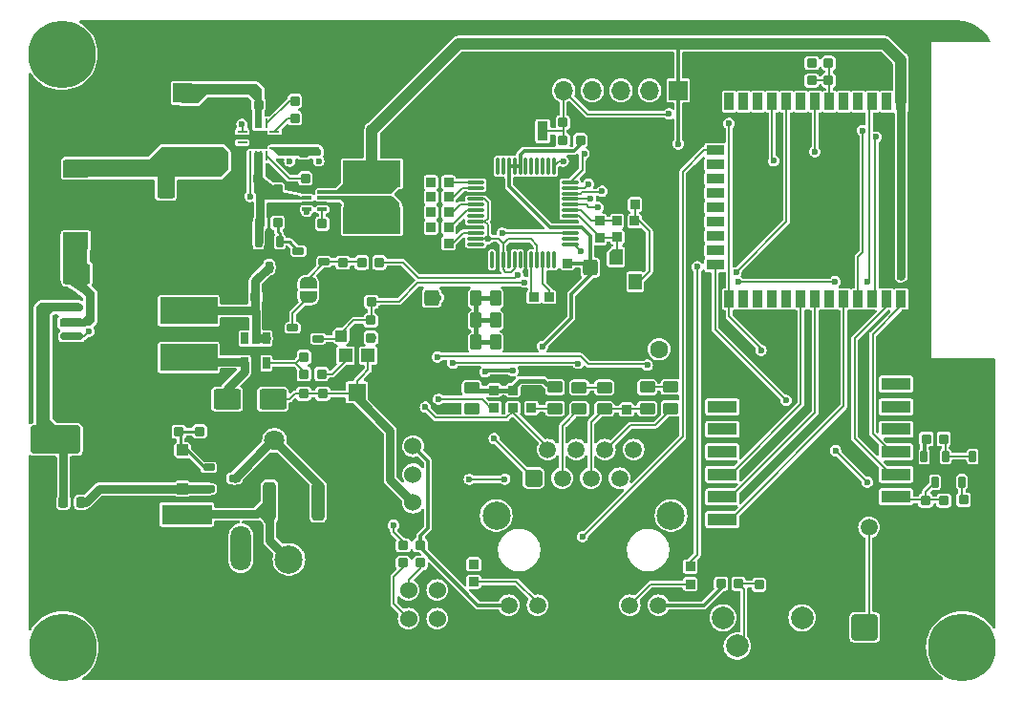
<source format=gbr>
%TF.GenerationSoftware,KiCad,Pcbnew,8.0.6*%
%TF.CreationDate,2025-05-12T11:17:16+07:00*%
%TF.ProjectId,DATN,4441544e-2e6b-4696-9361-645f70636258,rev?*%
%TF.SameCoordinates,Original*%
%TF.FileFunction,Copper,L1,Top*%
%TF.FilePolarity,Positive*%
%FSLAX46Y46*%
G04 Gerber Fmt 4.6, Leading zero omitted, Abs format (unit mm)*
G04 Created by KiCad (PCBNEW 8.0.6) date 2025-05-12 11:17:16*
%MOMM*%
%LPD*%
G01*
G04 APERTURE LIST*
G04 Aperture macros list*
%AMRoundRect*
0 Rectangle with rounded corners*
0 $1 Rounding radius*
0 $2 $3 $4 $5 $6 $7 $8 $9 X,Y pos of 4 corners*
0 Add a 4 corners polygon primitive as box body*
4,1,4,$2,$3,$4,$5,$6,$7,$8,$9,$2,$3,0*
0 Add four circle primitives for the rounded corners*
1,1,$1+$1,$2,$3*
1,1,$1+$1,$4,$5*
1,1,$1+$1,$6,$7*
1,1,$1+$1,$8,$9*
0 Add four rect primitives between the rounded corners*
20,1,$1+$1,$2,$3,$4,$5,0*
20,1,$1+$1,$4,$5,$6,$7,0*
20,1,$1+$1,$6,$7,$8,$9,0*
20,1,$1+$1,$8,$9,$2,$3,0*%
%AMFreePoly0*
4,1,18,-0.700000,0.540000,-0.695433,0.562961,-0.682426,0.582426,-0.662961,0.595433,-0.640000,0.600000,0.640000,0.600000,0.662961,0.595433,0.682426,0.582426,0.695433,0.562961,0.700000,0.540000,0.700000,-0.540000,0.695433,-0.562961,0.682426,-0.582426,0.662961,-0.595433,0.640000,-0.600000,-0.400000,-0.600000,-0.700000,-0.300000,-0.700000,0.540000,-0.700000,0.540000,$1*%
%AMFreePoly1*
4,1,19,0.500000,-0.750000,0.000000,-0.750000,0.000000,-0.744911,-0.071157,-0.744911,-0.207708,-0.704816,-0.327430,-0.627875,-0.420627,-0.520320,-0.479746,-0.390866,-0.500000,-0.250000,-0.500000,0.250000,-0.479746,0.390866,-0.420627,0.520320,-0.327430,0.627875,-0.207708,0.704816,-0.071157,0.744911,0.000000,0.744911,0.000000,0.750000,0.500000,0.750000,0.500000,-0.750000,0.500000,-0.750000,
$1*%
%AMFreePoly2*
4,1,19,0.000000,0.744911,0.071157,0.744911,0.207708,0.704816,0.327430,0.627875,0.420627,0.520320,0.479746,0.390866,0.500000,0.250000,0.500000,-0.250000,0.479746,-0.390866,0.420627,-0.520320,0.327430,-0.627875,0.207708,-0.704816,0.071157,-0.744911,0.000000,-0.744911,0.000000,-0.750000,-0.500000,-0.750000,-0.500000,0.750000,0.000000,0.750000,0.000000,0.744911,0.000000,0.744911,
$1*%
G04 Aperture macros list end*
%TA.AperFunction,SMDPad,CuDef*%
%ADD10R,1.200000X1.200000*%
%TD*%
%TA.AperFunction,SMDPad,CuDef*%
%ADD11R,1.600000X1.500000*%
%TD*%
%TA.AperFunction,SMDPad,CuDef*%
%ADD12RoundRect,0.150000X-0.350000X-0.525000X0.350000X-0.525000X0.350000X0.525000X-0.350000X0.525000X0*%
%TD*%
%TA.AperFunction,SMDPad,CuDef*%
%ADD13RoundRect,0.127500X0.297500X0.322500X-0.297500X0.322500X-0.297500X-0.322500X0.297500X-0.322500X0*%
%TD*%
%TA.AperFunction,SMDPad,CuDef*%
%ADD14RoundRect,0.127500X-0.322500X0.297500X-0.322500X-0.297500X0.322500X-0.297500X0.322500X0.297500X0*%
%TD*%
%TA.AperFunction,SMDPad,CuDef*%
%ADD15RoundRect,0.090000X-0.410000X-0.210000X0.410000X-0.210000X0.410000X0.210000X-0.410000X0.210000X0*%
%TD*%
%TA.AperFunction,SMDPad,CuDef*%
%ADD16RoundRect,0.150000X0.525000X-0.350000X0.525000X0.350000X-0.525000X0.350000X-0.525000X-0.350000X0*%
%TD*%
%TA.AperFunction,SMDPad,CuDef*%
%ADD17RoundRect,0.127500X-0.297500X-0.322500X0.297500X-0.322500X0.297500X0.322500X-0.297500X0.322500X0*%
%TD*%
%TA.AperFunction,SMDPad,CuDef*%
%ADD18RoundRect,0.085000X0.365000X-0.340000X0.365000X0.340000X-0.365000X0.340000X-0.365000X-0.340000X0*%
%TD*%
%TA.AperFunction,SMDPad,CuDef*%
%ADD19RoundRect,0.085000X-0.340000X-0.365000X0.340000X-0.365000X0.340000X0.365000X-0.340000X0.365000X0*%
%TD*%
%TA.AperFunction,SMDPad,CuDef*%
%ADD20RoundRect,0.127500X0.322500X-0.297500X0.322500X0.297500X-0.322500X0.297500X-0.322500X-0.297500X0*%
%TD*%
%TA.AperFunction,SMDPad,CuDef*%
%ADD21RoundRect,0.062500X-0.062500X0.375000X-0.062500X-0.375000X0.062500X-0.375000X0.062500X0.375000X0*%
%TD*%
%TA.AperFunction,SMDPad,CuDef*%
%ADD22RoundRect,0.062500X-0.375000X0.062500X-0.375000X-0.062500X0.375000X-0.062500X0.375000X0.062500X0*%
%TD*%
%TA.AperFunction,ComponentPad*%
%ADD23C,0.500000*%
%TD*%
%TA.AperFunction,SMDPad,CuDef*%
%ADD24R,1.600000X1.600000*%
%TD*%
%TA.AperFunction,SMDPad,CuDef*%
%ADD25RoundRect,0.150000X0.350000X0.525000X-0.350000X0.525000X-0.350000X-0.525000X0.350000X-0.525000X0*%
%TD*%
%TA.AperFunction,SMDPad,CuDef*%
%ADD26R,0.650000X1.060000*%
%TD*%
%TA.AperFunction,ComponentPad*%
%ADD27C,6.000000*%
%TD*%
%TA.AperFunction,ComponentPad*%
%ADD28C,1.524000*%
%TD*%
%TA.AperFunction,SMDPad,CuDef*%
%ADD29RoundRect,0.218750X0.218750X0.256250X-0.218750X0.256250X-0.218750X-0.256250X0.218750X-0.256250X0*%
%TD*%
%TA.AperFunction,ComponentPad*%
%ADD30R,1.700000X1.700000*%
%TD*%
%TA.AperFunction,ComponentPad*%
%ADD31O,1.700000X1.700000*%
%TD*%
%TA.AperFunction,SMDPad,CuDef*%
%ADD32R,2.000000X1.100000*%
%TD*%
%TA.AperFunction,SMDPad,CuDef*%
%ADD33R,2.600000X1.100000*%
%TD*%
%TA.AperFunction,SMDPad,CuDef*%
%ADD34C,1.500000*%
%TD*%
%TA.AperFunction,ComponentPad*%
%ADD35R,4.400000X1.800000*%
%TD*%
%TA.AperFunction,ComponentPad*%
%ADD36O,4.000000X1.800000*%
%TD*%
%TA.AperFunction,ComponentPad*%
%ADD37O,1.800000X4.000000*%
%TD*%
%TA.AperFunction,SMDPad,CuDef*%
%ADD38RoundRect,0.085000X0.340000X0.365000X-0.340000X0.365000X-0.340000X-0.365000X0.340000X-0.365000X0*%
%TD*%
%TA.AperFunction,SMDPad,CuDef*%
%ADD39RoundRect,0.085000X-0.365000X0.340000X-0.365000X-0.340000X0.365000X-0.340000X0.365000X0.340000X0*%
%TD*%
%TA.AperFunction,SMDPad,CuDef*%
%ADD40FreePoly0,270.000000*%
%TD*%
%TA.AperFunction,SMDPad,CuDef*%
%ADD41RoundRect,0.060000X-0.540000X0.640000X-0.540000X-0.640000X0.540000X-0.640000X0.540000X0.640000X0*%
%TD*%
%TA.AperFunction,ComponentPad*%
%ADD42RoundRect,0.200100X0.949900X0.949900X-0.949900X0.949900X-0.949900X-0.949900X0.949900X-0.949900X0*%
%TD*%
%TA.AperFunction,ComponentPad*%
%ADD43C,2.500000*%
%TD*%
%TA.AperFunction,SMDPad,CuDef*%
%ADD44R,0.900000X1.700000*%
%TD*%
%TA.AperFunction,SMDPad,CuDef*%
%ADD45RoundRect,0.275000X0.275000X-0.275000X0.275000X0.275000X-0.275000X0.275000X-0.275000X-0.275000X0*%
%TD*%
%TA.AperFunction,SMDPad,CuDef*%
%ADD46RoundRect,0.090000X0.410000X0.210000X-0.410000X0.210000X-0.410000X-0.210000X0.410000X-0.210000X0*%
%TD*%
%TA.AperFunction,SMDPad,CuDef*%
%ADD47RoundRect,0.250000X-0.425000X0.450000X-0.425000X-0.450000X0.425000X-0.450000X0.425000X0.450000X0*%
%TD*%
%TA.AperFunction,SMDPad,CuDef*%
%ADD48R,2.200000X1.500000*%
%TD*%
%TA.AperFunction,SMDPad,CuDef*%
%ADD49RoundRect,0.180000X-1.020000X-0.720000X1.020000X-0.720000X1.020000X0.720000X-1.020000X0.720000X0*%
%TD*%
%TA.AperFunction,ComponentPad*%
%ADD50C,1.800000*%
%TD*%
%TA.AperFunction,SMDPad,CuDef*%
%ADD51R,5.100000X2.350000*%
%TD*%
%TA.AperFunction,ComponentPad*%
%ADD52C,1.600000*%
%TD*%
%TA.AperFunction,SMDPad,CuDef*%
%ADD53RoundRect,0.150000X-0.825000X-0.150000X0.825000X-0.150000X0.825000X0.150000X-0.825000X0.150000X0*%
%TD*%
%TA.AperFunction,SMDPad,CuDef*%
%ADD54RoundRect,0.250000X-0.550000X1.500000X-0.550000X-1.500000X0.550000X-1.500000X0.550000X1.500000X0*%
%TD*%
%TA.AperFunction,SMDPad,CuDef*%
%ADD55C,0.602078*%
%TD*%
%TA.AperFunction,SMDPad,CuDef*%
%ADD56R,0.900000X1.500000*%
%TD*%
%TA.AperFunction,SMDPad,CuDef*%
%ADD57R,1.500000X0.900000*%
%TD*%
%TA.AperFunction,ComponentPad*%
%ADD58C,0.600000*%
%TD*%
%TA.AperFunction,SMDPad,CuDef*%
%ADD59R,4.100000X4.100000*%
%TD*%
%TA.AperFunction,SMDPad,CuDef*%
%ADD60RoundRect,0.150000X-0.525000X0.350000X-0.525000X-0.350000X0.525000X-0.350000X0.525000X0.350000X0*%
%TD*%
%TA.AperFunction,SMDPad,CuDef*%
%ADD61RoundRect,0.250000X-1.950000X-1.000000X1.950000X-1.000000X1.950000X1.000000X-1.950000X1.000000X0*%
%TD*%
%TA.AperFunction,ComponentPad*%
%ADD62C,2.000000*%
%TD*%
%TA.AperFunction,SMDPad,CuDef*%
%ADD63RoundRect,0.090000X-0.210000X0.410000X-0.210000X-0.410000X0.210000X-0.410000X0.210000X0.410000X0*%
%TD*%
%TA.AperFunction,SMDPad,CuDef*%
%ADD64RoundRect,0.250000X-0.312500X-1.450000X0.312500X-1.450000X0.312500X1.450000X-0.312500X1.450000X0*%
%TD*%
%TA.AperFunction,SMDPad,CuDef*%
%ADD65RoundRect,0.250000X0.450000X-0.262500X0.450000X0.262500X-0.450000X0.262500X-0.450000X-0.262500X0*%
%TD*%
%TA.AperFunction,SMDPad,CuDef*%
%ADD66RoundRect,0.075000X-0.662500X-0.075000X0.662500X-0.075000X0.662500X0.075000X-0.662500X0.075000X0*%
%TD*%
%TA.AperFunction,SMDPad,CuDef*%
%ADD67RoundRect,0.075000X-0.075000X-0.662500X0.075000X-0.662500X0.075000X0.662500X-0.075000X0.662500X0*%
%TD*%
%TA.AperFunction,ComponentPad*%
%ADD68RoundRect,0.250500X-0.499500X-0.499500X0.499500X-0.499500X0.499500X0.499500X-0.499500X0.499500X0*%
%TD*%
%TA.AperFunction,ComponentPad*%
%ADD69C,1.500000*%
%TD*%
%TA.AperFunction,SMDPad,CuDef*%
%ADD70FreePoly1,90.000000*%
%TD*%
%TA.AperFunction,SMDPad,CuDef*%
%ADD71FreePoly2,90.000000*%
%TD*%
%TA.AperFunction,SMDPad,CuDef*%
%ADD72RoundRect,0.090000X0.210000X-0.410000X0.210000X0.410000X-0.210000X0.410000X-0.210000X-0.410000X0*%
%TD*%
%TA.AperFunction,SMDPad,CuDef*%
%ADD73RoundRect,0.008100X-0.421900X-0.126900X0.421900X-0.126900X0.421900X0.126900X-0.421900X0.126900X0*%
%TD*%
%TA.AperFunction,SMDPad,CuDef*%
%ADD74RoundRect,0.180000X1.020000X0.720000X-1.020000X0.720000X-1.020000X-0.720000X1.020000X-0.720000X0*%
%TD*%
%TA.AperFunction,ViaPad*%
%ADD75C,0.600000*%
%TD*%
%TA.AperFunction,Conductor*%
%ADD76C,0.200000*%
%TD*%
%TA.AperFunction,Conductor*%
%ADD77C,0.300000*%
%TD*%
%TA.AperFunction,Conductor*%
%ADD78C,0.750000*%
%TD*%
%TA.AperFunction,Conductor*%
%ADD79C,0.400000*%
%TD*%
%TA.AperFunction,Conductor*%
%ADD80C,0.250000*%
%TD*%
%TA.AperFunction,Conductor*%
%ADD81C,1.000000*%
%TD*%
G04 APERTURE END LIST*
D10*
%TO.P,RV2,1,1*%
%TO.N,Net-(SW1-A)*%
X102312500Y-89570000D03*
D11*
%TO.P,RV2,2,2*%
X101312500Y-92820000D03*
D10*
%TO.P,RV2,3,3*%
%TO.N,Net-(R15-Pad1)*%
X100312500Y-89570000D03*
%TD*%
D12*
%TO.P,C46,1*%
%TO.N,GND*%
X109970000Y-84500000D03*
%TO.P,C46,2*%
%TO.N,/3v3A*%
X111870000Y-84500000D03*
%TD*%
D13*
%TO.P,R16,1*%
%TO.N,Net-(U3-FB)*%
X96625000Y-89700000D03*
%TO.P,R16,2*%
%TO.N,GND*%
X98175000Y-89700000D03*
%TD*%
D14*
%TO.P,R1,1*%
%TO.N,VDC*%
X102562500Y-88000000D03*
%TO.P,R1,2*%
%TO.N,/power_detec*%
X102562500Y-86450000D03*
%TD*%
D15*
%TO.P,Q2,1,G*%
%TO.N,Net-(Q2-G)*%
X88200000Y-99495000D03*
%TO.P,Q2,2,S*%
%TO.N,/Vin1*%
X88200000Y-101395000D03*
%TO.P,Q2,3,D*%
%TO.N,VDC*%
X90475000Y-100445000D03*
%TD*%
D16*
%TO.P,R51,1*%
%TO.N,Net-(J6-TCT)*%
X118875000Y-94275000D03*
%TO.P,R51,2*%
%TO.N,/3v3A*%
X118875000Y-92375000D03*
%TD*%
D17*
%TO.P,R4,1*%
%TO.N,Net-(U1-VSET)*%
X98237500Y-77900000D03*
%TO.P,R4,2*%
%TO.N,GND*%
X96687500Y-77900000D03*
%TD*%
D18*
%TO.P,C41,1*%
%TO.N,GND*%
X117000000Y-85925000D03*
%TO.P,C41,2*%
%TO.N,Net-(U12-TOCAP)*%
X117000000Y-84375000D03*
%TD*%
D13*
%TO.P,C8,1*%
%TO.N,GND*%
X91050000Y-67325000D03*
%TO.P,C8,2*%
%TO.N,+BATT*%
X92600000Y-67325000D03*
%TD*%
D19*
%TO.P,R45,1*%
%TO.N,Net-(J6-TD+)*%
X107887500Y-75525000D03*
%TO.P,R45,2*%
%TO.N,Net-(U12-TXP)*%
X109437500Y-75525000D03*
%TD*%
D20*
%TO.P,R10,1*%
%TO.N,+BATT*%
X141645000Y-63635000D03*
%TO.P,R10,2*%
%TO.N,/VBAT_MONITOR*%
X141645000Y-65185000D03*
%TD*%
D13*
%TO.P,C10,1*%
%TO.N,GND*%
X101125000Y-69590000D03*
%TO.P,C10,2*%
%TO.N,+3V3*%
X102675000Y-69590000D03*
%TD*%
D21*
%TO.P,U2,1,TS*%
%TO.N,Net-(U2-TS)*%
X93337500Y-69012500D03*
%TO.P,U2,2,BAT*%
%TO.N,+BATT*%
X92837500Y-69012500D03*
%TO.P,U2,3,BAT*%
X92337500Y-69012500D03*
%TO.P,U2,4,~{CE}*%
%TO.N,GND*%
X91837500Y-69012500D03*
D22*
%TO.P,U2,5,EN2*%
%TO.N,+5V*%
X91150000Y-69700000D03*
%TO.P,U2,6,EN1*%
%TO.N,GND*%
X91150000Y-70200000D03*
%TO.P,U2,7,~{PGOOD}*%
%TO.N,unconnected-(U2-~{PGOOD}-Pad7)*%
X91150000Y-70700000D03*
%TO.P,U2,8,VSS*%
%TO.N,GND*%
X91150000Y-71200000D03*
D21*
%TO.P,U2,9,~{CHG}*%
%TO.N,Net-(D1-K1)*%
X91837500Y-71887500D03*
%TO.P,U2,10,OUT*%
%TO.N,/PPMIC_VOUT*%
X92337500Y-71887500D03*
%TO.P,U2,11,OUT*%
X92837500Y-71887500D03*
%TO.P,U2,12,ILIM*%
%TO.N,Net-(U2-ILIM)*%
X93337500Y-71887500D03*
D22*
%TO.P,U2,13,IN*%
%TO.N,+5V*%
X94025000Y-71200000D03*
%TO.P,U2,14,TMR*%
%TO.N,GND*%
X94025000Y-70700000D03*
%TO.P,U2,15,SYSOFF*%
X94025000Y-70200000D03*
%TO.P,U2,16,ISET*%
%TO.N,Net-(U2-ISET)*%
X94025000Y-69700000D03*
D23*
%TO.P,U2,17,VSS*%
%TO.N,GND*%
X93137500Y-69900000D03*
X92037500Y-69900000D03*
D24*
X92587500Y-70450000D03*
D23*
X93137500Y-71000000D03*
X92037500Y-71000000D03*
%TD*%
D12*
%TO.P,C48,1*%
%TO.N,GND*%
X109970000Y-88400000D03*
%TO.P,C48,2*%
%TO.N,/3v3A*%
X111870000Y-88400000D03*
%TD*%
D13*
%TO.P,R8,1*%
%TO.N,/PPMIC_VOUT*%
X92750000Y-77800000D03*
%TO.P,R8,2*%
%TO.N,Net-(Q3-D)*%
X94300000Y-77800000D03*
%TD*%
D25*
%TO.P,C49,1*%
%TO.N,GND*%
X115520000Y-88400000D03*
%TO.P,C49,2*%
%TO.N,/3v3A*%
X113620000Y-88400000D03*
%TD*%
D26*
%TO.P,U3,1,SW*%
%TO.N,/SW*%
X91387500Y-90245000D03*
%TO.P,U3,2,GND*%
%TO.N,GND*%
X92337500Y-90245000D03*
%TO.P,U3,3,FB*%
%TO.N,Net-(U3-FB)*%
X93287500Y-90245000D03*
%TO.P,U3,4,EN*%
%TO.N,/IN*%
X93287500Y-88045000D03*
%TO.P,U3,5,IN*%
X92337500Y-88045000D03*
%TO.P,U3,6,NC*%
%TO.N,unconnected-(U3-NC-Pad6)*%
X91387500Y-88045000D03*
%TD*%
D27*
%TO.P,,1*%
%TO.N,N/C*%
X75230000Y-115460000D03*
%TD*%
D28*
%TO.P,D1,1,A1*%
%TO.N,Net-(D1-A1)*%
X105900000Y-112900000D03*
%TO.P,D1,2,K1*%
%TO.N,Net-(D1-K1)*%
X108440000Y-112900000D03*
%TO.P,D1,3,A2*%
%TO.N,Net-(D1-A2)*%
X105900000Y-110360000D03*
%TO.P,D1,4,K2*%
%TO.N,/LED_ACT*%
X108440000Y-110360000D03*
%TD*%
D17*
%TO.P,R17,1*%
%TO.N,+3V3*%
X121120000Y-70480000D03*
%TO.P,R17,2*%
%TO.N,/ESP_RST*%
X119570000Y-70480000D03*
%TD*%
D29*
%TO.P,L1,1,1*%
%TO.N,/Vin1*%
X76875000Y-102575000D03*
%TO.P,L1,2,2*%
%TO.N,/Vin2*%
X75300000Y-102575000D03*
%TD*%
D30*
%TO.P,BT1,1,+*%
%TO.N,+BATT*%
X85887500Y-66300000D03*
D31*
%TO.P,BT1,2,-*%
%TO.N,GND*%
X83347500Y-66300000D03*
%TD*%
D32*
%TO.P,U7,1,GND*%
%TO.N,GND*%
X149400000Y-106100000D03*
%TO.P,U7,2,GND*%
X149400000Y-104100000D03*
D33*
%TO.P,U7,3,VDD*%
%TO.N,Net-(Q6-D)*%
X149100000Y-102100000D03*
%TO.P,U7,4,~{RESET}*%
%TO.N,/LORA.RST*%
X149100000Y-100100000D03*
%TO.P,U7,5,DIO0*%
%TO.N,/LORA.INT*%
X149100000Y-98100000D03*
%TO.P,U7,6,DIO1*%
%TO.N,unconnected-(U7-DIO1-Pad6)*%
X149100000Y-96100000D03*
%TO.P,U7,7,DIO2*%
%TO.N,unconnected-(U7-DIO2-Pad7)*%
X149100000Y-94100000D03*
%TO.P,U7,8,DIO3*%
%TO.N,unconnected-(U7-DIO3-Pad8)*%
X149100000Y-92100000D03*
%TO.P,U7,9,GND*%
%TO.N,GND*%
X133700000Y-92100000D03*
%TO.P,U7,10,DIO4*%
%TO.N,unconnected-(U7-DIO4-Pad10)*%
X133700000Y-94100000D03*
%TO.P,U7,11,DIO5*%
%TO.N,unconnected-(U7-DIO5-Pad11)*%
X133700000Y-96100000D03*
%TO.P,U7,12,SCK*%
%TO.N,/LORA.SCK*%
X133700000Y-98100000D03*
%TO.P,U7,13,MISO*%
%TO.N,/LORA.MISO*%
X133700000Y-100100000D03*
%TO.P,U7,14,MOSI*%
%TO.N,/LORA.MOSI*%
X133700000Y-102100000D03*
%TO.P,U7,15,~{NSS}*%
%TO.N,/LORA.CS*%
X133700000Y-104100000D03*
%TO.P,U7,16,GND*%
%TO.N,GND*%
X133700000Y-106100000D03*
D34*
%TO.P,U7,17,Anaten*%
%TO.N,Net-(U7-Anaten)*%
X146700000Y-104800000D03*
%TD*%
D35*
%TO.P,J1,1*%
%TO.N,/Vin*%
X86237500Y-103650000D03*
D36*
%TO.P,J1,2*%
%TO.N,GND*%
X86237500Y-109450000D03*
D37*
%TO.P,J1,3*%
%TO.N,N/C*%
X91037500Y-106650000D03*
%TD*%
D38*
%TO.P,R56,1*%
%TO.N,/EXRES1*%
X109437500Y-79600000D03*
%TO.P,R56,2*%
%TO.N,GND*%
X107887500Y-79600000D03*
%TD*%
D39*
%TO.P,C39,1*%
%TO.N,GND*%
X125225000Y-92800000D03*
%TO.P,C39,2*%
%TO.N,Net-(J6-RCT)*%
X125225000Y-94350000D03*
%TD*%
D40*
%TO.P,Y1,1,1*%
%TO.N,/XI*%
X124287500Y-80825000D03*
D41*
%TO.P,Y1,2,2*%
%TO.N,GND*%
X124287500Y-83025000D03*
%TO.P,Y1,3,3*%
%TO.N,Net-(C29-Pad2)*%
X125987500Y-83025000D03*
%TO.P,Y1,4,4*%
%TO.N,GND*%
X125987500Y-80825000D03*
%TD*%
D42*
%TO.P,U8,1*%
%TO.N,Net-(U7-Anaten)*%
X146343020Y-113643020D03*
D43*
%TO.P,U8,2*%
%TO.N,GND*%
X148883020Y-116183020D03*
X148883020Y-111103020D03*
X143803020Y-116183020D03*
X143803020Y-111103020D03*
%TD*%
D13*
%TO.P,R24,1*%
%TO.N,+3V3*%
X151793020Y-96955520D03*
%TO.P,R24,2*%
%TO.N,Net-(Q5-D)*%
X153343020Y-96955520D03*
%TD*%
D30*
%TO.P,J3,1,Pin_1*%
%TO.N,+3V3*%
X129800000Y-66060000D03*
D31*
%TO.P,J3,2,Pin_2*%
%TO.N,/ESP_BOOT*%
X127260000Y-66060000D03*
%TO.P,J3,3,Pin_3*%
%TO.N,/ESP_RX*%
X124720000Y-66060000D03*
%TO.P,J3,4,Pin_4*%
%TO.N,/ESP_TX*%
X122180000Y-66060000D03*
%TO.P,J3,5,Pin_5*%
%TO.N,/ESP_RST*%
X119640000Y-66060000D03*
%TO.P,J3,6,Pin_6*%
%TO.N,GND*%
X117100000Y-66060000D03*
%TD*%
D16*
%TO.P,R54,1*%
%TO.N,Net-(J6-RCT)*%
X123250000Y-94300000D03*
%TO.P,R54,2*%
%TO.N,Net-(C35-Pad1)*%
X123250000Y-92400000D03*
%TD*%
D44*
%TO.P,SW2,1,1*%
%TO.N,GND*%
X114390000Y-69670000D03*
%TO.P,SW2,2,2*%
%TO.N,/ESP_RST*%
X117790000Y-69670000D03*
%TD*%
D45*
%TO.P,Z1,1*%
%TO.N,GND*%
X99922500Y-84445000D03*
%TO.P,Z1,2*%
%TO.N,/power_detec*%
X99922500Y-87845000D03*
%TD*%
D13*
%TO.P,R5,1*%
%TO.N,Net-(U2-ILIM)*%
X96737500Y-73850000D03*
%TO.P,R5,2*%
%TO.N,GND*%
X98287500Y-73850000D03*
%TD*%
D46*
%TO.P,Q3,1,G*%
%TO.N,Net-(JP1-B)*%
X98412500Y-81250000D03*
%TO.P,Q3,2,S*%
%TO.N,GND*%
X98412500Y-79350000D03*
%TO.P,Q3,3,D*%
%TO.N,Net-(Q3-D)*%
X96137500Y-80300000D03*
%TD*%
D20*
%TO.P,C15,1*%
%TO.N,GND*%
X96600000Y-70025000D03*
%TO.P,C15,2*%
%TO.N,+5V*%
X96600000Y-71575000D03*
%TD*%
D25*
%TO.P,C45,1*%
%TO.N,GND*%
X115520000Y-84500000D03*
%TO.P,C45,2*%
%TO.N,/3v3A*%
X113620000Y-84500000D03*
%TD*%
D16*
%TO.P,R55,1*%
%TO.N,Net-(J6-RCT)*%
X127060000Y-94270000D03*
%TO.P,R55,2*%
%TO.N,Net-(C38-Pad1)*%
X127060000Y-92370000D03*
%TD*%
D47*
%TO.P,C52,1*%
%TO.N,/3v3A*%
X107950000Y-84442500D03*
%TO.P,C52,2*%
%TO.N,GND*%
X107950000Y-87142500D03*
%TD*%
D28*
%TO.P,SW1,1,C*%
%TO.N,+3V3*%
X106300000Y-97600000D03*
%TO.P,SW1,2,B*%
%TO.N,VCC*%
X106300000Y-100100000D03*
%TO.P,SW1,3,A*%
%TO.N,Net-(SW1-A)*%
X106300000Y-102600000D03*
%TD*%
D48*
%TO.P,L4,1,1*%
%TO.N,/VOUT*%
X76412500Y-79400000D03*
%TO.P,L4,2,2*%
%TO.N,+5V*%
X76412500Y-73000000D03*
%TD*%
D20*
%TO.P,C23,1*%
%TO.N,Net-(Q6-D)*%
X151718020Y-102426520D03*
%TO.P,C23,2*%
%TO.N,GND*%
X151718020Y-103976520D03*
%TD*%
D18*
%TO.P,R46,1*%
%TO.N,Net-(J6-Pad11)*%
X130865000Y-109825000D03*
%TO.P,R46,2*%
%TO.N,/LINKLED*%
X130865000Y-108275000D03*
%TD*%
D49*
%TO.P,D3,1*%
%TO.N,GND*%
X80537500Y-82320000D03*
%TO.P,D3,2*%
%TO.N,/VOUT*%
X76487500Y-82320000D03*
%TD*%
D18*
%TO.P,R48,1*%
%TO.N,Net-(J6-TD+)*%
X113487500Y-94200000D03*
%TO.P,R48,2*%
%TO.N,/3v3A*%
X113487500Y-92650000D03*
%TD*%
D13*
%TO.P,C18,1*%
%TO.N,/ESP_RST*%
X119575000Y-68920000D03*
%TO.P,C18,2*%
%TO.N,GND*%
X121125000Y-68920000D03*
%TD*%
D27*
%TO.P,,1*%
%TO.N,N/C*%
X75150000Y-62840000D03*
%TD*%
D38*
%TO.P,C30,1*%
%TO.N,GND*%
X125962500Y-79075000D03*
%TO.P,C30,2*%
%TO.N,/XI*%
X124412500Y-79075000D03*
%TD*%
D50*
%TO.P,RV1,1*%
%TO.N,VDC*%
X94012500Y-97095000D03*
%TO.P,RV1,2*%
%TO.N,GND*%
X101512500Y-98728330D03*
%TD*%
D17*
%TO.P,C7,1*%
%TO.N,GND*%
X75200000Y-91400000D03*
%TO.P,C7,2*%
%TO.N,/Vin2*%
X73650000Y-91400000D03*
%TD*%
D39*
%TO.P,R36,1*%
%TO.N,/XO*%
X122812500Y-77600000D03*
%TO.P,R36,2*%
%TO.N,/XI*%
X122812500Y-79150000D03*
%TD*%
D13*
%TO.P,R18,1*%
%TO.N,+3V3*%
X133593020Y-109818020D03*
%TO.P,R18,2*%
%TO.N,/ESP_BOOT*%
X135143020Y-109818020D03*
%TD*%
D51*
%TO.P,L3,1,1*%
%TO.N,/TPS62840DLCR_SW*%
X102660000Y-77595000D03*
%TO.P,L3,2,2*%
%TO.N,+3V3*%
X102660000Y-73445000D03*
%TD*%
D38*
%TO.P,R38,1*%
%TO.N,Net-(U12-TXN)*%
X109437500Y-74200000D03*
%TO.P,R38,2*%
%TO.N,Net-(J6-TD-)*%
X107887500Y-74200000D03*
%TD*%
D52*
%TO.P,C33,1*%
%TO.N,GND*%
X123100000Y-89000000D03*
%TO.P,C33,2*%
%TO.N,/CGND*%
X128100000Y-89000000D03*
%TD*%
D19*
%TO.P,R37,1*%
%TO.N,/XO*%
X124387500Y-77650000D03*
%TO.P,R37,2*%
%TO.N,Net-(C29-Pad2)*%
X125937500Y-77650000D03*
%TD*%
D14*
%TO.P,C12,1*%
%TO.N,GND*%
X98300000Y-94500000D03*
%TO.P,C12,2*%
%TO.N,Net-(SW1-A)*%
X98300000Y-92950000D03*
%TD*%
D18*
%TO.P,R50,1*%
%TO.N,Net-(J6-TD-)*%
X115137500Y-94200000D03*
%TO.P,R50,2*%
%TO.N,/3v3A*%
X115137500Y-92650000D03*
%TD*%
D13*
%TO.P,C19,1*%
%TO.N,/ESP_BOOT*%
X136968020Y-109893020D03*
%TO.P,C19,2*%
%TO.N,GND*%
X138518020Y-109893020D03*
%TD*%
D45*
%TO.P,Z2,1*%
%TO.N,Net-(Q2-G)*%
X85872500Y-97965000D03*
%TO.P,Z2,2*%
%TO.N,/Vin1*%
X85872500Y-101365000D03*
%TD*%
D53*
%TO.P,U4,1,VIN*%
%TO.N,/Vin2*%
X76012500Y-85345000D03*
%TO.P,U4,2,OUTPUT*%
%TO.N,/VOUT*%
X76012500Y-86615000D03*
%TO.P,U4,3,FB*%
%TO.N,+5V*%
X76012500Y-87885000D03*
%TO.P,U4,4,ON/OFF*%
%TO.N,GND*%
X76012500Y-89155000D03*
%TO.P,U4,5,GND*%
X80962500Y-89155000D03*
%TO.P,U4,6,GND*%
X80962500Y-87885000D03*
%TO.P,U4,7,GND*%
X80962500Y-86615000D03*
%TO.P,U4,8,GND*%
X80962500Y-85345000D03*
%TD*%
D18*
%TO.P,R47,1*%
%TO.N,Net-(J6-Pad10)*%
X111680000Y-109625000D03*
%TO.P,R47,2*%
%TO.N,/ACTLED*%
X111680000Y-108075000D03*
%TD*%
D54*
%TO.P,C14,1*%
%TO.N,+5V*%
X84387500Y-73900000D03*
%TO.P,C14,2*%
%TO.N,GND*%
X84387500Y-79500000D03*
%TD*%
D13*
%TO.P,C17,1*%
%TO.N,+3V3*%
X149552400Y-64960000D03*
%TO.P,C17,2*%
%TO.N,GND*%
X151102400Y-64960000D03*
%TD*%
%TO.P,R23,1*%
%TO.N,/LORA_EN*%
X155093020Y-102355520D03*
%TO.P,R23,2*%
%TO.N,GND*%
X156643020Y-102355520D03*
%TD*%
D14*
%TO.P,C1,1*%
%TO.N,GND*%
X94280000Y-76395000D03*
%TO.P,C1,2*%
%TO.N,/PPMIC_VOUT*%
X94280000Y-74845000D03*
%TD*%
D13*
%TO.P,R12,1*%
%TO.N,Net-(U2-TS)*%
X95825000Y-67000000D03*
%TO.P,R12,2*%
%TO.N,GND*%
X97375000Y-67000000D03*
%TD*%
D55*
%TO.P,TP1,1,1*%
%TO.N,+5V*%
X87390000Y-72545000D03*
%TD*%
D14*
%TO.P,R13,1*%
%TO.N,Net-(D1-A1)*%
X105425000Y-107950000D03*
%TO.P,R13,2*%
%TO.N,/PPMIC_VOUT*%
X105425000Y-106400000D03*
%TD*%
D25*
%TO.P,C50,1*%
%TO.N,GND*%
X115510000Y-86440000D03*
%TO.P,C50,2*%
%TO.N,/3v3A*%
X113610000Y-86440000D03*
%TD*%
D17*
%TO.P,C6,1*%
%TO.N,GND*%
X144670000Y-65180000D03*
%TO.P,C6,2*%
%TO.N,/VBAT_MONITOR*%
X143120000Y-65180000D03*
%TD*%
D47*
%TO.P,C51,1*%
%TO.N,+3V3*%
X122012500Y-81775000D03*
%TO.P,C51,2*%
%TO.N,GND*%
X122012500Y-84475000D03*
%TD*%
D12*
%TO.P,C47,1*%
%TO.N,GND*%
X109990000Y-86440000D03*
%TO.P,C47,2*%
%TO.N,/3v3A*%
X111890000Y-86440000D03*
%TD*%
D46*
%TO.P,Q1,1,G*%
%TO.N,/power_detec*%
X97887500Y-88075000D03*
%TO.P,Q1,2,S*%
%TO.N,GND*%
X97887500Y-86175000D03*
%TO.P,Q1,3,D*%
%TO.N,Net-(JP1-A)*%
X95612500Y-87125000D03*
%TD*%
D27*
%TO.P,,1*%
%TO.N,N/C*%
X154970000Y-115430000D03*
%TD*%
D56*
%TO.P,U5,1,GND*%
%TO.N,GND*%
X150830000Y-67060000D03*
%TO.P,U5,2,VDD*%
%TO.N,+3V3*%
X149560000Y-67060000D03*
%TO.P,U5,3,EN*%
%TO.N,/ESP_RST*%
X148290000Y-67060000D03*
%TO.P,U5,4,SENSOR_VP*%
%TO.N,/power_detec*%
X147020000Y-67060000D03*
%TO.P,U5,5,SENSOR_VN*%
%TO.N,/ADC2*%
X145750000Y-67060000D03*
%TO.P,U5,6,IO34*%
%TO.N,unconnected-(U5-IO34-Pad6)*%
X144480000Y-67060000D03*
%TO.P,U5,7,IO35*%
%TO.N,/VBAT_MONITOR*%
X143210000Y-67060000D03*
%TO.P,U5,8,IO32*%
%TO.N,/TCP.INT*%
X141940000Y-67060000D03*
%TO.P,U5,9,IO33*%
%TO.N,/ADC1*%
X140670000Y-67060000D03*
%TO.P,U5,10,IO25*%
%TO.N,/BOOT_VCC_SENSOR_EN*%
X139400000Y-67060000D03*
%TO.P,U5,11,IO26*%
%TO.N,/TCP.RST*%
X138130000Y-67060000D03*
%TO.P,U5,12,IO27*%
%TO.N,unconnected-(U5-IO27-Pad12)*%
X136860000Y-67060000D03*
%TO.P,U5,13,IO14*%
%TO.N,/ADS_SCL*%
X135590000Y-67060000D03*
%TO.P,U5,14,IO12*%
%TO.N,/OUT_SPI_CS*%
X134320000Y-67060000D03*
D57*
%TO.P,U5,15,GND*%
%TO.N,GND*%
X133070000Y-70090000D03*
%TO.P,U5,16,IO13*%
%TO.N,/LED_ACT*%
X133070000Y-71360000D03*
%TO.P,U5,17,SHD/SD2*%
%TO.N,unconnected-(U5-SHD{slash}SD2-Pad17)*%
X133070000Y-72630000D03*
%TO.P,U5,18,SWP/SD3*%
%TO.N,unconnected-(U5-SWP{slash}SD3-Pad18)*%
X133070000Y-73900000D03*
%TO.P,U5,19,SCS/CMD*%
%TO.N,unconnected-(U5-SCS{slash}CMD-Pad19)*%
X133070000Y-75170000D03*
%TO.P,U5,20,SCK/CLK*%
%TO.N,unconnected-(U5-SCK{slash}CLK-Pad20)*%
X133070000Y-76440000D03*
%TO.P,U5,21,SDO/SD0*%
%TO.N,unconnected-(U5-SDO{slash}SD0-Pad21)*%
X133070000Y-77710000D03*
%TO.P,U5,22,SDI/SD1*%
%TO.N,unconnected-(U5-SDI{slash}SD1-Pad22)*%
X133070000Y-78980000D03*
%TO.P,U5,23,IO15*%
%TO.N,/TCP.CS*%
X133070000Y-80250000D03*
%TO.P,U5,24,IO2*%
%TO.N,/LORA_EN*%
X133070000Y-81520000D03*
D56*
%TO.P,U5,25,IO0*%
%TO.N,/ESP_BOOT*%
X134320000Y-84560000D03*
%TO.P,U5,26,IO4*%
%TO.N,/LORA.SCK*%
X135590000Y-84560000D03*
%TO.P,U5,27,IO16*%
%TO.N,/D1*%
X136860000Y-84560000D03*
%TO.P,U5,28,IO17*%
%TO.N,/ADS_SDA*%
X138130000Y-84560000D03*
%TO.P,U5,29,IO5*%
%TO.N,/D0*%
X139400000Y-84560000D03*
%TO.P,U5,30,IO18*%
%TO.N,/LORA.MISO*%
X140670000Y-84560000D03*
%TO.P,U5,31,IO19*%
%TO.N,/LORA.MOSI*%
X141940000Y-84560000D03*
%TO.P,U5,32,NC*%
%TO.N,unconnected-(U5-NC-Pad32)*%
X143210000Y-84560000D03*
%TO.P,U5,33,IO21*%
%TO.N,/LORA.CS*%
X144480000Y-84560000D03*
%TO.P,U5,34,RXD0/IO3*%
%TO.N,/ESP_RX*%
X145750000Y-84560000D03*
%TO.P,U5,35,TXD0/IO1*%
%TO.N,/ESP_TX*%
X147020000Y-84560000D03*
%TO.P,U5,36,IO22*%
%TO.N,/LORA.RST*%
X148290000Y-84560000D03*
%TO.P,U5,37,IO23*%
%TO.N,/LORA.INT*%
X149560000Y-84560000D03*
%TO.P,U5,38,GND*%
%TO.N,GND*%
X150830000Y-84560000D03*
D58*
%TO.P,U5,39,GND*%
X145070000Y-73560000D03*
X144070000Y-73560000D03*
X143070000Y-73560000D03*
X142070000Y-73560000D03*
X145070000Y-74560000D03*
X144070000Y-74560000D03*
X143070000Y-74560000D03*
X142070000Y-74560000D03*
D59*
X143490000Y-75130000D03*
D58*
X145070000Y-75560000D03*
X144070000Y-75560000D03*
X143070000Y-75560000D03*
X142070000Y-75560000D03*
X145070000Y-76560000D03*
X144070000Y-76560000D03*
X143070000Y-76560000D03*
X142070000Y-76560000D03*
%TD*%
D60*
%TO.P,C38,1*%
%TO.N,Net-(C38-Pad1)*%
X129130000Y-92350000D03*
%TO.P,C38,2*%
%TO.N,Net-(J6-RD-)*%
X129130000Y-94250000D03*
%TD*%
D61*
%TO.P,C5,1*%
%TO.N,/Vin2*%
X74612500Y-97020000D03*
%TO.P,C5,2*%
%TO.N,GND*%
X82012500Y-97020000D03*
%TD*%
D62*
%TO.P,SW3,1,1*%
%TO.N,GND*%
X139518020Y-115318020D03*
%TO.P,SW3,2,2*%
%TO.N,/ESP_BOOT*%
X135018020Y-115318020D03*
%TO.P,SW3,S*%
%TO.N,N/C*%
X140768020Y-112818020D03*
%TO.P,SW3,s*%
X133768020Y-112818020D03*
%TD*%
D63*
%TO.P,Q6,1,G*%
%TO.N,Net-(Q5-D)*%
X153493020Y-98518020D03*
%TO.P,Q6,2,S*%
%TO.N,+3V3*%
X151593020Y-98518020D03*
%TO.P,Q6,3,D*%
%TO.N,Net-(Q6-D)*%
X152543020Y-100793020D03*
%TD*%
D14*
%TO.P,R14,1*%
%TO.N,Net-(D1-A2)*%
X106925000Y-107950000D03*
%TO.P,R14,2*%
%TO.N,+3V3*%
X106925000Y-106400000D03*
%TD*%
D64*
%TO.P,F1,1*%
%TO.N,/Vin*%
X93600000Y-102475000D03*
%TO.P,F1,2*%
%TO.N,VDC*%
X97875000Y-102475000D03*
%TD*%
D39*
%TO.P,C31,1*%
%TO.N,+3V3*%
X119960000Y-81385000D03*
%TO.P,C31,2*%
%TO.N,GND*%
X119960000Y-82935000D03*
%TD*%
D13*
%TO.P,C13,1*%
%TO.N,GND*%
X101125000Y-71090000D03*
%TO.P,C13,2*%
%TO.N,+3V3*%
X102675000Y-71090000D03*
%TD*%
D65*
%TO.P,FB1,1*%
%TO.N,+3V3*%
X111487500Y-94262500D03*
%TO.P,FB1,2*%
%TO.N,/3v3A*%
X111487500Y-92437500D03*
%TD*%
D19*
%TO.P,C29,1*%
%TO.N,GND*%
X124412500Y-76175000D03*
%TO.P,C29,2*%
%TO.N,Net-(C29-Pad2)*%
X125962500Y-76175000D03*
%TD*%
D18*
%TO.P,C34,1*%
%TO.N,Net-(J6-TCT)*%
X116787500Y-94225000D03*
%TO.P,C34,2*%
%TO.N,GND*%
X116787500Y-92675000D03*
%TD*%
D14*
%TO.P,R7,1*%
%TO.N,Net-(JP1-B)*%
X100070000Y-81325000D03*
%TO.P,R7,2*%
%TO.N,GND*%
X100070000Y-79775000D03*
%TD*%
D17*
%TO.P,R6,1*%
%TO.N,/BOOT_VCC_SENSOR_EN*%
X103305000Y-81320000D03*
%TO.P,R6,2*%
%TO.N,Net-(JP1-B)*%
X101755000Y-81320000D03*
%TD*%
D14*
%TO.P,C3,1*%
%TO.N,GND*%
X88862500Y-74780000D03*
%TO.P,C3,2*%
%TO.N,+5V*%
X88862500Y-73230000D03*
%TD*%
D66*
%TO.P,U12,1,TXN*%
%TO.N,Net-(U12-TXN)*%
X111875000Y-74200000D03*
%TO.P,U12,2,TXP*%
%TO.N,Net-(U12-TXP)*%
X111875000Y-74700000D03*
%TO.P,U12,3,AGND*%
%TO.N,GND*%
X111875000Y-75200000D03*
%TO.P,U12,4,AVDD*%
%TO.N,/3v3A*%
X111875000Y-75700000D03*
%TO.P,U12,5,RXN*%
%TO.N,Net-(U12-RXN)*%
X111875000Y-76200000D03*
%TO.P,U12,6,RXP*%
%TO.N,Net-(U12-RXP)*%
X111875000Y-76700000D03*
%TO.P,U12,7,DNC*%
%TO.N,unconnected-(U12-DNC-Pad7)*%
X111875000Y-77200000D03*
%TO.P,U12,8,AVDD*%
%TO.N,/3v3A*%
X111875000Y-77700000D03*
%TO.P,U12,9,AGND*%
%TO.N,GND*%
X111875000Y-78200000D03*
%TO.P,U12,10,EXRES1*%
%TO.N,/EXRES1*%
X111875000Y-78700000D03*
%TO.P,U12,11,AVDD*%
%TO.N,/3v3A*%
X111875000Y-79200000D03*
%TO.P,U12,12,NC*%
%TO.N,unconnected-(U12-NC-Pad12)*%
X111875000Y-79700000D03*
D67*
%TO.P,U12,13,NC*%
%TO.N,unconnected-(U12-NC-Pad13)*%
X113287500Y-81112500D03*
%TO.P,U12,14,AGND*%
%TO.N,GND*%
X113787500Y-81112500D03*
%TO.P,U12,15,AVDD*%
%TO.N,/3v3A*%
X114287500Y-81112500D03*
%TO.P,U12,16,AGND*%
%TO.N,GND*%
X114787500Y-81112500D03*
%TO.P,U12,17,AVDD*%
%TO.N,/3v3A*%
X115287500Y-81112500D03*
%TO.P,U12,18,VBG*%
%TO.N,unconnected-(U12-VBG-Pad18)*%
X115787500Y-81112500D03*
%TO.P,U12,19,AGND*%
%TO.N,GND*%
X116287500Y-81112500D03*
%TO.P,U12,20,TOCAP*%
%TO.N,Net-(U12-TOCAP)*%
X116787500Y-81112500D03*
%TO.P,U12,21,AVDD*%
%TO.N,/3v3A*%
X117287500Y-81112500D03*
%TO.P,U12,22,1V2O*%
%TO.N,/1V20*%
X117787500Y-81112500D03*
%TO.P,U12,23,RSVD*%
%TO.N,unconnected-(U12-RSVD-Pad23)*%
X118287500Y-81112500D03*
%TO.P,U12,24,SPDLED*%
%TO.N,unconnected-(U12-SPDLED-Pad24)*%
X118787500Y-81112500D03*
D66*
%TO.P,U12,25,LINKLED*%
%TO.N,/LINKLED*%
X120200000Y-79700000D03*
%TO.P,U12,26,DUPLED*%
%TO.N,unconnected-(U12-DUPLED-Pad26)*%
X120200000Y-79200000D03*
%TO.P,U12,27,ACTLED*%
%TO.N,/ACTLED*%
X120200000Y-78700000D03*
%TO.P,U12,28,VDD*%
%TO.N,+3V3*%
X120200000Y-78200000D03*
%TO.P,U12,29,GND*%
%TO.N,GND*%
X120200000Y-77700000D03*
%TO.P,U12,30,XI/CLKIN*%
%TO.N,/XI*%
X120200000Y-77200000D03*
%TO.P,U12,31,XO*%
%TO.N,/XO*%
X120200000Y-76700000D03*
%TO.P,U12,32,~{SCS}*%
%TO.N,/TCP.CS*%
X120200000Y-76200000D03*
%TO.P,U12,33,SCLK*%
%TO.N,/LORA.SCK*%
X120200000Y-75700000D03*
%TO.P,U12,34,MISO*%
%TO.N,/LORA.MISO*%
X120200000Y-75200000D03*
%TO.P,U12,35,MOSI*%
%TO.N,/LORA.MOSI*%
X120200000Y-74700000D03*
%TO.P,U12,36,~{INT}*%
%TO.N,/TCP.INT*%
X120200000Y-74200000D03*
D67*
%TO.P,U12,37,~{RST}*%
%TO.N,/TCP.RST*%
X118787500Y-72787500D03*
%TO.P,U12,38,RSVD*%
%TO.N,unconnected-(U12-RSVD-Pad38)*%
X118287500Y-72787500D03*
%TO.P,U12,39,RSVD*%
%TO.N,unconnected-(U12-RSVD-Pad39)*%
X117787500Y-72787500D03*
%TO.P,U12,40,RSVD*%
%TO.N,unconnected-(U12-RSVD-Pad40)*%
X117287500Y-72787500D03*
%TO.P,U12,41,RSVD*%
%TO.N,unconnected-(U12-RSVD-Pad41)*%
X116787500Y-72787500D03*
%TO.P,U12,42,RSVD*%
%TO.N,unconnected-(U12-RSVD-Pad42)*%
X116287500Y-72787500D03*
%TO.P,U12,43,PMODE2*%
%TO.N,+3V3*%
X115787500Y-72787500D03*
%TO.P,U12,44,PMODE1*%
X115287500Y-72787500D03*
%TO.P,U12,45,PMODE0*%
X114787500Y-72787500D03*
%TO.P,U12,46,NC*%
%TO.N,unconnected-(U12-NC-Pad46)*%
X114287500Y-72787500D03*
%TO.P,U12,47,NC*%
%TO.N,unconnected-(U12-NC-Pad47)*%
X113787500Y-72787500D03*
%TO.P,U12,48,AGND*%
%TO.N,GND*%
X113287500Y-72787500D03*
%TD*%
D60*
%TO.P,C35,1*%
%TO.N,Net-(C35-Pad1)*%
X121025000Y-92400000D03*
%TO.P,C35,2*%
%TO.N,Net-(J6-RD+)*%
X121025000Y-94300000D03*
%TD*%
D19*
%TO.P,R53,1*%
%TO.N,Net-(C38-Pad1)*%
X107887500Y-76875000D03*
%TO.P,R53,2*%
%TO.N,Net-(U12-RXN)*%
X109437500Y-76875000D03*
%TD*%
D18*
%TO.P,C40,1*%
%TO.N,GND*%
X118340000Y-85925000D03*
%TO.P,C40,2*%
%TO.N,/1V20*%
X118340000Y-84375000D03*
%TD*%
D20*
%TO.P,C21,1*%
%TO.N,Net-(Q6-D)*%
X153343020Y-102430520D03*
%TO.P,C21,2*%
%TO.N,GND*%
X153343020Y-103980520D03*
%TD*%
D14*
%TO.P,R3,1*%
%TO.N,Net-(Q2-G)*%
X87387500Y-96295000D03*
%TO.P,R3,2*%
%TO.N,GND*%
X87387500Y-94745000D03*
%TD*%
%TO.P,C2,1*%
%TO.N,Net-(Q2-G)*%
X85537500Y-96320000D03*
%TO.P,C2,2*%
%TO.N,GND*%
X85537500Y-94770000D03*
%TD*%
D68*
%TO.P,J6,1,TD+*%
%TO.N,Net-(J6-TD+)*%
X116975000Y-100440000D03*
D69*
%TO.P,J6,2,TD-*%
%TO.N,Net-(J6-TD-)*%
X118235000Y-97900000D03*
%TO.P,J6,3,RD+*%
%TO.N,Net-(J6-RD+)*%
X119515000Y-100440000D03*
%TO.P,J6,4,TCT*%
%TO.N,Net-(J6-TCT)*%
X120775000Y-97900000D03*
%TO.P,J6,5,RCT*%
%TO.N,Net-(J6-RCT)*%
X122055000Y-100440000D03*
%TO.P,J6,6,RD-*%
%TO.N,Net-(J6-RD-)*%
X123315000Y-97900000D03*
%TO.P,J6,7,NC*%
%TO.N,unconnected-(J6-NC-Pad7)*%
X124595000Y-100440000D03*
%TO.P,J6,8*%
%TO.N,/CGND*%
X125855000Y-97900000D03*
%TO.P,J6,9*%
%TO.N,+3V3*%
X114790000Y-111700000D03*
%TO.P,J6,10*%
%TO.N,Net-(J6-Pad10)*%
X117330000Y-111700000D03*
%TO.P,J6,11*%
%TO.N,Net-(J6-Pad11)*%
X125500000Y-111700000D03*
%TO.P,J6,12*%
%TO.N,+3V3*%
X128040000Y-111700000D03*
D43*
%TO.P,J6,SH*%
%TO.N,/CGND*%
X113670000Y-103750000D03*
X129160000Y-103750000D03*
%TD*%
D13*
%TO.P,R9,1*%
%TO.N,Net-(U2-ISET)*%
X95825000Y-68525000D03*
%TO.P,R9,2*%
%TO.N,GND*%
X97375000Y-68525000D03*
%TD*%
%TO.P,C4,1*%
%TO.N,GND*%
X90765000Y-84380000D03*
%TO.P,C4,2*%
%TO.N,/IN*%
X92315000Y-84380000D03*
%TD*%
%TO.P,C11,1*%
%TO.N,GND*%
X91025000Y-73900000D03*
%TO.P,C11,2*%
%TO.N,/PPMIC_VOUT*%
X92575000Y-73900000D03*
%TD*%
D70*
%TO.P,JP1,1,A*%
%TO.N,Net-(JP1-A)*%
X97012500Y-84400000D03*
D71*
%TO.P,JP1,2,B*%
%TO.N,Net-(JP1-B)*%
X97012500Y-83100000D03*
%TD*%
D38*
%TO.P,R52,1*%
%TO.N,Net-(U12-RXP)*%
X109437500Y-78225000D03*
%TO.P,R52,2*%
%TO.N,Net-(C35-Pad1)*%
X107887500Y-78225000D03*
%TD*%
D51*
%TO.P,L2,1,1*%
%TO.N,/IN*%
X86412500Y-85595000D03*
%TO.P,L2,2,2*%
%TO.N,/SW*%
X86412500Y-89745000D03*
%TD*%
D13*
%TO.P,R11,1*%
%TO.N,/VBAT_MONITOR*%
X143124200Y-63650000D03*
%TO.P,R11,2*%
%TO.N,GND*%
X144674200Y-63650000D03*
%TD*%
%TO.P,C16,1*%
%TO.N,+3V3*%
X149540000Y-63410000D03*
%TO.P,C16,2*%
%TO.N,GND*%
X151090000Y-63410000D03*
%TD*%
D14*
%TO.P,R2,1*%
%TO.N,/power_detec*%
X102587500Y-84800000D03*
%TO.P,R2,2*%
%TO.N,GND*%
X102587500Y-83250000D03*
%TD*%
D72*
%TO.P,Q5,1,G*%
%TO.N,/LORA_EN*%
X154943020Y-100780520D03*
%TO.P,Q5,2,S*%
%TO.N,GND*%
X156843020Y-100780520D03*
%TO.P,Q5,3,D*%
%TO.N,Net-(Q5-D)*%
X155893020Y-98505520D03*
%TD*%
D17*
%TO.P,R15,1*%
%TO.N,Net-(R15-Pad1)*%
X98175000Y-91200000D03*
%TO.P,R15,2*%
%TO.N,Net-(U3-FB)*%
X96625000Y-91200000D03*
%TD*%
D73*
%TO.P,U1,1,GND*%
%TO.N,GND*%
X96887500Y-75100000D03*
%TO.P,U1,2,VIN*%
%TO.N,/PPMIC_VOUT*%
X96887500Y-75600000D03*
%TO.P,U1,3,MODE*%
%TO.N,GND*%
X96887500Y-76100000D03*
%TO.P,U1,4,EN*%
%TO.N,/PPMIC_VOUT*%
X96887500Y-76600000D03*
%TO.P,U1,5,VSET*%
%TO.N,Net-(U1-VSET)*%
X98257500Y-76600000D03*
%TO.P,U1,6,STOP*%
%TO.N,GND*%
X98257500Y-76100000D03*
%TO.P,U1,7,SW*%
%TO.N,/TPS62840DLCR_SW*%
X98257500Y-75600000D03*
%TO.P,U1,8,VOS*%
%TO.N,+3V3*%
X98257500Y-75100000D03*
%TD*%
D63*
%TO.P,Q4,1,G*%
%TO.N,Net-(Q3-D)*%
X94487500Y-79462500D03*
%TO.P,Q4,2,S*%
%TO.N,/PPMIC_VOUT*%
X92587500Y-79462500D03*
%TO.P,Q4,3,D*%
%TO.N,/IN*%
X93537500Y-81737500D03*
%TD*%
D14*
%TO.P,C9,1*%
%TO.N,GND*%
X96600000Y-94500000D03*
%TO.P,C9,2*%
%TO.N,Net-(SW1-A)*%
X96600000Y-92950000D03*
%TD*%
D74*
%TO.P,D2,1*%
%TO.N,/SW*%
X89825000Y-93420000D03*
%TO.P,D2,2*%
%TO.N,Net-(SW1-A)*%
X93875000Y-93420000D03*
%TD*%
D43*
%TO.P,J2,1,Pin_1*%
%TO.N,/Vin*%
X95292500Y-107635000D03*
%TO.P,J2,2,Pin_2*%
%TO.N,GND*%
X100372500Y-107635000D03*
%TD*%
D75*
%TO.N,GND*%
X92330000Y-90260000D03*
X126400000Y-73400000D03*
X103330000Y-79630000D03*
X79050000Y-82890000D03*
X78860000Y-81670000D03*
X80660000Y-81020000D03*
X80620000Y-82480000D03*
X115330000Y-77660000D03*
X94970000Y-110400000D03*
X101540000Y-110120000D03*
X102310000Y-103910000D03*
X127170000Y-102110000D03*
X118520000Y-102590000D03*
X118930000Y-105110000D03*
X123050000Y-106960000D03*
X112330000Y-70510000D03*
X108970000Y-66970000D03*
X98480000Y-61800000D03*
X105420000Y-61740000D03*
%TO.N,/3v3A*%
X108530000Y-84442500D03*
%TO.N,GND*%
X89140000Y-97980000D03*
X111020000Y-114720000D03*
X81140000Y-87870000D03*
X74370000Y-69420000D03*
X106180000Y-104850000D03*
X82710000Y-76250000D03*
X135840000Y-104730000D03*
X138800000Y-96840000D03*
X87160000Y-79780000D03*
X95500000Y-102070000D03*
X79330000Y-87030000D03*
X111190000Y-81720000D03*
X81920000Y-74470000D03*
X89080000Y-96090000D03*
X105100000Y-83650000D03*
X105230000Y-95310000D03*
X111820000Y-97770000D03*
X109950000Y-81340000D03*
X76590000Y-69220000D03*
X109980000Y-88350000D03*
X87790000Y-97910000D03*
X130840000Y-90700000D03*
X131310000Y-115280000D03*
X103670000Y-66180000D03*
X79080000Y-96300000D03*
X98300000Y-94500000D03*
X93240000Y-60740000D03*
X156050000Y-95760000D03*
X96600000Y-94500000D03*
X104800000Y-70900000D03*
X100844004Y-101190620D03*
X95520000Y-77900000D03*
X90690000Y-64490000D03*
X99810000Y-65400000D03*
X79370000Y-70940000D03*
X119360000Y-91120000D03*
X78290000Y-67580000D03*
X90590000Y-99070000D03*
X82750000Y-85170000D03*
X115610000Y-86290000D03*
X91950000Y-101690000D03*
X90810000Y-96350000D03*
X128890000Y-85140000D03*
X108990000Y-81620000D03*
X83200000Y-83630000D03*
X80010000Y-91510000D03*
X117170000Y-87200000D03*
X78110000Y-88950000D03*
X109830000Y-91700000D03*
X90080000Y-82070000D03*
X88340000Y-82780000D03*
X109550000Y-106880000D03*
X98800000Y-68380000D03*
X90550000Y-78670000D03*
X89890000Y-96900000D03*
X105320000Y-93510000D03*
X99480000Y-83170000D03*
X110400000Y-71120000D03*
X83620000Y-94030000D03*
X140260000Y-78910000D03*
X102528412Y-61410002D03*
X107110000Y-93020000D03*
X155730000Y-107960000D03*
X119520000Y-84320000D03*
X126530000Y-85350000D03*
X90630000Y-86570000D03*
X89420000Y-69830000D03*
X83440000Y-100120000D03*
X84210000Y-92610000D03*
X136530000Y-75050000D03*
X82710000Y-94890000D03*
X109920000Y-86320000D03*
X90260000Y-88360000D03*
X118240000Y-74840000D03*
X105270000Y-82350000D03*
X90820000Y-80570000D03*
X105520000Y-88690000D03*
X101000000Y-102600000D03*
X80040000Y-95270000D03*
X87220000Y-91750000D03*
X88310000Y-70400000D03*
X82680000Y-88520000D03*
X89540000Y-83080000D03*
X110600000Y-78070000D03*
X86070000Y-77140000D03*
X90870000Y-83050000D03*
X87200000Y-82000000D03*
X86600000Y-93060000D03*
X102100000Y-96840000D03*
X81230000Y-85340000D03*
X81220000Y-86570000D03*
X79160000Y-98140000D03*
X89390000Y-81080000D03*
X94630000Y-89470000D03*
X89765812Y-77512008D03*
X122820000Y-69480000D03*
X82795400Y-104371350D03*
X133590000Y-92100000D03*
X82140000Y-99130000D03*
X120270000Y-114360000D03*
X82270000Y-70920000D03*
X85930000Y-82400000D03*
X89090000Y-78340000D03*
X81680000Y-76470000D03*
X96600000Y-70025000D03*
X143870000Y-105460000D03*
X80100000Y-84030000D03*
X84300000Y-61740000D03*
X89600000Y-79220000D03*
X88810000Y-76270000D03*
X111140000Y-66780000D03*
X114020000Y-76220000D03*
X78420000Y-91250000D03*
X146230000Y-94120000D03*
X152920000Y-92200000D03*
X98800000Y-70530000D03*
X82810000Y-89960000D03*
X87720000Y-81110000D03*
X94520000Y-83880000D03*
X123490000Y-95970000D03*
X80460000Y-99090000D03*
X98180000Y-89720000D03*
X91110000Y-77440000D03*
X116030000Y-97930000D03*
X81990000Y-91250000D03*
X82610000Y-86860000D03*
X99620000Y-71050000D03*
X146260000Y-92410000D03*
X97375000Y-68525000D03*
X83630000Y-99170000D03*
X94480000Y-88250000D03*
X130820000Y-85490000D03*
X102100000Y-79930000D03*
X109970000Y-84230000D03*
X108660000Y-69150000D03*
X128400000Y-73260000D03*
X143200000Y-87530000D03*
X155450000Y-93190000D03*
X93930000Y-86130000D03*
X143090000Y-92550000D03*
X114410000Y-69650000D03*
X80400000Y-103770000D03*
X105640000Y-89660000D03*
X105560000Y-79560000D03*
X92340000Y-95610000D03*
X100560000Y-67160000D03*
X128780000Y-81330000D03*
X85840000Y-99590000D03*
X107780000Y-70940000D03*
X140810000Y-100950000D03*
X79030000Y-88480000D03*
X90400000Y-75850000D03*
X113540000Y-66180000D03*
X125010000Y-91240000D03*
X85850000Y-83490000D03*
X94010000Y-84870000D03*
X124310000Y-95640000D03*
X105400000Y-87270000D03*
X139902657Y-97713524D03*
X122400000Y-86550000D03*
X100650000Y-83130000D03*
X101750000Y-67780000D03*
X87630000Y-83860000D03*
X105440000Y-85740000D03*
X133090000Y-88970000D03*
X96150000Y-64680000D03*
X105510000Y-91860000D03*
X131340000Y-77460000D03*
X94760000Y-64420000D03*
X95040000Y-91030000D03*
X122050000Y-109880000D03*
X128530000Y-78610000D03*
X107050000Y-72410000D03*
X106520000Y-73840000D03*
X119140000Y-88570000D03*
X100080000Y-104320000D03*
X102710000Y-65690000D03*
X93590000Y-99550000D03*
X142450000Y-80110000D03*
X81110000Y-94740000D03*
X83260000Y-91730000D03*
X88770000Y-80200000D03*
X125260000Y-92820000D03*
X86140000Y-75910000D03*
X82540000Y-77560000D03*
X87190000Y-106550000D03*
X78419291Y-106729253D03*
X99510000Y-69240000D03*
X134650000Y-87620000D03*
X84387500Y-76700000D03*
X83810000Y-106710000D03*
X79110000Y-84590000D03*
X124470000Y-85440000D03*
X86780000Y-74680000D03*
X106090000Y-71000000D03*
X108580000Y-92220000D03*
X89520000Y-68020000D03*
X146180000Y-89050000D03*
X99130000Y-98520000D03*
X79180000Y-89820000D03*
X86930000Y-81100000D03*
X76040000Y-106730000D03*
X115640000Y-84490000D03*
X123520000Y-73260000D03*
X110120000Y-98130000D03*
X104550000Y-79650000D03*
X84770000Y-82930000D03*
X108030000Y-91200000D03*
X81720000Y-79090000D03*
X81150000Y-89150000D03*
X93560000Y-64550000D03*
X115720000Y-79830000D03*
X87050000Y-82880000D03*
X82650000Y-75120000D03*
%TO.N,+BATT*%
X141645000Y-63635000D03*
%TO.N,/PPMIC_VOUT*%
X96880000Y-76810000D03*
X104570000Y-104610000D03*
X94280000Y-74845000D03*
%TO.N,+5V*%
X96580000Y-71560000D03*
X77580000Y-87430000D03*
X87860000Y-71760000D03*
X88862500Y-73230000D03*
X97820000Y-71520000D03*
X97930000Y-72320000D03*
X85870000Y-71760000D03*
X95370000Y-72360000D03*
X86240000Y-72760000D03*
X89490000Y-72530000D03*
X84387500Y-73900000D03*
X91130000Y-69070000D03*
%TO.N,+3V3*%
X115150000Y-90920000D03*
X111487500Y-94262500D03*
X117780000Y-88760000D03*
X129800000Y-70810000D03*
X121120000Y-70480000D03*
X112690000Y-91020000D03*
%TO.N,/ESP_RST*%
X128970000Y-68150000D03*
X148290000Y-67060000D03*
%TO.N,/ESP_BOOT*%
X134300000Y-69000000D03*
X137140000Y-89110000D03*
X136968020Y-109893020D03*
X134320000Y-84560000D03*
%TO.N,Net-(D1-K1)*%
X91850000Y-75460000D03*
%TO.N,/LED_ACT*%
X121310000Y-105630000D03*
%TO.N,VDC*%
X102600000Y-87970000D03*
%TO.N,/ESP_TX*%
X147330000Y-70200000D03*
%TO.N,/ESP_RX*%
X146130000Y-69610000D03*
%TO.N,/power_detec*%
X135100000Y-83050000D03*
X146560000Y-83040000D03*
X143710000Y-83020000D03*
X116187500Y-83070000D03*
%TO.N,/LORA_EN*%
X143740000Y-97990000D03*
X146550000Y-100800000D03*
X154943020Y-100780520D03*
X139365000Y-93535000D03*
%TO.N,/BOOT_VCC_SENSOR_EN*%
X134920000Y-82220000D03*
X115564220Y-82454220D03*
%TO.N,/LORA.SCK*%
X121990000Y-75700000D03*
X133700000Y-98100000D03*
X135590000Y-84560000D03*
%TO.N,/LORA.MISO*%
X140670000Y-84560000D03*
X123060000Y-74990000D03*
%TO.N,/TCP.CS*%
X122710000Y-76434887D03*
X133070000Y-80250000D03*
%TO.N,/TCP.RST*%
X119600000Y-72340000D03*
X138260000Y-72310000D03*
%TO.N,/LORA.MOSI*%
X121820000Y-74380000D03*
X141940000Y-84560000D03*
%TO.N,/TCP.INT*%
X141910000Y-71490000D03*
X121460000Y-71680000D03*
%TO.N,Net-(J6-TCT)*%
X118820000Y-94275000D03*
%TO.N,Net-(C35-Pad1)*%
X107930000Y-78230000D03*
X120940000Y-90270000D03*
X109820000Y-90230000D03*
X121025000Y-92400000D03*
%TO.N,Net-(C38-Pad1)*%
X108440735Y-89699265D03*
X107887500Y-76875000D03*
X127060000Y-92370000D03*
X127060000Y-90420000D03*
%TO.N,/3v3A*%
X111487500Y-92437500D03*
X111887500Y-84350000D03*
X111890000Y-88340000D03*
X113620000Y-84500000D03*
X112926852Y-79200000D03*
X111920000Y-86290000D03*
%TO.N,Net-(J6-TD+)*%
X108560000Y-93440000D03*
X107887500Y-75525000D03*
X113487500Y-94200000D03*
X113487500Y-96920000D03*
%TO.N,Net-(J6-TD-)*%
X107810000Y-74210000D03*
X107400000Y-94150000D03*
%TO.N,/LINKLED*%
X121120000Y-80280000D03*
X131490000Y-81700000D03*
%TO.N,/ACTLED*%
X114209918Y-78705574D03*
X111290000Y-100550000D03*
X111680000Y-108075000D03*
X114430000Y-100520000D03*
%TO.N,+3V3*%
X151793020Y-96955520D03*
X149480000Y-82590000D03*
%TD*%
D76*
%TO.N,/LED_ACT*%
X130180000Y-96780000D02*
X130180000Y-73300000D01*
X130180000Y-73300000D02*
X132120000Y-71360000D01*
X132120000Y-71360000D02*
X133070000Y-71360000D01*
X121330000Y-105630000D02*
X130180000Y-96780000D01*
X121310000Y-105630000D02*
X121330000Y-105630000D01*
%TO.N,Net-(J6-TD-)*%
X118235000Y-97685000D02*
X118235000Y-97900000D01*
X115137500Y-94587500D02*
X118235000Y-97685000D01*
X115137500Y-94200000D02*
X115137500Y-94587500D01*
X114595000Y-95075000D02*
X115137500Y-94532500D01*
X108325000Y-95075000D02*
X114595000Y-95075000D01*
X107400000Y-94150000D02*
X108325000Y-95075000D01*
X115137500Y-94532500D02*
X115137500Y-94200000D01*
D77*
%TO.N,+3V3*%
X120330000Y-86210000D02*
X117780000Y-88760000D01*
X120330000Y-84110000D02*
X120330000Y-86210000D01*
X122012500Y-82427500D02*
X120330000Y-84110000D01*
X122012500Y-81775000D02*
X122012500Y-82427500D01*
X121622500Y-81385000D02*
X122012500Y-81775000D01*
X119960000Y-81385000D02*
X121622500Y-81385000D01*
D76*
%TO.N,/ESP_RX*%
X146150000Y-69630000D02*
X146150000Y-80410000D01*
X146130000Y-69610000D02*
X146150000Y-69630000D01*
X146150000Y-80410000D02*
X145750000Y-80810000D01*
X145750000Y-80810000D02*
X145750000Y-84560000D01*
D78*
%TO.N,+3V3*%
X149540000Y-67010000D02*
X149540000Y-67040000D01*
D76*
%TO.N,/BOOT_VCC_SENSOR_EN*%
X105390000Y-81320000D02*
X103305000Y-81320000D01*
X106740003Y-82670003D02*
X105390000Y-81320000D01*
X115348437Y-82670003D02*
X106740003Y-82670003D01*
X115564220Y-82454220D02*
X115348437Y-82670003D01*
%TO.N,/power_detec*%
X106700000Y-83140000D02*
X105040000Y-84800000D01*
X105040000Y-84800000D02*
X102587500Y-84800000D01*
X116117500Y-83140000D02*
X106700000Y-83140000D01*
X116187500Y-83070000D02*
X116117500Y-83140000D01*
X146730000Y-82870000D02*
X146730000Y-67350000D01*
X146560000Y-83040000D02*
X146730000Y-82870000D01*
X146730000Y-67350000D02*
X147020000Y-67060000D01*
X143680000Y-83050000D02*
X135100000Y-83050000D01*
X143710000Y-83020000D02*
X143680000Y-83050000D01*
%TO.N,/BOOT_VCC_SENSOR_EN*%
X139400000Y-77710000D02*
X139400000Y-67060000D01*
X134920000Y-82190000D02*
X139400000Y-77710000D01*
X134920000Y-82220000D02*
X134920000Y-82190000D01*
D79*
%TO.N,/3v3A*%
X111870000Y-84500000D02*
X113620000Y-84500000D01*
X111890000Y-86440000D02*
X113610000Y-86440000D01*
X111870000Y-84500000D02*
X111880000Y-84510000D01*
X111880000Y-84510000D02*
X111880000Y-88300000D01*
X111890000Y-86440000D02*
X111880000Y-86450000D01*
X111880000Y-86450000D02*
X111880000Y-88300000D01*
X111870000Y-88310000D02*
X111870000Y-88400000D01*
X111870000Y-88400000D02*
X113620000Y-88400000D01*
X111880000Y-88300000D02*
X111870000Y-88310000D01*
D77*
%TO.N,+3V3*%
X121280000Y-78200000D02*
X122012500Y-78932500D01*
X120200000Y-78200000D02*
X121280000Y-78200000D01*
X122012500Y-78932500D02*
X122012500Y-81775000D01*
X115787500Y-71742500D02*
X115787500Y-72787500D01*
X121120000Y-70860000D02*
X120580000Y-71400000D01*
X116130000Y-71400000D02*
X115787500Y-71742500D01*
X121120000Y-70480000D02*
X121120000Y-70860000D01*
X120580000Y-71400000D02*
X116130000Y-71400000D01*
D76*
%TO.N,Net-(J6-TD+)*%
X113487500Y-94512500D02*
X113487500Y-94200000D01*
X112415000Y-93440000D02*
X113487500Y-94512500D01*
X108560000Y-93440000D02*
X112415000Y-93440000D01*
X113487500Y-96920000D02*
X113487500Y-96952500D01*
X113487500Y-96952500D02*
X116975000Y-100440000D01*
D79*
%TO.N,/3v3A*%
X108530000Y-84442500D02*
X107950000Y-84442500D01*
D76*
%TO.N,/PPMIC_VOUT*%
X105425000Y-106055000D02*
X105425000Y-106400000D01*
X104570000Y-105200000D02*
X105425000Y-106055000D01*
X104570000Y-104610000D02*
X104570000Y-105200000D01*
D78*
%TO.N,Net-(SW1-A)*%
X104270000Y-100570000D02*
X106300000Y-102600000D01*
X104270000Y-96260000D02*
X104270000Y-100570000D01*
X101312500Y-92820000D02*
X101312500Y-93302500D01*
X101312500Y-93302500D02*
X104270000Y-96260000D01*
D76*
%TO.N,Net-(U3-FB)*%
X96440000Y-89700000D02*
X96625000Y-89700000D01*
X95895000Y-90245000D02*
X96440000Y-89700000D01*
%TO.N,Net-(J6-RD-)*%
X125550075Y-95739925D02*
X123390000Y-97900000D01*
X123390000Y-97900000D02*
X123315000Y-97900000D01*
X127760075Y-95739925D02*
X125550075Y-95739925D01*
X129130000Y-94370000D02*
X127760075Y-95739925D01*
X129130000Y-94250000D02*
X129130000Y-94370000D01*
%TO.N,GND*%
X92037500Y-71000000D02*
X93137500Y-69900000D01*
D78*
%TO.N,/PPMIC_VOUT*%
X92587500Y-77962500D02*
X92750000Y-77800000D01*
X92750000Y-74075000D02*
X92575000Y-73900000D01*
D76*
X96887500Y-76802500D02*
X96880000Y-76810000D01*
D78*
X92587500Y-79462500D02*
X92587500Y-77962500D01*
D76*
X96887500Y-76600000D02*
X96887500Y-76802500D01*
D78*
X92750000Y-77800000D02*
X92750000Y-74075000D01*
D80*
%TO.N,Net-(Q2-G)*%
X85872500Y-97965000D02*
X85670000Y-97762500D01*
X88200000Y-99495000D02*
X87785000Y-99495000D01*
X87785000Y-99495000D02*
X86255000Y-97965000D01*
X85670000Y-96452500D02*
X85537500Y-96320000D01*
X85537500Y-96320000D02*
X87362500Y-96320000D01*
X86255000Y-97965000D02*
X85872500Y-97965000D01*
X87362500Y-96320000D02*
X87387500Y-96295000D01*
X85670000Y-97762500D02*
X85670000Y-96452500D01*
D76*
%TO.N,+5V*%
X91150000Y-69700000D02*
X91150000Y-69090000D01*
X77125000Y-87885000D02*
X77580000Y-87430000D01*
X91150000Y-69090000D02*
X91130000Y-69070000D01*
X76012500Y-87885000D02*
X77125000Y-87885000D01*
D78*
%TO.N,/IN*%
X92315000Y-82960000D02*
X93537500Y-81737500D01*
X92275000Y-85595000D02*
X92330000Y-85540000D01*
X92337500Y-88045000D02*
X93287500Y-88045000D01*
X92275000Y-85595000D02*
X92337500Y-85657500D01*
X86412500Y-85595000D02*
X92275000Y-85595000D01*
X92315000Y-84380000D02*
X92315000Y-82960000D01*
X92330000Y-85540000D02*
X92330000Y-84395000D01*
X92337500Y-85657500D02*
X92337500Y-88045000D01*
X92330000Y-84395000D02*
X92315000Y-84380000D01*
%TO.N,/Vin2*%
X75300000Y-97707500D02*
X74612500Y-97020000D01*
X75300000Y-102575000D02*
X75300000Y-97707500D01*
D76*
%TO.N,/VBAT_MONITOR*%
X143210000Y-63735800D02*
X143124200Y-63650000D01*
X143210000Y-67060000D02*
X143210000Y-63735800D01*
X141645000Y-65185000D02*
X143115000Y-65185000D01*
X143435000Y-66835000D02*
X143210000Y-67060000D01*
X143115000Y-65185000D02*
X143120000Y-65180000D01*
%TO.N,Net-(SW1-A)*%
X95350000Y-93420000D02*
X95820000Y-92950000D01*
X102312500Y-90857500D02*
X101790000Y-91380000D01*
X102312500Y-89570000D02*
X102312500Y-90857500D01*
X96600000Y-92950000D02*
X101182500Y-92950000D01*
X101312500Y-91857500D02*
X101790000Y-91380000D01*
X101312500Y-92820000D02*
X101312500Y-91857500D01*
X101182500Y-92950000D02*
X101312500Y-92820000D01*
X102312500Y-90857500D02*
X102312500Y-90200000D01*
X93875000Y-93420000D02*
X95350000Y-93420000D01*
X95820000Y-92950000D02*
X96600000Y-92950000D01*
D77*
%TO.N,+3V3*%
X133593020Y-109818020D02*
X133593020Y-110166980D01*
D81*
X102675000Y-69590000D02*
X110345000Y-61920000D01*
D77*
X114787500Y-72787500D02*
X114787500Y-74547500D01*
X107630000Y-104850000D02*
X106925000Y-105555000D01*
X106925000Y-105555000D02*
X106925000Y-106400000D01*
X118440000Y-78200000D02*
X120200000Y-78200000D01*
X151610000Y-97138540D02*
X151610000Y-98501040D01*
X107630000Y-98930000D02*
X107630000Y-104850000D01*
X106300000Y-97600000D02*
X107630000Y-98930000D01*
D81*
X149540000Y-63410000D02*
X149540000Y-67010000D01*
D77*
X112790000Y-90920000D02*
X115150000Y-90920000D01*
X106925000Y-106585000D02*
X106925000Y-106400000D01*
X149540000Y-67040000D02*
X149560000Y-67060000D01*
X114787500Y-74547500D02*
X118440000Y-78200000D01*
X133593020Y-110166980D02*
X132060000Y-111700000D01*
X129800000Y-66060000D02*
X129800000Y-61980000D01*
X102660000Y-69605000D02*
X102675000Y-69590000D01*
X151610000Y-98501040D02*
X151593020Y-98518020D01*
X112690000Y-91020000D02*
X112790000Y-90920000D01*
X129800000Y-70810000D02*
X129800000Y-66060000D01*
X151793020Y-96955520D02*
X151610000Y-97138540D01*
D81*
X102660000Y-73445000D02*
X102660000Y-69605000D01*
X129740000Y-61920000D02*
X148050000Y-61920000D01*
D77*
X114787500Y-72787500D02*
X115787500Y-72787500D01*
X114790000Y-111700000D02*
X112040000Y-111700000D01*
D81*
X148050000Y-61920000D02*
X149540000Y-63410000D01*
D77*
X112040000Y-111700000D02*
X106925000Y-106585000D01*
X132060000Y-111700000D02*
X128040000Y-111700000D01*
D81*
X110345000Y-61920000D02*
X129740000Y-61920000D01*
X129800000Y-61980000D02*
X129740000Y-61920000D01*
D76*
%TO.N,/ESP_RST*%
X128950000Y-68170000D02*
X121750000Y-68170000D01*
X128970000Y-68150000D02*
X128950000Y-68170000D01*
X117790000Y-69670000D02*
X119530000Y-69670000D01*
X119530000Y-69670000D02*
X119605000Y-69595000D01*
X121750000Y-68170000D02*
X119640000Y-66060000D01*
X119605000Y-69595000D02*
X119605000Y-68890000D01*
X119605000Y-68890000D02*
X119605000Y-66095000D01*
X119605000Y-66095000D02*
X119640000Y-66060000D01*
X119605000Y-69595000D02*
X119605000Y-70330000D01*
%TO.N,/ESP_BOOT*%
X136893020Y-109818020D02*
X136968020Y-109893020D01*
X135620000Y-110295000D02*
X135620000Y-114716040D01*
X135143020Y-109818020D02*
X135620000Y-110295000D01*
X137140000Y-88930000D02*
X134320000Y-86110000D01*
X137140000Y-89110000D02*
X137140000Y-88930000D01*
X134300000Y-69000000D02*
X134320000Y-69020000D01*
X135620000Y-114716040D02*
X135018020Y-115318020D01*
X134320000Y-69020000D02*
X134320000Y-84560000D01*
X134320000Y-86110000D02*
X134320000Y-84560000D01*
X135143020Y-109818020D02*
X136893020Y-109818020D01*
%TO.N,Net-(Q6-D)*%
X152543020Y-100793020D02*
X151720000Y-101616040D01*
X149370000Y-102370000D02*
X153282500Y-102370000D01*
X151720000Y-101910000D02*
X151718020Y-101911980D01*
X153282500Y-102370000D02*
X153343020Y-102430520D01*
X151718020Y-101911980D02*
X151718020Y-102426520D01*
X151720000Y-101616040D02*
X151720000Y-101910000D01*
X149100000Y-102100000D02*
X149370000Y-102370000D01*
%TO.N,Net-(D1-A1)*%
X104600000Y-109160000D02*
X105425000Y-108335000D01*
X104600000Y-111600000D02*
X104600000Y-109160000D01*
X105900000Y-112900000D02*
X104600000Y-111600000D01*
X105425000Y-108335000D02*
X105425000Y-107950000D01*
%TO.N,Net-(D1-K1)*%
X91837500Y-75447500D02*
X91837500Y-71887500D01*
X91850000Y-75460000D02*
X91837500Y-75447500D01*
%TO.N,Net-(D1-A2)*%
X106925000Y-108415000D02*
X106925000Y-107950000D01*
X105900000Y-109440000D02*
X106925000Y-108415000D01*
X105900000Y-110360000D02*
X105900000Y-109440000D01*
D78*
%TO.N,/Vin*%
X92717500Y-103357500D02*
X93600000Y-102475000D01*
X93600000Y-104550000D02*
X93600000Y-105942500D01*
X93600000Y-102475000D02*
X93600000Y-104550000D01*
X86237500Y-103650000D02*
X86247500Y-103640000D01*
X93600000Y-105942500D02*
X95292500Y-107635000D01*
X92717500Y-103357500D02*
X93600000Y-104240000D01*
X93600000Y-104240000D02*
X93600000Y-104550000D01*
X86247500Y-103640000D02*
X92435000Y-103640000D01*
X92435000Y-103640000D02*
X92717500Y-103357500D01*
%TO.N,VDC*%
X93825000Y-97095000D02*
X90475000Y-100445000D01*
X97875000Y-102475000D02*
X97875000Y-100975000D01*
X94012500Y-97112500D02*
X94012500Y-97095000D01*
X102570000Y-88000000D02*
X102600000Y-87970000D01*
X94012500Y-97095000D02*
X93825000Y-97095000D01*
X102562500Y-88000000D02*
X102570000Y-88000000D01*
X97875000Y-100975000D02*
X94012500Y-97112500D01*
D76*
%TO.N,/ESP_TX*%
X147330000Y-70200000D02*
X147280000Y-70250000D01*
X147280000Y-70250000D02*
X147280000Y-84300000D01*
X147280000Y-84300000D02*
X147020000Y-84560000D01*
%TO.N,Net-(JP1-A)*%
X97012500Y-84400000D02*
X95612500Y-85800000D01*
X95612500Y-85800000D02*
X95612500Y-87125000D01*
%TO.N,Net-(JP1-B)*%
X97012500Y-82747500D02*
X98412500Y-81347500D01*
X98412500Y-81347500D02*
X98412500Y-81250000D01*
X97012500Y-83100000D02*
X97012500Y-82747500D01*
X98412500Y-81250000D02*
X101685000Y-81250000D01*
X101685000Y-81250000D02*
X101755000Y-81320000D01*
D78*
%TO.N,/Vin1*%
X78460000Y-101395000D02*
X77280000Y-102575000D01*
X77280000Y-102575000D02*
X76875000Y-102575000D01*
X88200000Y-101395000D02*
X78460000Y-101395000D01*
%TO.N,/SW*%
X86767500Y-90100000D02*
X91242500Y-90100000D01*
X91387500Y-90972500D02*
X89825000Y-92535000D01*
X86412500Y-89745000D02*
X86767500Y-90100000D01*
X89825000Y-92535000D02*
X89825000Y-93420000D01*
X91242500Y-90100000D02*
X91387500Y-90245000D01*
X91387500Y-90245000D02*
X91387500Y-90972500D01*
D76*
%TO.N,/power_detec*%
X97887500Y-88075000D02*
X99692500Y-88075000D01*
X101030000Y-86450000D02*
X102562500Y-86450000D01*
X99922500Y-87557500D02*
X101030000Y-86450000D01*
X99692500Y-88075000D02*
X99922500Y-87845000D01*
X102587500Y-86425000D02*
X102562500Y-86450000D01*
X99922500Y-87845000D02*
X99922500Y-87557500D01*
X102587500Y-84800000D02*
X102587500Y-86425000D01*
D80*
%TO.N,Net-(Q3-D)*%
X94300000Y-77800000D02*
X94300000Y-78580000D01*
X95300000Y-79462500D02*
X96137500Y-80300000D01*
X94487500Y-78767500D02*
X94487500Y-79462500D01*
X94487500Y-79462500D02*
X95300000Y-79462500D01*
X94300000Y-78580000D02*
X94487500Y-78767500D01*
D76*
%TO.N,/LORA_EN*%
X154943020Y-100780520D02*
X154943020Y-102205520D01*
X154943020Y-102205520D02*
X155093020Y-102355520D01*
X133070000Y-87240000D02*
X133070000Y-81520000D01*
X139365000Y-93535000D02*
X133070000Y-87240000D01*
X146550000Y-100800000D02*
X143740000Y-97990000D01*
%TO.N,Net-(Q5-D)*%
X153493020Y-98518020D02*
X153493020Y-97105520D01*
X155893020Y-98505520D02*
X153505520Y-98505520D01*
X153505520Y-98505520D02*
X153493020Y-98518020D01*
X153493020Y-97105520D02*
X153343020Y-96955520D01*
%TO.N,Net-(U1-VSET)*%
X98257500Y-76600000D02*
X98257500Y-77880000D01*
X98257500Y-77880000D02*
X98237500Y-77900000D01*
%TO.N,Net-(U2-ILIM)*%
X93337500Y-71887500D02*
X95300000Y-73850000D01*
X95300000Y-73850000D02*
X96737500Y-73850000D01*
%TO.N,Net-(U2-ISET)*%
X94025000Y-69700000D02*
X94025000Y-69695000D01*
X94025000Y-69695000D02*
X95195000Y-68525000D01*
X95195000Y-68525000D02*
X95825000Y-68525000D01*
%TO.N,Net-(U2-TS)*%
X95350000Y-67000000D02*
X95825000Y-67000000D01*
X93337500Y-69012500D02*
X95350000Y-67000000D01*
%TO.N,Net-(R15-Pad1)*%
X98175000Y-91200000D02*
X99140000Y-91200000D01*
X99140000Y-91200000D02*
X100312500Y-90027500D01*
X100312500Y-90027500D02*
X100312500Y-89570000D01*
%TO.N,Net-(U3-FB)*%
X96010000Y-90360000D02*
X96625000Y-90975000D01*
X95895000Y-90245000D02*
X96010000Y-90360000D01*
X96625000Y-90975000D02*
X96625000Y-91200000D01*
X95855000Y-90245000D02*
X95895000Y-90245000D01*
X93287500Y-90245000D02*
X95855000Y-90245000D01*
X96010000Y-90360000D02*
X95965000Y-90315000D01*
%TO.N,/LORA.SCK*%
X121990000Y-75700000D02*
X120200000Y-75700000D01*
%TO.N,/LORA.MISO*%
X123060000Y-74990000D02*
X122950000Y-75100000D01*
X122950000Y-75100000D02*
X121220000Y-75100000D01*
X140670000Y-84560000D02*
X140670000Y-93880000D01*
X140670000Y-93880000D02*
X134450000Y-100100000D01*
X121220000Y-75100000D02*
X121120000Y-75200000D01*
X121120000Y-75200000D02*
X120200000Y-75200000D01*
X134450000Y-100100000D02*
X133700000Y-100100000D01*
%TO.N,/TCP.CS*%
X121641471Y-76200000D02*
X121876358Y-76434887D01*
X120200000Y-76200000D02*
X121641471Y-76200000D01*
X121876358Y-76434887D02*
X122710000Y-76434887D01*
%TO.N,/LORA.CS*%
X134450000Y-104100000D02*
X133700000Y-104100000D01*
X144480000Y-84560000D02*
X144480000Y-94070000D01*
X144480000Y-94070000D02*
X134450000Y-104100000D01*
%TO.N,/TCP.RST*%
X119235000Y-72340000D02*
X118787500Y-72787500D01*
X138130000Y-67060000D02*
X138130000Y-72180000D01*
X119600000Y-72340000D02*
X119235000Y-72340000D01*
X138130000Y-72180000D02*
X138260000Y-72310000D01*
%TO.N,/LORA.MOSI*%
X141940000Y-84560000D02*
X141940000Y-94610000D01*
X141940000Y-94610000D02*
X134450000Y-102100000D01*
X134450000Y-102100000D02*
X133700000Y-102100000D01*
X121820000Y-74380000D02*
X121500000Y-74700000D01*
X121500000Y-74700000D02*
X120200000Y-74700000D01*
%TO.N,/TCP.INT*%
X141940000Y-67060000D02*
X141940000Y-71460000D01*
X121310000Y-73090000D02*
X120200000Y-74200000D01*
X121460000Y-71680000D02*
X121310000Y-71830000D01*
X141940000Y-71460000D02*
X141910000Y-71490000D01*
X121310000Y-71830000D02*
X121310000Y-73090000D01*
%TO.N,/LORA.INT*%
X148650000Y-98100000D02*
X149100000Y-98100000D01*
X149560000Y-84560000D02*
X149560000Y-85150000D01*
X147050000Y-96500000D02*
X148650000Y-98100000D01*
X149560000Y-85150000D02*
X147050000Y-87660000D01*
X147050000Y-87660000D02*
X147050000Y-96500000D01*
%TO.N,/LORA.RST*%
X148290000Y-84560000D02*
X148290000Y-85200000D01*
X145430000Y-88060000D02*
X145430000Y-96880000D01*
X145430000Y-96880000D02*
X148650000Y-100100000D01*
X148290000Y-85200000D02*
X145430000Y-88060000D01*
X148650000Y-100100000D02*
X149100000Y-100100000D01*
%TO.N,Net-(U7-Anaten)*%
X146700000Y-113286040D02*
X146343020Y-113643020D01*
X146700000Y-104800000D02*
X146700000Y-113286040D01*
%TO.N,Net-(C29-Pad2)*%
X126325000Y-83025000D02*
X125987500Y-83025000D01*
X125962500Y-77625000D02*
X125937500Y-77650000D01*
X127260000Y-78570000D02*
X127260000Y-82090000D01*
X125937500Y-77650000D02*
X126340000Y-77650000D01*
X126340000Y-77650000D02*
X127260000Y-78570000D01*
X127260000Y-82090000D02*
X126325000Y-83025000D01*
X125962500Y-76175000D02*
X125962500Y-77625000D01*
%TO.N,/XI*%
X124337500Y-79150000D02*
X124412500Y-79075000D01*
X120969910Y-77200000D02*
X122812500Y-79042590D01*
X124412500Y-79075000D02*
X124412500Y-80700000D01*
X122812500Y-79150000D02*
X124337500Y-79150000D01*
X122812500Y-79042590D02*
X122812500Y-79150000D01*
X120200000Y-77200000D02*
X120969910Y-77200000D01*
X124412500Y-80700000D02*
X124287500Y-80825000D01*
%TO.N,Net-(J6-TCT)*%
X118820000Y-94275000D02*
X116837500Y-94275000D01*
X116837500Y-94275000D02*
X116787500Y-94225000D01*
X118875000Y-94275000D02*
X118820000Y-94275000D01*
%TO.N,Net-(J6-RD+)*%
X119515000Y-95810000D02*
X119515000Y-100440000D01*
X121025000Y-94300000D02*
X119515000Y-95810000D01*
%TO.N,Net-(C35-Pad1)*%
X109820000Y-90230000D02*
X109850000Y-90200000D01*
X123250000Y-92400000D02*
X121025000Y-92400000D01*
X107887500Y-78225000D02*
X107925000Y-78225000D01*
X107925000Y-78225000D02*
X107930000Y-78230000D01*
X109850000Y-90200000D02*
X120870000Y-90200000D01*
X120870000Y-90200000D02*
X120940000Y-90270000D01*
%TO.N,Net-(C38-Pad1)*%
X121868529Y-90350000D02*
X126990000Y-90350000D01*
X126990000Y-90350000D02*
X127060000Y-90420000D01*
X129110000Y-92370000D02*
X127060000Y-92370000D01*
X108510000Y-89630000D02*
X121148529Y-89630000D01*
X121148529Y-89630000D02*
X121868529Y-90350000D01*
X129130000Y-92350000D02*
X129110000Y-92370000D01*
X108440735Y-89699265D02*
X108510000Y-89630000D01*
%TO.N,Net-(J6-RCT)*%
X126925000Y-94300000D02*
X127050000Y-94425000D01*
X123250000Y-94300000D02*
X126925000Y-94300000D01*
X122055000Y-95495000D02*
X122055000Y-100440000D01*
X123250000Y-94300000D02*
X122055000Y-95495000D01*
%TO.N,/1V20*%
X118340000Y-83790000D02*
X117787500Y-83237500D01*
X118340000Y-84375000D02*
X118340000Y-83790000D01*
X117787500Y-83237500D02*
X117787500Y-81112500D01*
%TO.N,Net-(U12-TOCAP)*%
X116787500Y-84162500D02*
X117000000Y-84375000D01*
X116787500Y-81112500D02*
X116787500Y-84162500D01*
%TO.N,/3v3A*%
X111875000Y-75700000D02*
X112644910Y-75700000D01*
X116720000Y-79230000D02*
X117287500Y-79797500D01*
X112644910Y-75700000D02*
X112912500Y-75967590D01*
X113870000Y-79200000D02*
X114287500Y-79617500D01*
X115287500Y-81882410D02*
X115019910Y-82150000D01*
X112912500Y-77437500D02*
X112650000Y-77700000D01*
X114287500Y-81112500D02*
X114287500Y-79632500D01*
X112912500Y-77962500D02*
X112650000Y-77700000D01*
D79*
X118875000Y-92375000D02*
X118465000Y-92375000D01*
D76*
X114287500Y-79632500D02*
X114690000Y-79230000D01*
X111875000Y-79200000D02*
X113870000Y-79200000D01*
D79*
X117900000Y-91810000D02*
X115760000Y-91810000D01*
X115137500Y-92432500D02*
X115137500Y-92650000D01*
X112095000Y-92650000D02*
X115137500Y-92650000D01*
D76*
X114287500Y-79617500D02*
X114287500Y-81112500D01*
D79*
X111487500Y-92437500D02*
X111882500Y-92437500D01*
D76*
X112644910Y-79200000D02*
X112912500Y-78932410D01*
D79*
X115760000Y-91810000D02*
X115137500Y-92432500D01*
D76*
X114287500Y-81940000D02*
X114287500Y-81112500D01*
X112650000Y-77700000D02*
X111875000Y-77700000D01*
D79*
X118465000Y-92375000D02*
X117900000Y-91810000D01*
D76*
X114690000Y-79230000D02*
X116720000Y-79230000D01*
X115287500Y-81112500D02*
X115287500Y-81882410D01*
X111875000Y-79200000D02*
X112644910Y-79200000D01*
X114497500Y-82150000D02*
X114287500Y-81940000D01*
X112912500Y-78932410D02*
X112912500Y-77962500D01*
X115019910Y-82150000D02*
X114497500Y-82150000D01*
D79*
X111882500Y-92437500D02*
X112095000Y-92650000D01*
D76*
X117287500Y-79797500D02*
X117287500Y-81112500D01*
X112912500Y-75967590D02*
X112912500Y-77437500D01*
%TO.N,Net-(J6-Pad10)*%
X111680000Y-109625000D02*
X115445000Y-109625000D01*
X117330000Y-111510000D02*
X117330000Y-111700000D01*
X115445000Y-109625000D02*
X117330000Y-111510000D01*
%TO.N,Net-(J6-Pad11)*%
X127375000Y-109825000D02*
X125500000Y-111700000D01*
X130865000Y-109825000D02*
X127375000Y-109825000D01*
%TO.N,Net-(J6-TD-)*%
X107887500Y-74200000D02*
X107820000Y-74200000D01*
X107820000Y-74200000D02*
X107810000Y-74210000D01*
%TO.N,/XO*%
X122055785Y-77570000D02*
X124307500Y-77570000D01*
X121185785Y-76700000D02*
X122055785Y-77570000D01*
X124307500Y-77570000D02*
X124387500Y-77650000D01*
X120200000Y-76700000D02*
X121185785Y-76700000D01*
%TO.N,Net-(U12-TXN)*%
X109437500Y-74200000D02*
X111875000Y-74200000D01*
%TO.N,Net-(U12-TXP)*%
X109865000Y-75525000D02*
X110690000Y-74700000D01*
X110690000Y-74700000D02*
X111875000Y-74700000D01*
X109437500Y-75525000D02*
X109865000Y-75525000D01*
%TO.N,/LINKLED*%
X131490000Y-81700000D02*
X131490000Y-107200000D01*
X130865000Y-107825000D02*
X130865000Y-108275000D01*
X120200000Y-79700000D02*
X120540000Y-79700000D01*
X120540000Y-79700000D02*
X121120000Y-80280000D01*
X131490000Y-107200000D02*
X130865000Y-107825000D01*
%TO.N,/ACTLED*%
X114215492Y-78700000D02*
X120200000Y-78700000D01*
X114209918Y-78705574D02*
X114215492Y-78700000D01*
X114400000Y-100550000D02*
X111290000Y-100550000D01*
X114430000Y-100520000D02*
X114400000Y-100550000D01*
%TO.N,Net-(U12-RXP)*%
X109555000Y-78225000D02*
X111080000Y-76700000D01*
X109437500Y-78225000D02*
X109555000Y-78225000D01*
X111080000Y-76700000D02*
X111875000Y-76700000D01*
%TO.N,Net-(U12-RXN)*%
X110470000Y-76200000D02*
X111875000Y-76200000D01*
X109437500Y-76875000D02*
X109795000Y-76875000D01*
X109795000Y-76875000D02*
X110470000Y-76200000D01*
%TO.N,/EXRES1*%
X109840000Y-79600000D02*
X110740000Y-78700000D01*
X110740000Y-78700000D02*
X111875000Y-78700000D01*
X109437500Y-79600000D02*
X109840000Y-79600000D01*
D77*
%TO.N,+3V3*%
X149560000Y-82510000D02*
X149480000Y-82590000D01*
D78*
X149560000Y-67060000D02*
X149560000Y-82510000D01*
%TD*%
%TA.AperFunction,Conductor*%
%TO.N,+3V3*%
G36*
X105015677Y-72559685D02*
G01*
X105036319Y-72576319D01*
X105073681Y-72613681D01*
X105107166Y-72675004D01*
X105110000Y-72701362D01*
X105110000Y-74428638D01*
X105090315Y-74495677D01*
X105073681Y-74516319D01*
X104396319Y-75193681D01*
X104334996Y-75227166D01*
X104308638Y-75230000D01*
X97934000Y-75230000D01*
X97866961Y-75210315D01*
X97821206Y-75157511D01*
X97810000Y-75106000D01*
X97810000Y-75064000D01*
X97829685Y-74996961D01*
X97882489Y-74951206D01*
X97934000Y-74940000D01*
X99470000Y-74940000D01*
X100220000Y-74190000D01*
X100220000Y-72664000D01*
X100239685Y-72596961D01*
X100292489Y-72551206D01*
X100344000Y-72540000D01*
X104948638Y-72540000D01*
X105015677Y-72559685D01*
G37*
%TD.AperFunction*%
%TD*%
%TA.AperFunction,Conductor*%
%TO.N,/Vin2*%
G36*
X76743039Y-84901904D02*
G01*
X76788794Y-84954708D01*
X76800000Y-85006219D01*
X76800000Y-85568219D01*
X76780315Y-85635258D01*
X76727511Y-85681013D01*
X76676000Y-85692219D01*
X74299999Y-85692219D01*
X74100000Y-85892218D01*
X74100000Y-95292219D01*
X76183714Y-97375933D01*
X76217199Y-97437256D01*
X76212215Y-97506948D01*
X76170343Y-97562881D01*
X76104879Y-97587298D01*
X76100388Y-97587538D01*
X73028355Y-97695489D01*
X72960665Y-97678170D01*
X72913084Y-97627006D01*
X72900000Y-97571565D01*
X72900000Y-85343581D01*
X72919685Y-85276542D01*
X72936319Y-85255900D01*
X73273681Y-84918538D01*
X73335004Y-84885053D01*
X73361362Y-84882219D01*
X76676000Y-84882219D01*
X76743039Y-84901904D01*
G37*
%TD.AperFunction*%
%TD*%
%TA.AperFunction,Conductor*%
%TO.N,/VOUT*%
G36*
X77327301Y-78719685D02*
G01*
X77332334Y-78723096D01*
X77348072Y-78734337D01*
X77391184Y-78789320D01*
X77400000Y-78835241D01*
X77400000Y-83300000D01*
X78063681Y-83963681D01*
X78097166Y-84025004D01*
X78100000Y-84051362D01*
X78100000Y-86448637D01*
X78080315Y-86515676D01*
X78063681Y-86536318D01*
X77751590Y-86848408D01*
X77690267Y-86881893D01*
X77647723Y-86883666D01*
X77580001Y-86874750D01*
X77579999Y-86874750D01*
X77436291Y-86893670D01*
X77436287Y-86893671D01*
X77302376Y-86949138D01*
X77302374Y-86949139D01*
X77269485Y-86974376D01*
X77204316Y-86999570D01*
X77193999Y-87000000D01*
X75124000Y-87000000D01*
X75056961Y-86980315D01*
X75011206Y-86927511D01*
X75000000Y-86876000D01*
X75000000Y-86424000D01*
X75019685Y-86356961D01*
X75072489Y-86311206D01*
X75124000Y-86300000D01*
X77000000Y-86300000D01*
X77300000Y-86000000D01*
X77300000Y-84300000D01*
X76871429Y-84000000D01*
X75352891Y-82937023D01*
X75309258Y-82882452D01*
X75300000Y-82835438D01*
X75300000Y-78851362D01*
X75319685Y-78784323D01*
X75336319Y-78763681D01*
X75363681Y-78736319D01*
X75425004Y-78702834D01*
X75451362Y-78700000D01*
X77260262Y-78700000D01*
X77327301Y-78719685D01*
G37*
%TD.AperFunction*%
%TD*%
%TA.AperFunction,Conductor*%
%TO.N,/PPMIC_VOUT*%
G36*
X92873039Y-71520185D02*
G01*
X92918794Y-71572989D01*
X92930000Y-71624500D01*
X92930000Y-73770000D01*
X94630000Y-75100000D01*
X96253485Y-75408045D01*
X96299257Y-75426768D01*
X96364699Y-75470496D01*
X96404349Y-75478382D01*
X96466260Y-75510767D01*
X96500834Y-75571482D01*
X96497095Y-75641252D01*
X96456229Y-75697924D01*
X96404349Y-75721617D01*
X96374185Y-75727617D01*
X96349994Y-75730000D01*
X94719425Y-75730000D01*
X94701547Y-75728704D01*
X94638375Y-75719500D01*
X93921624Y-75719500D01*
X93858447Y-75728705D01*
X93840571Y-75730000D01*
X92681362Y-75730000D01*
X92614323Y-75710315D01*
X92593681Y-75693681D01*
X92441569Y-75541569D01*
X92408084Y-75480246D01*
X92406767Y-75467998D01*
X92406311Y-75468059D01*
X92399107Y-75413340D01*
X92386330Y-75316291D01*
X92330861Y-75182375D01*
X92242621Y-75067379D01*
X92242618Y-75067377D01*
X92237673Y-75060932D01*
X92239857Y-75059255D01*
X92212827Y-75009724D01*
X92210000Y-74983395D01*
X92210000Y-72330092D01*
X92211061Y-72313905D01*
X92212999Y-72299184D01*
X92213000Y-72299179D01*
X92212999Y-71624499D01*
X92232683Y-71557461D01*
X92285487Y-71511706D01*
X92336999Y-71500500D01*
X92806000Y-71500500D01*
X92873039Y-71520185D01*
G37*
%TD.AperFunction*%
%TD*%
%TA.AperFunction,Conductor*%
%TO.N,/TPS62840DLCR_SW*%
G36*
X104495677Y-75459685D02*
G01*
X104516319Y-75476319D01*
X105063681Y-76023681D01*
X105097166Y-76085004D01*
X105100000Y-76111362D01*
X105100000Y-77448638D01*
X105080315Y-77515677D01*
X105063681Y-77536319D01*
X105036319Y-77563681D01*
X104974996Y-77597166D01*
X104948638Y-77600000D01*
X101041362Y-77600000D01*
X100974323Y-77580315D01*
X100953681Y-77563681D01*
X100216319Y-76826319D01*
X100182834Y-76764996D01*
X100180000Y-76738638D01*
X100180000Y-76050000D01*
X99890000Y-75760000D01*
X97934000Y-75760000D01*
X97866961Y-75740315D01*
X97821206Y-75687511D01*
X97810000Y-75636000D01*
X97810000Y-75564000D01*
X97829685Y-75496961D01*
X97882489Y-75451206D01*
X97934000Y-75440000D01*
X104428638Y-75440000D01*
X104495677Y-75459685D01*
G37*
%TD.AperFunction*%
%TD*%
%TA.AperFunction,Conductor*%
%TO.N,+5V*%
G36*
X89475677Y-71109685D02*
G01*
X89496319Y-71126319D01*
X89863681Y-71493681D01*
X89897166Y-71555004D01*
X89900000Y-71581362D01*
X89900000Y-73048638D01*
X89880315Y-73115677D01*
X89863681Y-73136319D01*
X89336319Y-73663681D01*
X89274996Y-73697166D01*
X89248638Y-73700000D01*
X75651362Y-73700000D01*
X75584323Y-73680315D01*
X75563681Y-73663681D01*
X75436319Y-73536319D01*
X75402834Y-73474996D01*
X75400000Y-73448638D01*
X75400000Y-72324000D01*
X75419685Y-72256961D01*
X75472489Y-72211206D01*
X75524000Y-72200000D01*
X82900000Y-72200000D01*
X83973681Y-71126319D01*
X84035004Y-71092834D01*
X84061362Y-71090000D01*
X89408638Y-71090000D01*
X89475677Y-71109685D01*
G37*
%TD.AperFunction*%
%TD*%
%TA.AperFunction,Conductor*%
%TO.N,+BATT*%
G36*
X92415677Y-65519685D02*
G01*
X92436319Y-65536319D01*
X92863681Y-65963681D01*
X92897166Y-66025004D01*
X92900000Y-66051362D01*
X92900000Y-69248638D01*
X92880315Y-69315677D01*
X92863681Y-69336319D01*
X92836819Y-69363181D01*
X92775496Y-69396666D01*
X92749138Y-69399500D01*
X92424000Y-69399500D01*
X92356961Y-69379815D01*
X92311206Y-69327011D01*
X92300000Y-69275500D01*
X92300000Y-66900000D01*
X91800000Y-66400000D01*
X88000000Y-66400000D01*
X87999999Y-66400000D01*
X87236319Y-67163681D01*
X87174996Y-67197166D01*
X87148638Y-67200000D01*
X85851362Y-67200000D01*
X85784323Y-67180315D01*
X85763681Y-67163681D01*
X85149644Y-66549644D01*
X85116159Y-66488321D01*
X85117026Y-66431892D01*
X85326518Y-65593924D01*
X85361875Y-65533662D01*
X85424199Y-65502080D01*
X85446816Y-65500000D01*
X92348638Y-65500000D01*
X92415677Y-65519685D01*
G37*
%TD.AperFunction*%
%TD*%
%TA.AperFunction,Conductor*%
%TO.N,+5V*%
G36*
X97925677Y-71119685D02*
G01*
X97946319Y-71136319D01*
X98063681Y-71253681D01*
X98097166Y-71315004D01*
X98100000Y-71341362D01*
X98100000Y-71706000D01*
X98080315Y-71773039D01*
X98027511Y-71818794D01*
X97976000Y-71830000D01*
X94371362Y-71830000D01*
X94304323Y-71810315D01*
X94283681Y-71793681D01*
X93840000Y-71350000D01*
X93831362Y-71350000D01*
X93764323Y-71330315D01*
X93743681Y-71313681D01*
X93741681Y-71311681D01*
X93708196Y-71250358D01*
X93713180Y-71180666D01*
X93755052Y-71124733D01*
X93820516Y-71100316D01*
X93829362Y-71100000D01*
X97858638Y-71100000D01*
X97925677Y-71119685D01*
G37*
%TD.AperFunction*%
%TD*%
%TA.AperFunction,Conductor*%
%TO.N,GND*%
G36*
X143910165Y-85471163D02*
G01*
X143913892Y-85473558D01*
X143951768Y-85498867D01*
X143951770Y-85498868D01*
X144010247Y-85510499D01*
X144010250Y-85510500D01*
X144010252Y-85510500D01*
X144055500Y-85510500D01*
X144122539Y-85530185D01*
X144168294Y-85582989D01*
X144179500Y-85634500D01*
X144179500Y-93894167D01*
X144159815Y-93961206D01*
X144143181Y-93981848D01*
X135412181Y-102712848D01*
X135350858Y-102746333D01*
X135281166Y-102741349D01*
X135225233Y-102699477D01*
X135200816Y-102634013D01*
X135200500Y-102625167D01*
X135200500Y-101825833D01*
X135220185Y-101758794D01*
X135236819Y-101738152D01*
X138691088Y-98283883D01*
X142180460Y-94794511D01*
X142220022Y-94725988D01*
X142240500Y-94649562D01*
X142240500Y-94570438D01*
X142240500Y-85634500D01*
X142260185Y-85567461D01*
X142312989Y-85521706D01*
X142364500Y-85510500D01*
X142409750Y-85510500D01*
X142409751Y-85510499D01*
X142424568Y-85507552D01*
X142468229Y-85498868D01*
X142468231Y-85498867D01*
X142506108Y-85473558D01*
X142572785Y-85452679D01*
X142640165Y-85471163D01*
X142643892Y-85473558D01*
X142681768Y-85498867D01*
X142681770Y-85498868D01*
X142740247Y-85510499D01*
X142740250Y-85510500D01*
X142740252Y-85510500D01*
X143679750Y-85510500D01*
X143679751Y-85510499D01*
X143694568Y-85507552D01*
X143738229Y-85498868D01*
X143738231Y-85498867D01*
X143776108Y-85473558D01*
X143842785Y-85452679D01*
X143910165Y-85471163D01*
G37*
%TD.AperFunction*%
%TA.AperFunction,Conductor*%
G36*
X141370165Y-85471163D02*
G01*
X141373892Y-85473558D01*
X141411768Y-85498867D01*
X141411770Y-85498868D01*
X141470247Y-85510499D01*
X141470250Y-85510500D01*
X141470252Y-85510500D01*
X141515500Y-85510500D01*
X141582539Y-85530185D01*
X141628294Y-85582989D01*
X141639500Y-85634500D01*
X141639500Y-94434167D01*
X141619815Y-94501206D01*
X141603181Y-94521848D01*
X135412181Y-100712848D01*
X135350858Y-100746333D01*
X135281166Y-100741349D01*
X135225233Y-100699477D01*
X135200816Y-100634013D01*
X135200500Y-100625167D01*
X135200500Y-99825833D01*
X135220185Y-99758794D01*
X135236819Y-99738152D01*
X138060763Y-96914208D01*
X140910460Y-94064511D01*
X140927209Y-94035500D01*
X140950021Y-93995989D01*
X140970500Y-93919562D01*
X140970500Y-85634500D01*
X140990185Y-85567461D01*
X141042989Y-85521706D01*
X141094500Y-85510500D01*
X141139750Y-85510500D01*
X141139751Y-85510499D01*
X141154568Y-85507552D01*
X141198229Y-85498868D01*
X141198231Y-85498867D01*
X141236108Y-85473558D01*
X141302785Y-85452679D01*
X141370165Y-85471163D01*
G37*
%TD.AperFunction*%
%TA.AperFunction,Conductor*%
G36*
X148542205Y-85530185D02*
G01*
X148587960Y-85582989D01*
X148597904Y-85652147D01*
X148568879Y-85715703D01*
X148562847Y-85722181D01*
X146865489Y-87419540D01*
X146809541Y-87475487D01*
X146809535Y-87475495D01*
X146769982Y-87544004D01*
X146769979Y-87544009D01*
X146758781Y-87585800D01*
X146749500Y-87620438D01*
X146749500Y-96539562D01*
X146752228Y-96549742D01*
X146769979Y-96615990D01*
X146769980Y-96615991D01*
X146787017Y-96645500D01*
X146793041Y-96655934D01*
X146809540Y-96684511D01*
X146809542Y-96684513D01*
X147563181Y-97438152D01*
X147596666Y-97499475D01*
X147599500Y-97525833D01*
X147599500Y-98325167D01*
X147579815Y-98392206D01*
X147527011Y-98437961D01*
X147457853Y-98447905D01*
X147394297Y-98418880D01*
X147387819Y-98412848D01*
X145766819Y-96791848D01*
X145733334Y-96730525D01*
X145730500Y-96704167D01*
X145730500Y-88235833D01*
X145750185Y-88168794D01*
X145766819Y-88148152D01*
X148368152Y-85546819D01*
X148429475Y-85513334D01*
X148455833Y-85510500D01*
X148475166Y-85510500D01*
X148542205Y-85530185D01*
G37*
%TD.AperFunction*%
%TA.AperFunction,Conductor*%
G36*
X147775520Y-62640185D02*
G01*
X147796162Y-62656819D01*
X148803181Y-63663838D01*
X148836666Y-63725161D01*
X148839500Y-63751519D01*
X148839500Y-65985500D01*
X148819815Y-66052539D01*
X148767011Y-66098294D01*
X148715500Y-66109500D01*
X147820247Y-66109500D01*
X147761770Y-66121131D01*
X147761769Y-66121132D01*
X147723891Y-66146442D01*
X147657213Y-66167320D01*
X147589833Y-66148835D01*
X147586109Y-66146442D01*
X147548230Y-66121132D01*
X147548229Y-66121131D01*
X147489752Y-66109500D01*
X147489748Y-66109500D01*
X146550252Y-66109500D01*
X146550247Y-66109500D01*
X146491770Y-66121131D01*
X146491769Y-66121132D01*
X146453891Y-66146442D01*
X146387213Y-66167320D01*
X146319833Y-66148835D01*
X146316109Y-66146442D01*
X146278230Y-66121132D01*
X146278229Y-66121131D01*
X146219752Y-66109500D01*
X146219748Y-66109500D01*
X145280252Y-66109500D01*
X145280247Y-66109500D01*
X145221770Y-66121131D01*
X145221769Y-66121132D01*
X145183891Y-66146442D01*
X145117213Y-66167320D01*
X145049833Y-66148835D01*
X145046109Y-66146442D01*
X145008230Y-66121132D01*
X145008229Y-66121131D01*
X144949752Y-66109500D01*
X144949748Y-66109500D01*
X144010252Y-66109500D01*
X144010247Y-66109500D01*
X143951770Y-66121131D01*
X143951769Y-66121132D01*
X143913891Y-66146442D01*
X143847213Y-66167320D01*
X143779833Y-66148835D01*
X143776109Y-66146442D01*
X143738230Y-66121132D01*
X143738229Y-66121131D01*
X143679752Y-66109500D01*
X143679748Y-66109500D01*
X143634500Y-66109500D01*
X143567461Y-66089815D01*
X143521706Y-66037011D01*
X143510500Y-65985500D01*
X143510500Y-65900038D01*
X143530185Y-65832999D01*
X143582098Y-65787655D01*
X143595701Y-65781311D01*
X143608535Y-65775327D01*
X143690327Y-65693535D01*
X143739211Y-65588702D01*
X143745500Y-65540934D01*
X143745500Y-64819066D01*
X143739211Y-64771298D01*
X143739208Y-64771291D01*
X143690330Y-64666470D01*
X143690326Y-64666464D01*
X143608534Y-64584672D01*
X143582093Y-64572342D01*
X143529654Y-64526168D01*
X143510500Y-64459961D01*
X143510500Y-64371996D01*
X143530185Y-64304957D01*
X143582095Y-64259613D01*
X143612735Y-64245327D01*
X143694527Y-64163535D01*
X143743411Y-64058702D01*
X143749700Y-64010934D01*
X143749700Y-63289066D01*
X143743411Y-63241298D01*
X143741249Y-63236661D01*
X143694530Y-63136470D01*
X143694526Y-63136464D01*
X143612735Y-63054673D01*
X143612729Y-63054669D01*
X143507908Y-63005791D01*
X143507903Y-63005789D01*
X143507902Y-63005789D01*
X143507900Y-63005788D01*
X143507898Y-63005788D01*
X143460141Y-62999500D01*
X143460134Y-62999500D01*
X142788266Y-62999500D01*
X142788258Y-62999500D01*
X142740501Y-63005788D01*
X142740491Y-63005791D01*
X142635670Y-63054669D01*
X142635664Y-63054673D01*
X142553873Y-63136464D01*
X142553870Y-63136468D01*
X142507150Y-63236661D01*
X142460978Y-63289100D01*
X142393784Y-63308252D01*
X142326903Y-63288036D01*
X142282385Y-63236660D01*
X142240327Y-63146465D01*
X142158535Y-63064673D01*
X142158529Y-63064669D01*
X142053708Y-63015791D01*
X142053703Y-63015789D01*
X142053702Y-63015789D01*
X142053700Y-63015788D01*
X142053698Y-63015788D01*
X142005941Y-63009500D01*
X142005934Y-63009500D01*
X141284066Y-63009500D01*
X141284058Y-63009500D01*
X141236301Y-63015788D01*
X141236291Y-63015791D01*
X141131470Y-63064669D01*
X141131464Y-63064673D01*
X141049673Y-63146464D01*
X141049669Y-63146470D01*
X141000791Y-63251291D01*
X141000788Y-63251301D01*
X140994500Y-63299058D01*
X140994500Y-63970941D01*
X141000788Y-64018698D01*
X141000791Y-64018708D01*
X141049669Y-64123529D01*
X141049673Y-64123535D01*
X141131465Y-64205327D01*
X141131466Y-64205327D01*
X141131470Y-64205330D01*
X141236291Y-64254208D01*
X141236292Y-64254208D01*
X141236298Y-64254211D01*
X141284066Y-64260500D01*
X141284073Y-64260500D01*
X142005927Y-64260500D01*
X142005934Y-64260500D01*
X142053702Y-64254211D01*
X142158535Y-64205327D01*
X142240327Y-64123535D01*
X142275582Y-64047929D01*
X142321751Y-63995492D01*
X142388944Y-63976339D01*
X142455826Y-63996553D01*
X142501162Y-64049718D01*
X142502512Y-64053391D01*
X142553869Y-64163529D01*
X142553873Y-64163535D01*
X142635665Y-64245327D01*
X142635666Y-64245327D01*
X142635670Y-64245330D01*
X142740493Y-64294209D01*
X142740494Y-64294209D01*
X142740498Y-64294211D01*
X142740501Y-64294211D01*
X142744369Y-64295339D01*
X142748276Y-64297838D01*
X142749096Y-64298221D01*
X142749044Y-64298330D01*
X142803224Y-64332993D01*
X142832379Y-64396490D01*
X142822576Y-64465668D01*
X142776929Y-64518566D01*
X142744382Y-64533431D01*
X142736300Y-64535786D01*
X142631470Y-64584669D01*
X142631464Y-64584673D01*
X142549673Y-64666464D01*
X142549670Y-64666468D01*
X142500387Y-64772158D01*
X142454215Y-64824597D01*
X142387021Y-64843749D01*
X142320140Y-64823533D01*
X142275622Y-64772157D01*
X142275223Y-64771301D01*
X142240327Y-64696465D01*
X142158535Y-64614673D01*
X142158529Y-64614669D01*
X142053708Y-64565791D01*
X142053703Y-64565789D01*
X142053702Y-64565789D01*
X142053700Y-64565788D01*
X142053698Y-64565788D01*
X142005941Y-64559500D01*
X142005934Y-64559500D01*
X141284066Y-64559500D01*
X141284058Y-64559500D01*
X141236301Y-64565788D01*
X141236291Y-64565791D01*
X141131470Y-64614669D01*
X141131464Y-64614673D01*
X141049673Y-64696464D01*
X141049669Y-64696470D01*
X141000791Y-64801291D01*
X141000788Y-64801301D01*
X140994500Y-64849058D01*
X140994500Y-65520941D01*
X141000788Y-65568698D01*
X141000791Y-65568708D01*
X141049669Y-65673529D01*
X141049672Y-65673533D01*
X141049673Y-65673535D01*
X141131465Y-65755327D01*
X141131466Y-65755327D01*
X141131470Y-65755330D01*
X141236291Y-65804208D01*
X141236292Y-65804208D01*
X141236298Y-65804211D01*
X141284066Y-65810500D01*
X141284073Y-65810500D01*
X142005927Y-65810500D01*
X142005934Y-65810500D01*
X142053702Y-65804211D01*
X142115640Y-65775329D01*
X142158529Y-65755330D01*
X142158530Y-65755329D01*
X142158535Y-65755327D01*
X142240327Y-65673535D01*
X142277954Y-65592840D01*
X142324126Y-65540403D01*
X142391320Y-65521250D01*
X142458201Y-65541465D01*
X142502718Y-65592840D01*
X142549673Y-65693535D01*
X142631465Y-65775327D01*
X142631466Y-65775327D01*
X142631470Y-65775330D01*
X142736291Y-65824208D01*
X142736292Y-65824208D01*
X142736298Y-65824211D01*
X142784066Y-65830500D01*
X142785500Y-65830500D01*
X142785910Y-65830620D01*
X142788116Y-65830765D01*
X142788083Y-65831258D01*
X142852539Y-65850185D01*
X142898294Y-65902989D01*
X142909500Y-65954500D01*
X142909500Y-65985500D01*
X142889815Y-66052539D01*
X142837011Y-66098294D01*
X142785500Y-66109500D01*
X142740247Y-66109500D01*
X142681770Y-66121131D01*
X142681769Y-66121132D01*
X142643891Y-66146442D01*
X142577213Y-66167320D01*
X142509833Y-66148835D01*
X142506109Y-66146442D01*
X142468230Y-66121132D01*
X142468229Y-66121131D01*
X142409752Y-66109500D01*
X142409748Y-66109500D01*
X141470252Y-66109500D01*
X141470247Y-66109500D01*
X141411770Y-66121131D01*
X141411769Y-66121132D01*
X141373891Y-66146442D01*
X141307213Y-66167320D01*
X141239833Y-66148835D01*
X141236109Y-66146442D01*
X141198230Y-66121132D01*
X141198229Y-66121131D01*
X141139752Y-66109500D01*
X141139748Y-66109500D01*
X140200252Y-66109500D01*
X140200247Y-66109500D01*
X140141770Y-66121131D01*
X140141769Y-66121132D01*
X140103891Y-66146442D01*
X140037213Y-66167320D01*
X139969833Y-66148835D01*
X139966109Y-66146442D01*
X139928230Y-66121132D01*
X139928229Y-66121131D01*
X139869752Y-66109500D01*
X139869748Y-66109500D01*
X138930252Y-66109500D01*
X138930247Y-66109500D01*
X138871770Y-66121131D01*
X138871769Y-66121132D01*
X138833891Y-66146442D01*
X138767213Y-66167320D01*
X138699833Y-66148835D01*
X138696109Y-66146442D01*
X138658230Y-66121132D01*
X138658229Y-66121131D01*
X138599752Y-66109500D01*
X138599748Y-66109500D01*
X137660252Y-66109500D01*
X137660247Y-66109500D01*
X137601770Y-66121131D01*
X137601769Y-66121132D01*
X137563891Y-66146442D01*
X137497213Y-66167320D01*
X137429833Y-66148835D01*
X137426109Y-66146442D01*
X137388230Y-66121132D01*
X137388229Y-66121131D01*
X137329752Y-66109500D01*
X137329748Y-66109500D01*
X136390252Y-66109500D01*
X136390247Y-66109500D01*
X136331770Y-66121131D01*
X136331769Y-66121132D01*
X136293891Y-66146442D01*
X136227213Y-66167320D01*
X136159833Y-66148835D01*
X136156109Y-66146442D01*
X136118230Y-66121132D01*
X136118229Y-66121131D01*
X136059752Y-66109500D01*
X136059748Y-66109500D01*
X135120252Y-66109500D01*
X135120247Y-66109500D01*
X135061770Y-66121131D01*
X135061769Y-66121132D01*
X135023891Y-66146442D01*
X134957213Y-66167320D01*
X134889833Y-66148835D01*
X134886109Y-66146442D01*
X134848230Y-66121132D01*
X134848229Y-66121131D01*
X134789752Y-66109500D01*
X134789748Y-66109500D01*
X133850252Y-66109500D01*
X133850247Y-66109500D01*
X133791770Y-66121131D01*
X133791769Y-66121132D01*
X133725447Y-66165447D01*
X133681132Y-66231769D01*
X133681131Y-66231770D01*
X133669500Y-66290247D01*
X133669500Y-67829752D01*
X133681131Y-67888229D01*
X133681132Y-67888230D01*
X133725447Y-67954552D01*
X133791769Y-67998867D01*
X133791770Y-67998868D01*
X133850247Y-68010499D01*
X133850250Y-68010500D01*
X133850252Y-68010500D01*
X134789750Y-68010500D01*
X134789751Y-68010499D01*
X134804568Y-68007552D01*
X134848229Y-67998868D01*
X134848231Y-67998867D01*
X134886108Y-67973558D01*
X134952785Y-67952679D01*
X135020165Y-67971163D01*
X135023892Y-67973558D01*
X135061768Y-67998867D01*
X135061770Y-67998868D01*
X135120247Y-68010499D01*
X135120250Y-68010500D01*
X135120252Y-68010500D01*
X136059750Y-68010500D01*
X136059751Y-68010499D01*
X136074568Y-68007552D01*
X136118229Y-67998868D01*
X136118231Y-67998867D01*
X136156108Y-67973558D01*
X136222785Y-67952679D01*
X136290165Y-67971163D01*
X136293892Y-67973558D01*
X136331768Y-67998867D01*
X136331770Y-67998868D01*
X136390247Y-68010499D01*
X136390250Y-68010500D01*
X136390252Y-68010500D01*
X137329750Y-68010500D01*
X137329751Y-68010499D01*
X137344568Y-68007552D01*
X137388229Y-67998868D01*
X137388231Y-67998867D01*
X137426108Y-67973558D01*
X137492785Y-67952679D01*
X137560165Y-67971163D01*
X137563892Y-67973558D01*
X137601768Y-67998867D01*
X137601770Y-67998868D01*
X137660247Y-68010499D01*
X137660250Y-68010500D01*
X137660252Y-68010500D01*
X137705500Y-68010500D01*
X137772539Y-68030185D01*
X137818294Y-68082989D01*
X137829500Y-68134500D01*
X137829500Y-72020869D01*
X137818295Y-72072378D01*
X137803193Y-72105448D01*
X137774834Y-72167545D01*
X137774834Y-72167547D01*
X137754353Y-72310000D01*
X137774834Y-72452456D01*
X137808193Y-72525500D01*
X137834623Y-72583373D01*
X137928872Y-72692143D01*
X138049947Y-72769953D01*
X138049950Y-72769954D01*
X138049949Y-72769954D01*
X138188036Y-72810499D01*
X138188038Y-72810500D01*
X138188039Y-72810500D01*
X138331962Y-72810500D01*
X138331962Y-72810499D01*
X138470053Y-72769953D01*
X138591128Y-72692143D01*
X138685377Y-72583373D01*
X138745165Y-72452457D01*
X138765647Y-72310000D01*
X138745165Y-72167543D01*
X138685377Y-72036627D01*
X138591128Y-71927857D01*
X138591125Y-71927855D01*
X138591126Y-71927855D01*
X138487460Y-71861233D01*
X138441706Y-71808429D01*
X138430500Y-71756918D01*
X138430500Y-68134500D01*
X138450185Y-68067461D01*
X138502989Y-68021706D01*
X138554500Y-68010500D01*
X138599750Y-68010500D01*
X138599751Y-68010499D01*
X138614568Y-68007552D01*
X138658229Y-67998868D01*
X138658231Y-67998867D01*
X138696108Y-67973558D01*
X138762785Y-67952679D01*
X138830165Y-67971163D01*
X138833892Y-67973558D01*
X138871768Y-67998867D01*
X138871770Y-67998868D01*
X138930247Y-68010499D01*
X138930250Y-68010500D01*
X138930252Y-68010500D01*
X138975500Y-68010500D01*
X139042539Y-68030185D01*
X139088294Y-68082989D01*
X139099500Y-68134500D01*
X139099500Y-77534167D01*
X139079815Y-77601206D01*
X139063181Y-77621848D01*
X135001848Y-81683181D01*
X134940525Y-81716666D01*
X134914167Y-81719500D01*
X134848035Y-81719500D01*
X134779434Y-81739643D01*
X134709564Y-81739643D01*
X134650786Y-81701868D01*
X134621762Y-81638312D01*
X134620500Y-81620666D01*
X134620500Y-69440657D01*
X134640185Y-69373618D01*
X134650780Y-69359462D01*
X134725377Y-69273373D01*
X134785165Y-69142457D01*
X134805647Y-69000000D01*
X134785165Y-68857543D01*
X134725377Y-68726627D01*
X134631128Y-68617857D01*
X134510053Y-68540047D01*
X134510051Y-68540046D01*
X134510049Y-68540045D01*
X134510050Y-68540045D01*
X134371963Y-68499500D01*
X134371961Y-68499500D01*
X134228039Y-68499500D01*
X134228036Y-68499500D01*
X134089949Y-68540045D01*
X133968873Y-68617856D01*
X133874623Y-68726626D01*
X133874622Y-68726628D01*
X133814834Y-68857543D01*
X133794353Y-69000000D01*
X133814834Y-69142456D01*
X133873506Y-69270928D01*
X133874623Y-69273373D01*
X133968872Y-69382143D01*
X133968874Y-69382144D01*
X133975577Y-69387953D01*
X133973331Y-69390543D01*
X134008265Y-69430811D01*
X134019500Y-69482388D01*
X134019500Y-70594160D01*
X133999815Y-70661199D01*
X133947011Y-70706954D01*
X133877853Y-70716898D01*
X133871309Y-70715777D01*
X133839752Y-70709500D01*
X133839748Y-70709500D01*
X132300252Y-70709500D01*
X132300247Y-70709500D01*
X132241770Y-70721131D01*
X132241769Y-70721132D01*
X132175447Y-70765447D01*
X132131132Y-70831769D01*
X132131131Y-70831770D01*
X132119500Y-70890247D01*
X132119500Y-70953885D01*
X132099815Y-71020924D01*
X132047011Y-71066679D01*
X132027596Y-71073659D01*
X132004013Y-71079978D01*
X132004008Y-71079980D01*
X131968315Y-71100588D01*
X131961792Y-71104354D01*
X131955728Y-71107855D01*
X131935489Y-71119539D01*
X129939541Y-73115487D01*
X129939535Y-73115495D01*
X129899982Y-73184004D01*
X129899979Y-73184009D01*
X129879500Y-73260439D01*
X129879500Y-91533987D01*
X129859815Y-91601026D01*
X129807011Y-91646781D01*
X129737853Y-91656725D01*
X129737624Y-91656692D01*
X129719078Y-91653990D01*
X129688260Y-91649500D01*
X128571740Y-91649500D01*
X128571739Y-91649500D01*
X128503608Y-91659426D01*
X128398514Y-91710803D01*
X128315803Y-91793514D01*
X128264427Y-91898605D01*
X128264427Y-91898607D01*
X128254989Y-91963380D01*
X128225846Y-92026878D01*
X128166998Y-92064542D01*
X128132286Y-92069500D01*
X128054800Y-92069500D01*
X127987761Y-92049815D01*
X127942006Y-91997011D01*
X127932096Y-91963383D01*
X127925573Y-91918607D01*
X127874198Y-91813517D01*
X127874196Y-91813515D01*
X127874196Y-91813514D01*
X127791485Y-91730803D01*
X127686391Y-91679426D01*
X127618261Y-91669500D01*
X127618260Y-91669500D01*
X126501740Y-91669500D01*
X126501739Y-91669500D01*
X126433608Y-91679426D01*
X126328514Y-91730803D01*
X126245803Y-91813514D01*
X126194426Y-91918608D01*
X126184500Y-91986739D01*
X126184500Y-92753260D01*
X126194426Y-92821391D01*
X126245803Y-92926485D01*
X126328514Y-93009196D01*
X126328515Y-93009196D01*
X126328517Y-93009198D01*
X126433607Y-93060573D01*
X126467673Y-93065536D01*
X126501739Y-93070500D01*
X126501740Y-93070500D01*
X127618261Y-93070500D01*
X127640971Y-93067191D01*
X127686393Y-93060573D01*
X127791483Y-93009198D01*
X127874198Y-92926483D01*
X127925573Y-92821393D01*
X127932096Y-92776619D01*
X127961239Y-92713122D01*
X128020088Y-92675458D01*
X128054800Y-92670500D01*
X128138114Y-92670500D01*
X128205153Y-92690185D01*
X128250908Y-92742989D01*
X128260817Y-92776618D01*
X128263430Y-92794552D01*
X128264427Y-92801393D01*
X128315803Y-92906485D01*
X128398514Y-92989196D01*
X128398515Y-92989196D01*
X128398517Y-92989198D01*
X128503607Y-93040573D01*
X128537673Y-93045536D01*
X128571739Y-93050500D01*
X128571740Y-93050500D01*
X129688261Y-93050500D01*
X129737622Y-93043308D01*
X129806799Y-93053121D01*
X129859689Y-93098776D01*
X129879500Y-93165778D01*
X129879500Y-93433987D01*
X129859815Y-93501026D01*
X129807011Y-93546781D01*
X129737853Y-93556725D01*
X129737624Y-93556692D01*
X129719078Y-93553990D01*
X129688260Y-93549500D01*
X128571740Y-93549500D01*
X128571739Y-93549500D01*
X128503608Y-93559426D01*
X128398514Y-93610803D01*
X128315803Y-93693514D01*
X128264426Y-93798608D01*
X128254500Y-93866739D01*
X128254500Y-94633260D01*
X128264425Y-94701388D01*
X128267270Y-94710592D01*
X128264191Y-94711543D01*
X128273160Y-94764080D01*
X128245815Y-94828377D01*
X128237682Y-94837345D01*
X127671923Y-95403106D01*
X127610600Y-95436591D01*
X127584242Y-95439425D01*
X125510513Y-95439425D01*
X125472299Y-95449664D01*
X125434084Y-95459904D01*
X125434079Y-95459907D01*
X125365570Y-95499460D01*
X125365562Y-95499466D01*
X123854309Y-97010718D01*
X123792986Y-97044203D01*
X123723294Y-97039219D01*
X123708177Y-97032397D01*
X123680501Y-97017604D01*
X123680498Y-97017603D01*
X123680496Y-97017602D01*
X123680497Y-97017602D01*
X123501333Y-96963253D01*
X123501331Y-96963252D01*
X123315000Y-96944901D01*
X123128668Y-96963252D01*
X123128666Y-96963253D01*
X122949497Y-97017604D01*
X122784376Y-97105862D01*
X122784373Y-97105864D01*
X122639642Y-97224642D01*
X122575353Y-97302979D01*
X122517607Y-97342313D01*
X122447762Y-97344184D01*
X122387994Y-97307996D01*
X122357278Y-97245240D01*
X122355500Y-97224314D01*
X122355500Y-95670833D01*
X122375185Y-95603794D01*
X122391819Y-95583152D01*
X122938152Y-95036819D01*
X122999475Y-95003334D01*
X123025833Y-95000500D01*
X123808261Y-95000500D01*
X123830971Y-94997191D01*
X123876393Y-94990573D01*
X123981483Y-94939198D01*
X124064198Y-94856483D01*
X124115573Y-94751393D01*
X124122096Y-94706619D01*
X124151239Y-94643122D01*
X124210088Y-94605458D01*
X124244800Y-94600500D01*
X124450501Y-94600500D01*
X124517540Y-94620185D01*
X124563295Y-94672989D01*
X124574501Y-94724500D01*
X124574501Y-94732615D01*
X124574502Y-94732638D01*
X124577269Y-94756495D01*
X124577269Y-94756498D01*
X124620380Y-94854135D01*
X124620383Y-94854139D01*
X124620384Y-94854141D01*
X124695859Y-94929616D01*
X124695862Y-94929617D01*
X124695863Y-94929618D01*
X124793499Y-94972729D01*
X124793500Y-94972729D01*
X124793502Y-94972730D01*
X124817377Y-94975500D01*
X125632622Y-94975499D01*
X125656498Y-94972730D01*
X125754135Y-94929619D01*
X125754136Y-94929618D01*
X125754141Y-94929616D01*
X125829616Y-94854141D01*
X125872730Y-94756498D01*
X125875500Y-94732623D01*
X125875500Y-94724500D01*
X125895185Y-94657461D01*
X125947989Y-94611706D01*
X125999500Y-94600500D01*
X126069571Y-94600500D01*
X126136610Y-94620185D01*
X126182365Y-94672989D01*
X126192274Y-94706618D01*
X126194427Y-94721393D01*
X126235110Y-94804613D01*
X126245803Y-94826485D01*
X126328514Y-94909196D01*
X126328515Y-94909196D01*
X126328517Y-94909198D01*
X126433607Y-94960573D01*
X126467673Y-94965536D01*
X126501739Y-94970500D01*
X126501740Y-94970500D01*
X127618261Y-94970500D01*
X127640971Y-94967191D01*
X127686393Y-94960573D01*
X127791483Y-94909198D01*
X127874198Y-94826483D01*
X127925573Y-94721393D01*
X127935500Y-94653260D01*
X127935500Y-93886740D01*
X127925573Y-93818607D01*
X127874198Y-93713517D01*
X127874196Y-93713515D01*
X127874196Y-93713514D01*
X127791485Y-93630803D01*
X127686391Y-93579426D01*
X127618261Y-93569500D01*
X127618260Y-93569500D01*
X126501740Y-93569500D01*
X126501739Y-93569500D01*
X126433608Y-93579426D01*
X126328514Y-93630803D01*
X126245803Y-93713514D01*
X126194426Y-93818608D01*
X126183853Y-93891180D01*
X126182237Y-93890944D01*
X126160197Y-93949891D01*
X126104229Y-93991717D01*
X126060990Y-93999500D01*
X125978254Y-93999500D01*
X125911215Y-93979815D01*
X125865460Y-93927011D01*
X125864820Y-93925587D01*
X125850597Y-93893377D01*
X125829616Y-93845859D01*
X125754141Y-93770384D01*
X125754138Y-93770383D01*
X125754136Y-93770381D01*
X125656500Y-93727270D01*
X125656501Y-93727270D01*
X125632623Y-93724500D01*
X124817384Y-93724500D01*
X124817361Y-93724502D01*
X124793504Y-93727269D01*
X124793501Y-93727269D01*
X124695864Y-93770380D01*
X124695856Y-93770386D01*
X124620386Y-93845856D01*
X124620382Y-93845863D01*
X124585180Y-93925587D01*
X124540094Y-93978963D01*
X124473308Y-93999490D01*
X124471746Y-93999500D01*
X124244800Y-93999500D01*
X124177761Y-93979815D01*
X124132006Y-93927011D01*
X124122096Y-93893383D01*
X124115573Y-93848607D01*
X124064198Y-93743517D01*
X124064196Y-93743515D01*
X124064196Y-93743514D01*
X123981485Y-93660803D01*
X123876391Y-93609426D01*
X123808261Y-93599500D01*
X123808260Y-93599500D01*
X122691740Y-93599500D01*
X122691739Y-93599500D01*
X122623608Y-93609426D01*
X122518514Y-93660803D01*
X122435803Y-93743514D01*
X122384426Y-93848608D01*
X122374500Y-93916739D01*
X122374500Y-94683260D01*
X122374824Y-94687729D01*
X122373034Y-94687858D01*
X122364259Y-94749610D01*
X122339061Y-94785966D01*
X121870489Y-95254540D01*
X121814541Y-95310487D01*
X121814535Y-95310495D01*
X121774982Y-95379004D01*
X121774979Y-95379009D01*
X121754500Y-95455439D01*
X121754500Y-97248684D01*
X121734815Y-97315723D01*
X121682011Y-97361478D01*
X121612853Y-97371422D01*
X121549297Y-97342397D01*
X121534647Y-97327349D01*
X121450357Y-97224642D01*
X121305626Y-97105864D01*
X121305623Y-97105862D01*
X121140502Y-97017604D01*
X120961333Y-96963253D01*
X120961331Y-96963252D01*
X120775000Y-96944901D01*
X120588668Y-96963252D01*
X120588666Y-96963253D01*
X120409497Y-97017604D01*
X120244376Y-97105862D01*
X120244373Y-97105864D01*
X120099642Y-97224642D01*
X120035353Y-97302979D01*
X119977607Y-97342313D01*
X119907762Y-97344184D01*
X119847994Y-97307996D01*
X119817278Y-97245240D01*
X119815500Y-97224314D01*
X119815500Y-95985833D01*
X119835185Y-95918794D01*
X119851819Y-95898152D01*
X120713152Y-95036819D01*
X120774475Y-95003334D01*
X120800833Y-95000500D01*
X121583261Y-95000500D01*
X121605971Y-94997191D01*
X121651393Y-94990573D01*
X121756483Y-94939198D01*
X121839198Y-94856483D01*
X121890573Y-94751393D01*
X121900500Y-94683260D01*
X121900500Y-93916740D01*
X121896857Y-93891740D01*
X121894656Y-93876628D01*
X121890573Y-93848607D01*
X121839198Y-93743517D01*
X121839196Y-93743515D01*
X121839196Y-93743514D01*
X121756485Y-93660803D01*
X121651391Y-93609426D01*
X121583261Y-93599500D01*
X121583260Y-93599500D01*
X120466740Y-93599500D01*
X120466739Y-93599500D01*
X120398608Y-93609426D01*
X120293514Y-93660803D01*
X120210803Y-93743514D01*
X120159426Y-93848608D01*
X120149500Y-93916739D01*
X120149500Y-94683260D01*
X120149824Y-94687729D01*
X120148034Y-94687858D01*
X120139259Y-94749610D01*
X120114061Y-94785966D01*
X119330489Y-95569540D01*
X119274541Y-95625487D01*
X119274535Y-95625495D01*
X119234982Y-95694004D01*
X119234979Y-95694009D01*
X119214500Y-95770439D01*
X119214500Y-97248684D01*
X119194815Y-97315723D01*
X119142011Y-97361478D01*
X119072853Y-97371422D01*
X119009297Y-97342397D01*
X118994647Y-97327349D01*
X118910357Y-97224642D01*
X118765626Y-97105864D01*
X118765623Y-97105862D01*
X118600502Y-97017604D01*
X118421333Y-96963253D01*
X118421331Y-96963252D01*
X118235000Y-96944901D01*
X118048669Y-96963252D01*
X118048666Y-96963253D01*
X118035049Y-96967384D01*
X117965182Y-96968006D01*
X117911375Y-96936404D01*
X115782881Y-94807910D01*
X115749396Y-94746587D01*
X115754380Y-94676895D01*
X115757120Y-94670158D01*
X115785230Y-94606498D01*
X115788000Y-94582623D01*
X115787999Y-93842375D01*
X116137000Y-93842375D01*
X116137000Y-94607615D01*
X116137002Y-94607638D01*
X116139769Y-94631495D01*
X116139769Y-94631498D01*
X116182880Y-94729135D01*
X116182883Y-94729139D01*
X116182884Y-94729141D01*
X116258359Y-94804616D01*
X116258362Y-94804617D01*
X116258363Y-94804618D01*
X116355999Y-94847729D01*
X116356000Y-94847729D01*
X116356002Y-94847730D01*
X116379877Y-94850500D01*
X117195122Y-94850499D01*
X117218998Y-94847730D01*
X117316635Y-94804619D01*
X117316636Y-94804618D01*
X117316641Y-94804616D01*
X117392116Y-94729141D01*
X117426840Y-94650499D01*
X117427320Y-94649413D01*
X117472406Y-94596037D01*
X117539192Y-94575510D01*
X117540754Y-94575500D01*
X117880200Y-94575500D01*
X117947239Y-94595185D01*
X117992994Y-94647989D01*
X118002903Y-94681616D01*
X118008600Y-94720717D01*
X118009427Y-94726394D01*
X118060803Y-94831485D01*
X118143514Y-94914196D01*
X118143515Y-94914196D01*
X118143517Y-94914198D01*
X118248607Y-94965573D01*
X118282423Y-94970500D01*
X118316739Y-94975500D01*
X118316740Y-94975500D01*
X119433261Y-94975500D01*
X119467577Y-94970500D01*
X119501393Y-94965573D01*
X119606483Y-94914198D01*
X119689198Y-94831483D01*
X119740573Y-94726393D01*
X119750500Y-94658260D01*
X119750500Y-93891740D01*
X119750418Y-93891180D01*
X119744216Y-93848608D01*
X119740573Y-93823607D01*
X119689198Y-93718517D01*
X119689196Y-93718515D01*
X119689196Y-93718514D01*
X119606485Y-93635803D01*
X119501391Y-93584426D01*
X119433261Y-93574500D01*
X119433260Y-93574500D01*
X118316740Y-93574500D01*
X118316739Y-93574500D01*
X118248608Y-93584426D01*
X118143514Y-93635803D01*
X118060803Y-93718514D01*
X118009427Y-93823605D01*
X118009427Y-93823607D01*
X118002903Y-93868380D01*
X117973761Y-93931878D01*
X117914912Y-93969542D01*
X117880200Y-93974500D01*
X117561999Y-93974500D01*
X117494960Y-93954815D01*
X117449205Y-93902011D01*
X117437999Y-93850500D01*
X117437999Y-93842378D01*
X117437997Y-93842361D01*
X117435230Y-93818504D01*
X117435230Y-93818501D01*
X117392119Y-93720864D01*
X117392117Y-93720861D01*
X117392116Y-93720859D01*
X117316641Y-93645384D01*
X117316638Y-93645383D01*
X117316636Y-93645381D01*
X117219000Y-93602270D01*
X117219001Y-93602270D01*
X117195123Y-93599500D01*
X116379884Y-93599500D01*
X116379861Y-93599502D01*
X116356004Y-93602269D01*
X116356001Y-93602269D01*
X116258364Y-93645380D01*
X116258356Y-93645386D01*
X116182886Y-93720856D01*
X116182881Y-93720863D01*
X116139770Y-93818499D01*
X116137000Y-93842375D01*
X115787999Y-93842375D01*
X115787999Y-93817378D01*
X115785230Y-93793502D01*
X115784500Y-93791848D01*
X115742119Y-93695864D01*
X115742117Y-93695861D01*
X115742116Y-93695859D01*
X115666641Y-93620384D01*
X115666638Y-93620383D01*
X115666636Y-93620381D01*
X115569000Y-93577270D01*
X115569001Y-93577270D01*
X115545123Y-93574500D01*
X114729884Y-93574500D01*
X114729861Y-93574502D01*
X114706004Y-93577269D01*
X114706001Y-93577269D01*
X114608364Y-93620380D01*
X114608356Y-93620386D01*
X114532886Y-93695856D01*
X114532881Y-93695863D01*
X114489770Y-93793499D01*
X114487000Y-93817375D01*
X114487000Y-94582615D01*
X114487002Y-94582638D01*
X114489769Y-94606495D01*
X114492218Y-94615496D01*
X114489169Y-94616325D01*
X114496153Y-94669706D01*
X114466322Y-94732888D01*
X114407068Y-94769912D01*
X114373649Y-94774500D01*
X114251352Y-94774500D01*
X114184313Y-94754815D01*
X114138558Y-94702011D01*
X114128614Y-94632853D01*
X114133530Y-94615704D01*
X114132781Y-94615501D01*
X114135229Y-94606501D01*
X114135229Y-94606500D01*
X114135230Y-94606498D01*
X114138000Y-94582623D01*
X114137999Y-93817378D01*
X114135230Y-93793502D01*
X114134500Y-93791848D01*
X114092119Y-93695864D01*
X114092117Y-93695861D01*
X114092116Y-93695859D01*
X114016641Y-93620384D01*
X114016638Y-93620383D01*
X114016636Y-93620381D01*
X113919000Y-93577270D01*
X113919001Y-93577270D01*
X113895123Y-93574500D01*
X113079884Y-93574500D01*
X113079861Y-93574502D01*
X113046736Y-93578344D01*
X113046337Y-93574903D01*
X112993558Y-93573824D01*
X112943238Y-93543267D01*
X112838696Y-93438725D01*
X112805211Y-93377402D01*
X112810195Y-93307710D01*
X112852067Y-93251777D01*
X112917531Y-93227360D01*
X112976462Y-93237609D01*
X113056002Y-93272730D01*
X113079877Y-93275500D01*
X113895122Y-93275499D01*
X113918998Y-93272730D01*
X114016635Y-93229619D01*
X114016636Y-93229618D01*
X114016641Y-93229616D01*
X114092116Y-93154141D01*
X114105242Y-93124411D01*
X114150327Y-93071038D01*
X114217113Y-93050510D01*
X114218676Y-93050500D01*
X114406324Y-93050500D01*
X114473363Y-93070185D01*
X114519118Y-93122989D01*
X114519711Y-93124308D01*
X114532884Y-93154141D01*
X114608359Y-93229616D01*
X114608362Y-93229617D01*
X114608363Y-93229618D01*
X114705999Y-93272729D01*
X114706000Y-93272729D01*
X114706002Y-93272730D01*
X114729877Y-93275500D01*
X115545122Y-93275499D01*
X115568998Y-93272730D01*
X115666635Y-93229619D01*
X115666636Y-93229618D01*
X115666641Y-93229616D01*
X115742116Y-93154141D01*
X115785230Y-93056498D01*
X115788000Y-93032623D01*
X115787999Y-92399755D01*
X115807683Y-92332717D01*
X115824318Y-92312074D01*
X115889575Y-92246818D01*
X115950899Y-92213334D01*
X115977256Y-92210500D01*
X117682745Y-92210500D01*
X117749784Y-92230185D01*
X117770426Y-92246819D01*
X117963181Y-92439573D01*
X117996666Y-92500896D01*
X117999500Y-92527254D01*
X117999500Y-92758260D01*
X118009426Y-92826391D01*
X118060803Y-92931485D01*
X118143514Y-93014196D01*
X118143515Y-93014196D01*
X118143517Y-93014198D01*
X118248607Y-93065573D01*
X118275759Y-93069529D01*
X118316739Y-93075500D01*
X118316740Y-93075500D01*
X119433261Y-93075500D01*
X119455971Y-93072191D01*
X119501393Y-93065573D01*
X119606483Y-93014198D01*
X119689198Y-92931483D01*
X119740573Y-92826393D01*
X119750500Y-92758260D01*
X119750500Y-92016739D01*
X120149500Y-92016739D01*
X120149500Y-92783260D01*
X120159426Y-92851391D01*
X120210803Y-92956485D01*
X120293514Y-93039196D01*
X120293515Y-93039196D01*
X120293517Y-93039198D01*
X120398607Y-93090573D01*
X120432673Y-93095536D01*
X120466739Y-93100500D01*
X120466740Y-93100500D01*
X121583261Y-93100500D01*
X121609320Y-93096703D01*
X121651393Y-93090573D01*
X121756483Y-93039198D01*
X121839198Y-92956483D01*
X121890573Y-92851393D01*
X121897096Y-92806619D01*
X121926239Y-92743122D01*
X121985088Y-92705458D01*
X122019800Y-92700500D01*
X122255200Y-92700500D01*
X122322239Y-92720185D01*
X122367994Y-92772989D01*
X122377903Y-92806616D01*
X122382602Y-92838867D01*
X122384427Y-92851394D01*
X122435803Y-92956485D01*
X122518514Y-93039196D01*
X122518515Y-93039196D01*
X122518517Y-93039198D01*
X122623607Y-93090573D01*
X122657673Y-93095536D01*
X122691739Y-93100500D01*
X122691740Y-93100500D01*
X123808261Y-93100500D01*
X123834320Y-93096703D01*
X123876393Y-93090573D01*
X123981483Y-93039198D01*
X124064198Y-92956483D01*
X124115573Y-92851393D01*
X124125500Y-92783260D01*
X124125500Y-92016740D01*
X124122625Y-91997011D01*
X124117542Y-91962119D01*
X124115573Y-91948607D01*
X124064198Y-91843517D01*
X124064196Y-91843515D01*
X124064196Y-91843514D01*
X123981485Y-91760803D01*
X123876391Y-91709426D01*
X123808261Y-91699500D01*
X123808260Y-91699500D01*
X122691740Y-91699500D01*
X122691739Y-91699500D01*
X122623608Y-91709426D01*
X122518514Y-91760803D01*
X122435803Y-91843514D01*
X122384427Y-91948605D01*
X122384427Y-91948607D01*
X122377903Y-91993380D01*
X122348761Y-92056878D01*
X122289912Y-92094542D01*
X122255200Y-92099500D01*
X122019800Y-92099500D01*
X121952761Y-92079815D01*
X121907006Y-92027011D01*
X121897096Y-91993383D01*
X121890573Y-91948607D01*
X121839198Y-91843517D01*
X121839196Y-91843515D01*
X121839196Y-91843514D01*
X121756485Y-91760803D01*
X121651391Y-91709426D01*
X121583261Y-91699500D01*
X121583260Y-91699500D01*
X120466740Y-91699500D01*
X120466739Y-91699500D01*
X120398608Y-91709426D01*
X120293514Y-91760803D01*
X120210803Y-91843514D01*
X120159426Y-91948608D01*
X120149500Y-92016739D01*
X119750500Y-92016739D01*
X119750500Y-91991740D01*
X119749981Y-91988181D01*
X119744216Y-91948608D01*
X119740573Y-91923607D01*
X119689198Y-91818517D01*
X119689196Y-91818515D01*
X119689196Y-91818514D01*
X119606485Y-91735803D01*
X119501391Y-91684426D01*
X119433261Y-91674500D01*
X119433260Y-91674500D01*
X118382255Y-91674500D01*
X118315216Y-91654815D01*
X118294574Y-91638181D01*
X118145915Y-91489522D01*
X118145913Y-91489520D01*
X118100250Y-91463156D01*
X118054589Y-91436793D01*
X117993780Y-91420500D01*
X117952727Y-91409500D01*
X115812727Y-91409500D01*
X115707273Y-91409500D01*
X115707268Y-91409500D01*
X115682243Y-91416206D01*
X115612394Y-91414542D01*
X115554532Y-91375379D01*
X115527029Y-91311150D01*
X115538616Y-91242248D01*
X115556440Y-91215228D01*
X115575374Y-91193377D01*
X115575374Y-91193375D01*
X115575377Y-91193373D01*
X115635165Y-91062457D01*
X115655647Y-90920000D01*
X115635165Y-90777543D01*
X115613681Y-90730500D01*
X115588797Y-90676012D01*
X115578853Y-90606853D01*
X115607878Y-90543297D01*
X115666656Y-90505523D01*
X115701591Y-90500500D01*
X120420844Y-90500500D01*
X120487883Y-90520185D01*
X120514557Y-90543297D01*
X120514623Y-90543373D01*
X120608872Y-90652143D01*
X120729947Y-90729953D01*
X120729950Y-90729954D01*
X120729949Y-90729954D01*
X120868036Y-90770499D01*
X120868038Y-90770500D01*
X120868039Y-90770500D01*
X121011962Y-90770500D01*
X121011962Y-90770499D01*
X121120110Y-90738745D01*
X121150050Y-90729954D01*
X121150050Y-90729953D01*
X121150053Y-90729953D01*
X121271128Y-90652143D01*
X121365377Y-90543373D01*
X121376322Y-90519405D01*
X121422073Y-90466605D01*
X121489112Y-90446919D01*
X121556152Y-90466602D01*
X121576796Y-90483238D01*
X121684018Y-90590460D01*
X121752541Y-90630022D01*
X121828967Y-90650500D01*
X121908091Y-90650500D01*
X126540844Y-90650500D01*
X126607883Y-90670185D01*
X126634557Y-90693297D01*
X126634623Y-90693373D01*
X126728872Y-90802143D01*
X126849947Y-90879953D01*
X126849950Y-90879954D01*
X126849949Y-90879954D01*
X126957107Y-90911417D01*
X126986336Y-90920000D01*
X126988036Y-90920499D01*
X126988038Y-90920500D01*
X126988039Y-90920500D01*
X127131962Y-90920500D01*
X127131962Y-90920499D01*
X127270053Y-90879953D01*
X127391128Y-90802143D01*
X127485377Y-90693373D01*
X127545165Y-90562457D01*
X127565647Y-90420000D01*
X127545165Y-90277543D01*
X127485377Y-90146627D01*
X127391128Y-90037857D01*
X127270053Y-89960047D01*
X127270051Y-89960046D01*
X127270049Y-89960045D01*
X127270050Y-89960045D01*
X127131963Y-89919500D01*
X127131961Y-89919500D01*
X126988039Y-89919500D01*
X126988036Y-89919500D01*
X126849949Y-89960045D01*
X126741384Y-90029816D01*
X126674345Y-90049500D01*
X122044362Y-90049500D01*
X121977323Y-90029815D01*
X121956681Y-90013181D01*
X121333043Y-89389542D01*
X121326021Y-89385488D01*
X121326020Y-89385487D01*
X121264521Y-89349980D01*
X121264520Y-89349979D01*
X121223761Y-89339058D01*
X121188091Y-89329500D01*
X121188089Y-89329500D01*
X118220304Y-89329500D01*
X118153265Y-89309815D01*
X118107510Y-89257011D01*
X118097566Y-89187853D01*
X118126590Y-89124298D01*
X118205377Y-89033373D01*
X118220618Y-89000000D01*
X127094659Y-89000000D01*
X127113975Y-89196129D01*
X127119456Y-89214198D01*
X127142844Y-89291298D01*
X127171188Y-89384733D01*
X127264086Y-89558532D01*
X127264090Y-89558539D01*
X127389116Y-89710883D01*
X127541460Y-89835909D01*
X127541467Y-89835913D01*
X127715266Y-89928811D01*
X127715269Y-89928811D01*
X127715273Y-89928814D01*
X127903868Y-89986024D01*
X128100000Y-90005341D01*
X128296132Y-89986024D01*
X128484727Y-89928814D01*
X128502153Y-89919500D01*
X128590998Y-89872011D01*
X128658538Y-89835910D01*
X128810883Y-89710883D01*
X128935910Y-89558538D01*
X129020383Y-89400500D01*
X129028811Y-89384733D01*
X129028811Y-89384732D01*
X129028814Y-89384727D01*
X129086024Y-89196132D01*
X129105341Y-89000000D01*
X129086024Y-88803868D01*
X129028814Y-88615273D01*
X129028811Y-88615269D01*
X129028811Y-88615266D01*
X128935913Y-88441467D01*
X128935909Y-88441460D01*
X128810883Y-88289116D01*
X128658539Y-88164090D01*
X128658532Y-88164086D01*
X128484733Y-88071188D01*
X128484727Y-88071186D01*
X128296132Y-88013976D01*
X128296129Y-88013975D01*
X128100000Y-87994659D01*
X127903870Y-88013975D01*
X127715266Y-88071188D01*
X127541467Y-88164086D01*
X127541460Y-88164090D01*
X127389116Y-88289116D01*
X127264090Y-88441460D01*
X127264086Y-88441467D01*
X127171188Y-88615266D01*
X127113975Y-88803870D01*
X127094659Y-89000000D01*
X118220618Y-89000000D01*
X118265165Y-88902457D01*
X118281447Y-88789208D01*
X118310470Y-88725656D01*
X118316489Y-88719191D01*
X120610470Y-86425212D01*
X120656614Y-86345288D01*
X120669978Y-86295412D01*
X120680500Y-86256144D01*
X120680500Y-84306543D01*
X120700185Y-84239504D01*
X120716819Y-84218862D01*
X122223862Y-82711819D01*
X122285185Y-82678334D01*
X122311543Y-82675500D01*
X122491770Y-82675500D01*
X122522199Y-82672646D01*
X122522201Y-82672646D01*
X122604776Y-82643751D01*
X122650382Y-82627793D01*
X122759650Y-82547150D01*
X122840293Y-82437882D01*
X122867776Y-82359341D01*
X125187000Y-82359341D01*
X125187000Y-83690658D01*
X125202114Y-83766641D01*
X125202114Y-83766642D01*
X125223235Y-83798251D01*
X125259690Y-83852810D01*
X125303445Y-83882046D01*
X125345857Y-83910385D01*
X125421841Y-83925499D01*
X125421844Y-83925500D01*
X125421846Y-83925500D01*
X126553156Y-83925500D01*
X126553157Y-83925499D01*
X126629142Y-83910385D01*
X126715310Y-83852810D01*
X126772885Y-83766642D01*
X126788000Y-83690654D01*
X126788000Y-83038333D01*
X126807685Y-82971294D01*
X126824319Y-82950652D01*
X127161079Y-82613892D01*
X127500460Y-82274511D01*
X127540022Y-82205988D01*
X127560500Y-82129562D01*
X127560500Y-82050438D01*
X127560500Y-78530438D01*
X127540021Y-78454011D01*
X127527429Y-78432201D01*
X127500464Y-78385495D01*
X127500458Y-78385487D01*
X126599318Y-77484347D01*
X126565833Y-77423024D01*
X126562999Y-77396666D01*
X126562999Y-77242384D01*
X126562999Y-77242378D01*
X126560230Y-77218502D01*
X126559734Y-77217378D01*
X126517119Y-77120864D01*
X126517117Y-77120861D01*
X126517116Y-77120859D01*
X126441641Y-77045384D01*
X126410091Y-77031453D01*
X126356715Y-76986367D01*
X126336188Y-76919581D01*
X126355026Y-76852299D01*
X126407250Y-76805882D01*
X126410022Y-76804615D01*
X126466641Y-76779616D01*
X126542116Y-76704141D01*
X126585230Y-76606498D01*
X126588000Y-76582623D01*
X126587999Y-75767378D01*
X126585230Y-75743502D01*
X126578001Y-75727130D01*
X126542119Y-75645864D01*
X126542117Y-75645861D01*
X126542116Y-75645859D01*
X126466641Y-75570384D01*
X126466638Y-75570383D01*
X126466636Y-75570381D01*
X126369000Y-75527270D01*
X126369001Y-75527270D01*
X126345123Y-75524500D01*
X125579884Y-75524500D01*
X125579861Y-75524502D01*
X125556004Y-75527269D01*
X125556001Y-75527269D01*
X125458364Y-75570380D01*
X125458356Y-75570386D01*
X125382886Y-75645856D01*
X125382881Y-75645863D01*
X125339770Y-75743499D01*
X125337000Y-75767375D01*
X125337000Y-76582615D01*
X125337002Y-76582638D01*
X125339769Y-76606495D01*
X125339769Y-76606498D01*
X125382880Y-76704135D01*
X125382883Y-76704139D01*
X125382884Y-76704141D01*
X125458359Y-76779616D01*
X125489909Y-76793546D01*
X125543283Y-76838631D01*
X125563811Y-76905417D01*
X125544973Y-76972699D01*
X125492750Y-77019116D01*
X125489909Y-77020414D01*
X125433361Y-77045383D01*
X125433356Y-77045386D01*
X125357886Y-77120856D01*
X125357881Y-77120863D01*
X125314770Y-77218499D01*
X125312000Y-77242375D01*
X125312000Y-78057615D01*
X125312002Y-78057638D01*
X125314769Y-78081495D01*
X125314769Y-78081498D01*
X125357880Y-78179135D01*
X125357883Y-78179139D01*
X125357884Y-78179141D01*
X125433359Y-78254616D01*
X125433362Y-78254617D01*
X125433363Y-78254618D01*
X125530999Y-78297729D01*
X125531000Y-78297729D01*
X125531002Y-78297730D01*
X125554877Y-78300500D01*
X126320122Y-78300499D01*
X126343998Y-78297730D01*
X126418049Y-78265032D01*
X126487325Y-78255961D01*
X126550510Y-78285784D01*
X126555815Y-78290786D01*
X126923181Y-78658152D01*
X126956666Y-78719475D01*
X126959500Y-78745833D01*
X126959500Y-81914166D01*
X126939815Y-81981205D01*
X126923181Y-82001848D01*
X126794778Y-82130250D01*
X126733455Y-82163734D01*
X126663763Y-82158750D01*
X126638209Y-82145672D01*
X126629143Y-82139615D01*
X126629141Y-82139614D01*
X126553157Y-82124500D01*
X126553154Y-82124500D01*
X125421846Y-82124500D01*
X125421843Y-82124500D01*
X125345858Y-82139614D01*
X125345857Y-82139614D01*
X125259690Y-82197190D01*
X125202114Y-82283357D01*
X125202114Y-82283358D01*
X125187000Y-82359341D01*
X122867776Y-82359341D01*
X122885146Y-82309701D01*
X122885146Y-82309699D01*
X122888000Y-82279269D01*
X122888000Y-81270730D01*
X122885146Y-81240300D01*
X122885146Y-81240298D01*
X122840293Y-81112119D01*
X122840292Y-81112117D01*
X122819309Y-81083686D01*
X122759650Y-81002850D01*
X122650382Y-80922207D01*
X122650380Y-80922206D01*
X122522200Y-80877353D01*
X122491770Y-80874500D01*
X122491766Y-80874500D01*
X122487000Y-80874500D01*
X122419961Y-80854815D01*
X122374206Y-80802011D01*
X122363000Y-80750500D01*
X122363000Y-79899499D01*
X122382685Y-79832460D01*
X122435489Y-79786705D01*
X122486995Y-79775499D01*
X123220122Y-79775499D01*
X123243998Y-79772730D01*
X123341635Y-79729619D01*
X123341636Y-79729618D01*
X123341641Y-79729616D01*
X123417116Y-79654141D01*
X123460230Y-79556498D01*
X123460230Y-79556495D01*
X123462678Y-79547501D01*
X123464930Y-79548113D01*
X123487075Y-79495890D01*
X123544799Y-79456522D01*
X123582973Y-79450500D01*
X123684246Y-79450500D01*
X123751285Y-79470185D01*
X123797040Y-79522989D01*
X123797680Y-79524413D01*
X123803797Y-79538266D01*
X123832884Y-79604141D01*
X123908359Y-79679616D01*
X123908362Y-79679617D01*
X123908363Y-79679618D01*
X123950197Y-79698090D01*
X124003573Y-79743177D01*
X124024100Y-79809963D01*
X124005261Y-79877245D01*
X123953037Y-79923661D01*
X123924302Y-79933141D01*
X123909270Y-79936131D01*
X123909266Y-79936132D01*
X123859696Y-79969254D01*
X123859688Y-79969260D01*
X123531764Y-80297184D01*
X123531758Y-80297191D01*
X123498632Y-80346768D01*
X123498632Y-80346769D01*
X123487000Y-80405247D01*
X123487000Y-81490658D01*
X123502114Y-81566641D01*
X123502114Y-81566642D01*
X123520674Y-81594418D01*
X123559690Y-81652810D01*
X123605144Y-81683181D01*
X123645857Y-81710385D01*
X123721841Y-81725499D01*
X123721844Y-81725500D01*
X123721846Y-81725500D01*
X124853156Y-81725500D01*
X124853157Y-81725499D01*
X124929142Y-81710385D01*
X125015310Y-81652810D01*
X125072885Y-81566642D01*
X125088000Y-81490654D01*
X125088000Y-80159346D01*
X125088000Y-80159343D01*
X125087999Y-80159341D01*
X125072885Y-80083358D01*
X125072885Y-80083357D01*
X125040250Y-80034516D01*
X125015310Y-79997190D01*
X124979605Y-79973333D01*
X124929142Y-79939614D01*
X124899423Y-79933703D01*
X124837512Y-79901318D01*
X124802938Y-79840602D01*
X124806678Y-79770833D01*
X124847545Y-79714161D01*
X124873522Y-79698654D01*
X124916641Y-79679616D01*
X124992116Y-79604141D01*
X125035230Y-79506498D01*
X125038000Y-79482623D01*
X125037999Y-78667378D01*
X125035230Y-78643502D01*
X125035229Y-78643499D01*
X124992119Y-78545864D01*
X124992117Y-78545861D01*
X124992116Y-78545859D01*
X124916641Y-78470384D01*
X124916635Y-78470381D01*
X124916633Y-78470380D01*
X124913563Y-78469024D01*
X124908880Y-78465068D01*
X124907160Y-78463890D01*
X124907279Y-78463716D01*
X124860187Y-78423937D01*
X124839661Y-78357151D01*
X124858500Y-78289869D01*
X124884024Y-78263249D01*
X124883516Y-78262741D01*
X124923527Y-78222730D01*
X124967116Y-78179141D01*
X125010230Y-78081498D01*
X125013000Y-78057623D01*
X125012999Y-77242378D01*
X125010230Y-77218502D01*
X125009734Y-77217378D01*
X124967119Y-77120864D01*
X124967117Y-77120861D01*
X124967116Y-77120859D01*
X124891641Y-77045384D01*
X124891638Y-77045383D01*
X124891636Y-77045381D01*
X124794000Y-77002270D01*
X124794001Y-77002270D01*
X124770123Y-76999500D01*
X124004884Y-76999500D01*
X124004861Y-76999502D01*
X123981004Y-77002269D01*
X123981001Y-77002269D01*
X123883364Y-77045380D01*
X123883356Y-77045386D01*
X123807886Y-77120856D01*
X123807882Y-77120862D01*
X123774888Y-77195587D01*
X123729802Y-77248963D01*
X123663016Y-77269490D01*
X123661454Y-77269500D01*
X123574584Y-77269500D01*
X123507545Y-77249815D01*
X123461790Y-77197011D01*
X123461149Y-77195586D01*
X123460230Y-77193505D01*
X123460230Y-77193502D01*
X123417116Y-77095859D01*
X123341641Y-77020384D01*
X123341638Y-77020383D01*
X123341636Y-77020381D01*
X123244000Y-76977270D01*
X123244001Y-76977270D01*
X123220124Y-76974500D01*
X123176201Y-76974500D01*
X123109162Y-76954815D01*
X123063407Y-76902011D01*
X123053463Y-76832853D01*
X123082487Y-76769298D01*
X123135377Y-76708260D01*
X123195165Y-76577344D01*
X123215647Y-76434887D01*
X123195165Y-76292430D01*
X123135377Y-76161514D01*
X123041128Y-76052744D01*
X122920053Y-75974934D01*
X122920051Y-75974933D01*
X122920049Y-75974932D01*
X122920050Y-75974932D01*
X122781963Y-75934387D01*
X122781961Y-75934387D01*
X122638039Y-75934387D01*
X122638038Y-75934387D01*
X122629260Y-75935649D01*
X122629024Y-75934011D01*
X122569445Y-75934010D01*
X122510668Y-75896234D01*
X122481645Y-75832678D01*
X122481645Y-75797387D01*
X122484792Y-75775499D01*
X122495647Y-75700000D01*
X122475165Y-75557543D01*
X122473903Y-75548765D01*
X122475720Y-75548503D01*
X122475722Y-75489562D01*
X122513498Y-75430785D01*
X122577055Y-75401762D01*
X122594698Y-75400500D01*
X122736587Y-75400500D01*
X122803624Y-75420183D01*
X122849947Y-75449953D01*
X122849948Y-75449953D01*
X122849951Y-75449955D01*
X122968282Y-75484699D01*
X122984844Y-75489562D01*
X122988036Y-75490499D01*
X122988038Y-75490500D01*
X122988039Y-75490500D01*
X123131962Y-75490500D01*
X123131962Y-75490499D01*
X123269893Y-75450000D01*
X123270050Y-75449954D01*
X123270050Y-75449953D01*
X123270053Y-75449953D01*
X123391128Y-75372143D01*
X123485377Y-75263373D01*
X123545165Y-75132457D01*
X123565647Y-74990000D01*
X123545165Y-74847543D01*
X123485377Y-74716627D01*
X123391128Y-74607857D01*
X123270053Y-74530047D01*
X123270051Y-74530046D01*
X123270049Y-74530045D01*
X123270050Y-74530045D01*
X123131963Y-74489500D01*
X123131961Y-74489500D01*
X122988039Y-74489500D01*
X122988036Y-74489500D01*
X122849949Y-74530045D01*
X122728873Y-74607856D01*
X122634623Y-74716626D01*
X122629880Y-74727013D01*
X122584124Y-74779816D01*
X122517086Y-74799500D01*
X122371591Y-74799500D01*
X122304552Y-74779815D01*
X122258797Y-74727011D01*
X122248853Y-74657853D01*
X122258797Y-74623988D01*
X122272655Y-74593643D01*
X122305165Y-74522457D01*
X122325647Y-74380000D01*
X122305165Y-74237543D01*
X122245377Y-74106627D01*
X122151128Y-73997857D01*
X122030053Y-73920047D01*
X122030051Y-73920046D01*
X122030049Y-73920045D01*
X122030050Y-73920045D01*
X121891963Y-73879500D01*
X121891961Y-73879500D01*
X121748039Y-73879500D01*
X121748036Y-73879500D01*
X121609949Y-73920045D01*
X121488873Y-73997856D01*
X121394623Y-74106626D01*
X121394622Y-74106628D01*
X121374793Y-74150048D01*
X121329038Y-74202852D01*
X121261999Y-74222536D01*
X121194959Y-74202851D01*
X121149204Y-74150047D01*
X121139160Y-74103874D01*
X121138596Y-74103930D01*
X121138119Y-74099088D01*
X121137999Y-74098536D01*
X121137999Y-74097870D01*
X121137999Y-74097868D01*
X121122015Y-74017505D01*
X121078087Y-73951762D01*
X121054339Y-73916221D01*
X121057381Y-73914187D01*
X121034055Y-73871468D01*
X121039039Y-73801776D01*
X121067537Y-73757432D01*
X121550460Y-73274511D01*
X121561916Y-73254669D01*
X121576158Y-73230001D01*
X121580159Y-73223069D01*
X121590021Y-73205989D01*
X121610500Y-73129562D01*
X121610500Y-72245933D01*
X121630185Y-72178894D01*
X121667462Y-72141617D01*
X121670049Y-72139953D01*
X121670053Y-72139953D01*
X121791128Y-72062143D01*
X121885377Y-71953373D01*
X121945165Y-71822457D01*
X121965647Y-71680000D01*
X121945165Y-71537543D01*
X121885377Y-71406627D01*
X121791128Y-71297857D01*
X121673948Y-71222550D01*
X121628194Y-71169747D01*
X121618250Y-71100588D01*
X121647275Y-71037032D01*
X121653294Y-71030567D01*
X121690327Y-70993535D01*
X121712649Y-70945666D01*
X121724270Y-70920744D01*
X121739211Y-70888702D01*
X121745500Y-70840934D01*
X121745500Y-70119066D01*
X121739211Y-70071298D01*
X121732797Y-70057543D01*
X121690330Y-69966470D01*
X121690326Y-69966464D01*
X121608535Y-69884673D01*
X121608529Y-69884669D01*
X121503708Y-69835791D01*
X121503703Y-69835789D01*
X121503702Y-69835789D01*
X121503700Y-69835788D01*
X121503698Y-69835788D01*
X121455941Y-69829500D01*
X121455934Y-69829500D01*
X120784066Y-69829500D01*
X120784058Y-69829500D01*
X120736301Y-69835788D01*
X120736291Y-69835791D01*
X120631470Y-69884669D01*
X120631464Y-69884673D01*
X120549673Y-69966464D01*
X120549669Y-69966470D01*
X120500791Y-70071291D01*
X120500788Y-70071301D01*
X120494500Y-70119058D01*
X120494500Y-70840941D01*
X120500788Y-70888703D01*
X120501402Y-70890807D01*
X120501396Y-70893320D01*
X120502027Y-70898107D01*
X120501386Y-70898191D01*
X120501260Y-70960676D01*
X120463367Y-71019377D01*
X120399752Y-71048273D01*
X120382354Y-71049500D01*
X120307646Y-71049500D01*
X120240607Y-71029815D01*
X120194852Y-70977011D01*
X120184908Y-70907853D01*
X120188598Y-70890807D01*
X120189211Y-70888703D01*
X120195009Y-70844663D01*
X120195500Y-70840934D01*
X120195500Y-70119066D01*
X120189211Y-70071298D01*
X120182797Y-70057543D01*
X120140330Y-69966470D01*
X120140326Y-69966464D01*
X120058535Y-69884673D01*
X120058531Y-69884670D01*
X119977095Y-69846696D01*
X119924656Y-69800524D01*
X119905500Y-69734314D01*
X119905500Y-69668016D01*
X119925185Y-69600977D01*
X119977096Y-69555633D01*
X120063535Y-69515327D01*
X120145327Y-69433535D01*
X120154718Y-69413397D01*
X120172855Y-69374500D01*
X120194211Y-69328702D01*
X120200500Y-69280934D01*
X120200500Y-68559066D01*
X120194211Y-68511298D01*
X120184366Y-68490185D01*
X120145330Y-68406470D01*
X120145326Y-68406464D01*
X120063535Y-68324673D01*
X120063529Y-68324669D01*
X119977096Y-68284365D01*
X119924656Y-68238193D01*
X119905500Y-68171983D01*
X119905500Y-67169196D01*
X119925185Y-67102157D01*
X119977989Y-67056402D01*
X119993500Y-67050536D01*
X120043954Y-67035232D01*
X120058191Y-67027621D01*
X120126592Y-67013379D01*
X120191837Y-67038377D01*
X120204327Y-67049298D01*
X121565489Y-68410460D01*
X121634012Y-68450022D01*
X121710438Y-68470500D01*
X121789562Y-68470500D01*
X128528829Y-68470500D01*
X128595868Y-68490185D01*
X128622540Y-68513295D01*
X128638872Y-68532143D01*
X128759947Y-68609953D01*
X128759950Y-68609954D01*
X128759949Y-68609954D01*
X128898036Y-68650499D01*
X128898038Y-68650500D01*
X128898039Y-68650500D01*
X129041962Y-68650500D01*
X129041962Y-68650499D01*
X129171828Y-68612368D01*
X129180050Y-68609954D01*
X129180051Y-68609953D01*
X129180053Y-68609953D01*
X129180055Y-68609952D01*
X129258461Y-68559564D01*
X129325500Y-68539879D01*
X129392539Y-68559564D01*
X129438294Y-68612368D01*
X129449500Y-68663879D01*
X129449500Y-70403963D01*
X129429815Y-70471002D01*
X129419214Y-70485164D01*
X129374625Y-70536623D01*
X129374622Y-70536628D01*
X129314834Y-70667543D01*
X129294353Y-70810000D01*
X129314834Y-70952456D01*
X129373073Y-71079979D01*
X129374623Y-71083373D01*
X129468872Y-71192143D01*
X129589947Y-71269953D01*
X129589950Y-71269954D01*
X129589949Y-71269954D01*
X129728036Y-71310499D01*
X129728038Y-71310500D01*
X129728039Y-71310500D01*
X129871962Y-71310500D01*
X129871962Y-71310499D01*
X129983202Y-71277837D01*
X130010050Y-71269954D01*
X130010050Y-71269953D01*
X130010053Y-71269953D01*
X130131128Y-71192143D01*
X130225377Y-71083373D01*
X130285165Y-70952457D01*
X130305647Y-70810000D01*
X130285165Y-70667543D01*
X130225377Y-70536627D01*
X130225374Y-70536623D01*
X130180786Y-70485164D01*
X130151762Y-70421608D01*
X130150500Y-70403963D01*
X130150500Y-67234500D01*
X130170185Y-67167461D01*
X130222989Y-67121706D01*
X130274500Y-67110500D01*
X130669750Y-67110500D01*
X130669751Y-67110499D01*
X130684568Y-67107552D01*
X130728229Y-67098868D01*
X130728229Y-67098867D01*
X130728231Y-67098867D01*
X130794552Y-67054552D01*
X130838867Y-66988231D01*
X130838867Y-66988229D01*
X130838868Y-66988229D01*
X130850499Y-66929752D01*
X130850500Y-66929750D01*
X130850500Y-65190249D01*
X130850499Y-65190247D01*
X130838868Y-65131770D01*
X130838867Y-65131769D01*
X130794552Y-65065447D01*
X130728230Y-65021132D01*
X130728229Y-65021131D01*
X130669752Y-65009500D01*
X130669748Y-65009500D01*
X130274500Y-65009500D01*
X130207461Y-64989815D01*
X130161706Y-64937011D01*
X130150500Y-64885500D01*
X130150500Y-62744500D01*
X130170185Y-62677461D01*
X130222989Y-62631706D01*
X130274500Y-62620500D01*
X147708481Y-62620500D01*
X147775520Y-62640185D01*
G37*
%TD.AperFunction*%
%TA.AperFunction,Conductor*%
G36*
X121080039Y-81755185D02*
G01*
X121125794Y-81807989D01*
X121137000Y-81859500D01*
X121137000Y-82279269D01*
X121139853Y-82309699D01*
X121139853Y-82309701D01*
X121183762Y-82435181D01*
X121184707Y-82437882D01*
X121245127Y-82519749D01*
X121257958Y-82537134D01*
X121281928Y-82602763D01*
X121266612Y-82670933D01*
X121245868Y-82698448D01*
X120049532Y-83894785D01*
X120049530Y-83894788D01*
X120024447Y-83938234D01*
X120009365Y-83964356D01*
X120003388Y-83974708D01*
X120003385Y-83974715D01*
X119979500Y-84063856D01*
X119979500Y-86013456D01*
X119959815Y-86080495D01*
X119943181Y-86101137D01*
X117821137Y-88223181D01*
X117759814Y-88256666D01*
X117733456Y-88259500D01*
X117708036Y-88259500D01*
X117569949Y-88300045D01*
X117448873Y-88377856D01*
X117354623Y-88486626D01*
X117354622Y-88486628D01*
X117294834Y-88617543D01*
X117274353Y-88760000D01*
X117294834Y-88902456D01*
X117324557Y-88967538D01*
X117354623Y-89033373D01*
X117433409Y-89124298D01*
X117462434Y-89187853D01*
X117452490Y-89257012D01*
X117406735Y-89309816D01*
X117339696Y-89329500D01*
X114358714Y-89329500D01*
X114291675Y-89309815D01*
X114245920Y-89257011D01*
X114235976Y-89187853D01*
X114254849Y-89140794D01*
X114254685Y-89140714D01*
X114255777Y-89138480D01*
X114257794Y-89133451D01*
X114259194Y-89131488D01*
X114259194Y-89131486D01*
X114259198Y-89131483D01*
X114310573Y-89026393D01*
X114320500Y-88958260D01*
X114320500Y-87841740D01*
X114317265Y-87819540D01*
X114310573Y-87773608D01*
X114310573Y-87773607D01*
X114259198Y-87668517D01*
X114259196Y-87668515D01*
X114259196Y-87668514D01*
X114176485Y-87585803D01*
X114162185Y-87578812D01*
X114071393Y-87534427D01*
X114071392Y-87534426D01*
X114062742Y-87530198D01*
X114064091Y-87527436D01*
X114019233Y-87497698D01*
X113991114Y-87433736D01*
X114002039Y-87364726D01*
X114048539Y-87312578D01*
X114059630Y-87306434D01*
X114061390Y-87305573D01*
X114061393Y-87305573D01*
X114166483Y-87254198D01*
X114249198Y-87171483D01*
X114300573Y-87066393D01*
X114310500Y-86998260D01*
X114310500Y-85881740D01*
X114300573Y-85813607D01*
X114249198Y-85708517D01*
X114249196Y-85708515D01*
X114249196Y-85708514D01*
X114166485Y-85625803D01*
X114080658Y-85583845D01*
X114029075Y-85536717D01*
X114011161Y-85469183D01*
X114032602Y-85402684D01*
X114080656Y-85361044D01*
X114176483Y-85314198D01*
X114259198Y-85231483D01*
X114310573Y-85126393D01*
X114320500Y-85058260D01*
X114320500Y-83941740D01*
X114310573Y-83873607D01*
X114259198Y-83768517D01*
X114259196Y-83768515D01*
X114259196Y-83768514D01*
X114176484Y-83685802D01*
X114156229Y-83675900D01*
X114104647Y-83628772D01*
X114086733Y-83561238D01*
X114108174Y-83494740D01*
X114162164Y-83450390D01*
X114210690Y-83440500D01*
X115801845Y-83440500D01*
X115868884Y-83460184D01*
X115977447Y-83529953D01*
X115977450Y-83529954D01*
X115977449Y-83529954D01*
X116115536Y-83570499D01*
X116115538Y-83570500D01*
X116115539Y-83570500D01*
X116259461Y-83570500D01*
X116328066Y-83550356D01*
X116397934Y-83550356D01*
X116456713Y-83588130D01*
X116485738Y-83651686D01*
X116487000Y-83669333D01*
X116487000Y-83727880D01*
X116467315Y-83794919D01*
X116450682Y-83815561D01*
X116395384Y-83870859D01*
X116395381Y-83870863D01*
X116352270Y-83968499D01*
X116349500Y-83992375D01*
X116349500Y-84757615D01*
X116349502Y-84757638D01*
X116352269Y-84781495D01*
X116352269Y-84781498D01*
X116395380Y-84879135D01*
X116395383Y-84879139D01*
X116395384Y-84879141D01*
X116470859Y-84954616D01*
X116470862Y-84954617D01*
X116470863Y-84954618D01*
X116568499Y-84997729D01*
X116568500Y-84997729D01*
X116568502Y-84997730D01*
X116592377Y-85000500D01*
X117407622Y-85000499D01*
X117431498Y-84997730D01*
X117529135Y-84954619D01*
X117529136Y-84954618D01*
X117529141Y-84954616D01*
X117582319Y-84901438D01*
X117643642Y-84867953D01*
X117713334Y-84872937D01*
X117757681Y-84901438D01*
X117810859Y-84954616D01*
X117810862Y-84954617D01*
X117810863Y-84954618D01*
X117908499Y-84997729D01*
X117908500Y-84997729D01*
X117908502Y-84997730D01*
X117932377Y-85000500D01*
X118747622Y-85000499D01*
X118771498Y-84997730D01*
X118869135Y-84954619D01*
X118869136Y-84954618D01*
X118869141Y-84954616D01*
X118944616Y-84879141D01*
X118987730Y-84781498D01*
X118990500Y-84757623D01*
X118990499Y-83992378D01*
X118987730Y-83968502D01*
X118987729Y-83968499D01*
X118944619Y-83870864D01*
X118944617Y-83870861D01*
X118944616Y-83870859D01*
X118869141Y-83795384D01*
X118869138Y-83795383D01*
X118869136Y-83795381D01*
X118771500Y-83752270D01*
X118771501Y-83752270D01*
X118747624Y-83749500D01*
X118747623Y-83749500D01*
X118734144Y-83749500D01*
X118667105Y-83729815D01*
X118624594Y-83680755D01*
X118624085Y-83681049D01*
X118622559Y-83678407D01*
X118621350Y-83677011D01*
X118620110Y-83674165D01*
X118580464Y-83605495D01*
X118580458Y-83605487D01*
X118124319Y-83149348D01*
X118090834Y-83088025D01*
X118088000Y-83061667D01*
X118088000Y-82174499D01*
X118107685Y-82107460D01*
X118160489Y-82061705D01*
X118211996Y-82050499D01*
X118389632Y-82050499D01*
X118469995Y-82034515D01*
X118469998Y-82034512D01*
X118481278Y-82029841D01*
X118481876Y-82031286D01*
X118535282Y-82014563D01*
X118593443Y-82030516D01*
X118593723Y-82029842D01*
X118599090Y-82032065D01*
X118602662Y-82033045D01*
X118604851Y-82034451D01*
X118605006Y-82034516D01*
X118658457Y-82045147D01*
X118685367Y-82050500D01*
X118889632Y-82050499D01*
X118969995Y-82034515D01*
X119061124Y-81973624D01*
X119122015Y-81882495D01*
X119122016Y-81882489D01*
X119122630Y-81881008D01*
X119124844Y-81878259D01*
X119128800Y-81872340D01*
X119129329Y-81872693D01*
X119166469Y-81826603D01*
X119232762Y-81804535D01*
X119300462Y-81821812D01*
X119348075Y-81872947D01*
X119350626Y-81878367D01*
X119352449Y-81882495D01*
X119355384Y-81889141D01*
X119430859Y-81964616D01*
X119430862Y-81964617D01*
X119430863Y-81964618D01*
X119528499Y-82007729D01*
X119528500Y-82007729D01*
X119528502Y-82007730D01*
X119552377Y-82010500D01*
X120367622Y-82010499D01*
X120391498Y-82007730D01*
X120489135Y-81964619D01*
X120489136Y-81964618D01*
X120489141Y-81964616D01*
X120564616Y-81889141D01*
X120598000Y-81813535D01*
X120599820Y-81809413D01*
X120644906Y-81756037D01*
X120711692Y-81735510D01*
X120713254Y-81735500D01*
X121013000Y-81735500D01*
X121080039Y-81755185D01*
G37*
%TD.AperFunction*%
%TA.AperFunction,Conductor*%
G36*
X145180165Y-67971163D02*
G01*
X145183892Y-67973558D01*
X145221768Y-67998867D01*
X145221770Y-67998868D01*
X145280247Y-68010499D01*
X145280250Y-68010500D01*
X145280252Y-68010500D01*
X146219750Y-68010500D01*
X146281308Y-67998255D01*
X146350900Y-68004482D01*
X146406077Y-68047345D01*
X146429322Y-68113234D01*
X146429500Y-68119872D01*
X146429500Y-69010666D01*
X146409815Y-69077705D01*
X146357011Y-69123460D01*
X146287853Y-69133404D01*
X146270566Y-69129643D01*
X146201964Y-69109500D01*
X146201961Y-69109500D01*
X146058039Y-69109500D01*
X146058036Y-69109500D01*
X145919949Y-69150045D01*
X145798873Y-69227856D01*
X145798872Y-69227856D01*
X145798872Y-69227857D01*
X145797822Y-69229069D01*
X145704623Y-69336626D01*
X145704622Y-69336628D01*
X145644834Y-69467543D01*
X145624353Y-69610000D01*
X145644834Y-69752456D01*
X145682891Y-69835788D01*
X145704623Y-69883373D01*
X145798872Y-69992143D01*
X145798874Y-69992144D01*
X145805577Y-69997953D01*
X145803331Y-70000543D01*
X145838265Y-70040811D01*
X145849500Y-70092388D01*
X145849500Y-80234167D01*
X145829815Y-80301206D01*
X145813181Y-80321848D01*
X145509541Y-80625487D01*
X145509535Y-80625495D01*
X145469982Y-80694004D01*
X145469979Y-80694009D01*
X145459353Y-80733667D01*
X145452431Y-80759502D01*
X145449500Y-80770439D01*
X145449500Y-83485500D01*
X145429815Y-83552539D01*
X145377011Y-83598294D01*
X145325500Y-83609500D01*
X145280247Y-83609500D01*
X145221770Y-83621131D01*
X145221769Y-83621132D01*
X145183891Y-83646442D01*
X145117213Y-83667320D01*
X145049833Y-83648835D01*
X145046109Y-83646442D01*
X145008230Y-83621132D01*
X145008229Y-83621131D01*
X144949752Y-83609500D01*
X144949748Y-83609500D01*
X144132974Y-83609500D01*
X144065935Y-83589815D01*
X144020180Y-83537011D01*
X144010236Y-83467853D01*
X144039261Y-83404297D01*
X144041126Y-83402143D01*
X144041128Y-83402143D01*
X144135377Y-83293373D01*
X144195165Y-83162457D01*
X144215647Y-83020000D01*
X144195165Y-82877543D01*
X144135377Y-82746627D01*
X144041128Y-82637857D01*
X143920053Y-82560047D01*
X143920051Y-82560046D01*
X143920049Y-82560045D01*
X143920050Y-82560045D01*
X143781963Y-82519500D01*
X143781961Y-82519500D01*
X143638039Y-82519500D01*
X143638036Y-82519500D01*
X143499949Y-82560045D01*
X143378873Y-82637856D01*
X143378872Y-82637856D01*
X143378872Y-82637857D01*
X143361331Y-82658101D01*
X143319217Y-82706703D01*
X143260439Y-82744477D01*
X143225504Y-82749500D01*
X135558501Y-82749500D01*
X135491462Y-82729815D01*
X135464788Y-82706703D01*
X135457635Y-82698448D01*
X135431128Y-82667857D01*
X135431127Y-82667856D01*
X135431126Y-82667855D01*
X135393619Y-82643751D01*
X135347864Y-82590947D01*
X135337921Y-82521789D01*
X135347864Y-82487927D01*
X135405165Y-82362457D01*
X135425647Y-82220000D01*
X135420567Y-82184671D01*
X135430510Y-82115516D01*
X135455621Y-82079348D01*
X139640460Y-77894511D01*
X139680022Y-77825988D01*
X139700500Y-77749562D01*
X139700500Y-77670438D01*
X139700500Y-68134500D01*
X139720185Y-68067461D01*
X139772989Y-68021706D01*
X139824500Y-68010500D01*
X139869750Y-68010500D01*
X139869751Y-68010499D01*
X139884568Y-68007552D01*
X139928229Y-67998868D01*
X139928231Y-67998867D01*
X139966108Y-67973558D01*
X140032785Y-67952679D01*
X140100165Y-67971163D01*
X140103892Y-67973558D01*
X140141768Y-67998867D01*
X140141770Y-67998868D01*
X140200247Y-68010499D01*
X140200250Y-68010500D01*
X140200252Y-68010500D01*
X141139750Y-68010500D01*
X141139751Y-68010499D01*
X141154568Y-68007552D01*
X141198229Y-67998868D01*
X141198231Y-67998867D01*
X141236108Y-67973558D01*
X141302785Y-67952679D01*
X141370165Y-67971163D01*
X141373892Y-67973558D01*
X141411768Y-67998867D01*
X141411770Y-67998868D01*
X141470247Y-68010499D01*
X141470250Y-68010500D01*
X141470252Y-68010500D01*
X141515500Y-68010500D01*
X141582539Y-68030185D01*
X141628294Y-68082989D01*
X141639500Y-68134500D01*
X141639500Y-71001184D01*
X141619815Y-71068223D01*
X141582545Y-71105496D01*
X141578874Y-71107855D01*
X141578866Y-71107862D01*
X141484625Y-71216622D01*
X141484622Y-71216628D01*
X141424834Y-71347543D01*
X141404353Y-71490000D01*
X141424834Y-71632456D01*
X141478744Y-71750500D01*
X141484623Y-71763373D01*
X141578872Y-71872143D01*
X141699947Y-71949953D01*
X141699950Y-71949954D01*
X141699949Y-71949954D01*
X141838036Y-71990499D01*
X141838038Y-71990500D01*
X141838039Y-71990500D01*
X141981962Y-71990500D01*
X141981962Y-71990499D01*
X142104390Y-71954552D01*
X142120050Y-71949954D01*
X142120050Y-71949953D01*
X142120053Y-71949953D01*
X142241128Y-71872143D01*
X142335377Y-71763373D01*
X142395165Y-71632457D01*
X142415647Y-71490000D01*
X142395165Y-71347543D01*
X142335377Y-71216627D01*
X142270786Y-71142084D01*
X142241762Y-71078528D01*
X142240500Y-71060882D01*
X142240500Y-68134500D01*
X142260185Y-68067461D01*
X142312989Y-68021706D01*
X142364500Y-68010500D01*
X142409750Y-68010500D01*
X142409751Y-68010499D01*
X142424568Y-68007552D01*
X142468229Y-67998868D01*
X142468231Y-67998867D01*
X142506108Y-67973558D01*
X142572785Y-67952679D01*
X142640165Y-67971163D01*
X142643892Y-67973558D01*
X142681768Y-67998867D01*
X142681770Y-67998868D01*
X142740247Y-68010499D01*
X142740250Y-68010500D01*
X142740252Y-68010500D01*
X143679750Y-68010500D01*
X143679751Y-68010499D01*
X143694568Y-68007552D01*
X143738229Y-67998868D01*
X143738231Y-67998867D01*
X143776108Y-67973558D01*
X143842785Y-67952679D01*
X143910165Y-67971163D01*
X143913892Y-67973558D01*
X143951768Y-67998867D01*
X143951770Y-67998868D01*
X144010247Y-68010499D01*
X144010250Y-68010500D01*
X144010252Y-68010500D01*
X144949750Y-68010500D01*
X144949751Y-68010499D01*
X144964568Y-68007552D01*
X145008229Y-67998868D01*
X145008231Y-67998867D01*
X145046108Y-67973558D01*
X145112785Y-67952679D01*
X145180165Y-67971163D01*
G37*
%TD.AperFunction*%
%TA.AperFunction,Conductor*%
G36*
X116611206Y-79550185D02*
G01*
X116631848Y-79566819D01*
X116950681Y-79885652D01*
X116984166Y-79946975D01*
X116987000Y-79973333D01*
X116987000Y-80050500D01*
X116967315Y-80117539D01*
X116914511Y-80163294D01*
X116863001Y-80174500D01*
X116685370Y-80174500D01*
X116605004Y-80190485D01*
X116513875Y-80251375D01*
X116452985Y-80342505D01*
X116452983Y-80342509D01*
X116437000Y-80422862D01*
X116437000Y-81802129D01*
X116446422Y-81849500D01*
X116452985Y-81882495D01*
X116461561Y-81895330D01*
X116466102Y-81902125D01*
X116486980Y-81968802D01*
X116487000Y-81971016D01*
X116487000Y-82470666D01*
X116467315Y-82537705D01*
X116414511Y-82583460D01*
X116345353Y-82593404D01*
X116328066Y-82589643D01*
X116259464Y-82569500D01*
X116259461Y-82569500D01*
X116193867Y-82569500D01*
X116126828Y-82549815D01*
X116081073Y-82497011D01*
X116073596Y-82462644D01*
X116071129Y-82462999D01*
X116067534Y-82437997D01*
X116049385Y-82311763D01*
X115989597Y-82180847D01*
X115989594Y-82180844D01*
X115984802Y-82173386D01*
X115987543Y-82171624D01*
X115965127Y-82122588D01*
X115975044Y-82053425D01*
X116018966Y-82001793D01*
X116061124Y-81973624D01*
X116122015Y-81882495D01*
X116138000Y-81802133D01*
X116137999Y-80422868D01*
X116122015Y-80342505D01*
X116091732Y-80297184D01*
X116061124Y-80251375D01*
X116006495Y-80214874D01*
X115969995Y-80190485D01*
X115969993Y-80190484D01*
X115969990Y-80190483D01*
X115889635Y-80174500D01*
X115685370Y-80174500D01*
X115625367Y-80186434D01*
X115605005Y-80190485D01*
X115605004Y-80190485D01*
X115605001Y-80190486D01*
X115593720Y-80195159D01*
X115593121Y-80193714D01*
X115539704Y-80210436D01*
X115481561Y-80194481D01*
X115481281Y-80195159D01*
X115475883Y-80192923D01*
X115472325Y-80191947D01*
X115470148Y-80190547D01*
X115469994Y-80190484D01*
X115389635Y-80174500D01*
X115185370Y-80174500D01*
X115105004Y-80190485D01*
X115013875Y-80251375D01*
X114952985Y-80342505D01*
X114952983Y-80342509D01*
X114937000Y-80422862D01*
X114937000Y-80422864D01*
X114937000Y-80422866D01*
X114937000Y-80422867D01*
X114937000Y-81112119D01*
X114937001Y-81725500D01*
X114917316Y-81792539D01*
X114864513Y-81838294D01*
X114813001Y-81849500D01*
X114762000Y-81849500D01*
X114694961Y-81829815D01*
X114649206Y-81777011D01*
X114638000Y-81725500D01*
X114637999Y-80422870D01*
X114637999Y-80422868D01*
X114622015Y-80342505D01*
X114622014Y-80342503D01*
X114622013Y-80342501D01*
X114608898Y-80322873D01*
X114588020Y-80256195D01*
X114588000Y-80253982D01*
X114588000Y-79808333D01*
X114607685Y-79741294D01*
X114624319Y-79720652D01*
X114778152Y-79566819D01*
X114839475Y-79533334D01*
X114865833Y-79530500D01*
X116544167Y-79530500D01*
X116611206Y-79550185D01*
G37*
%TD.AperFunction*%
%TA.AperFunction,Conductor*%
G36*
X110860883Y-77446600D02*
G01*
X110916816Y-77488472D01*
X110941233Y-77553936D01*
X110939167Y-77586970D01*
X110937000Y-77597865D01*
X110937000Y-77802129D01*
X110952985Y-77882495D01*
X111013875Y-77973624D01*
X111045119Y-77994500D01*
X111105005Y-78034515D01*
X111105008Y-78034515D01*
X111105009Y-78034516D01*
X111145186Y-78042507D01*
X111185367Y-78050500D01*
X112488000Y-78050499D01*
X112555039Y-78070184D01*
X112600794Y-78122987D01*
X112612000Y-78174499D01*
X112612000Y-78225500D01*
X112592315Y-78292539D01*
X112539511Y-78338294D01*
X112488000Y-78349500D01*
X111185370Y-78349500D01*
X111105003Y-78365485D01*
X111105000Y-78365486D01*
X111085375Y-78378601D01*
X111018698Y-78399480D01*
X111016483Y-78399500D01*
X110700438Y-78399500D01*
X110633039Y-78417559D01*
X110624007Y-78419980D01*
X110574096Y-78448797D01*
X110555492Y-78459537D01*
X110555487Y-78459541D01*
X110272991Y-78742037D01*
X110211668Y-78775522D01*
X110141976Y-78770538D01*
X110086043Y-78728666D01*
X110061626Y-78663202D01*
X110062136Y-78640062D01*
X110063000Y-78632623D01*
X110062999Y-78193331D01*
X110082683Y-78126293D01*
X110099313Y-78105656D01*
X110729870Y-77475099D01*
X110791191Y-77441616D01*
X110860883Y-77446600D01*
G37*
%TD.AperFunction*%
%TA.AperFunction,Conductor*%
G36*
X120917476Y-71693578D02*
G01*
X120960668Y-71748498D01*
X120968290Y-71776939D01*
X120974834Y-71822453D01*
X120974834Y-71822454D01*
X120974834Y-71822455D01*
X120974835Y-71822457D01*
X120998294Y-71873825D01*
X121009500Y-71925335D01*
X121009500Y-72914166D01*
X120989815Y-72981205D01*
X120973181Y-73001847D01*
X120161846Y-73813181D01*
X120100523Y-73846666D01*
X120074165Y-73849500D01*
X119510370Y-73849500D01*
X119430004Y-73865485D01*
X119338875Y-73926375D01*
X119277985Y-74017505D01*
X119277983Y-74017509D01*
X119262000Y-74097863D01*
X119262000Y-74302129D01*
X119269993Y-74342313D01*
X119275450Y-74369752D01*
X119277986Y-74382498D01*
X119282659Y-74393780D01*
X119281214Y-74394378D01*
X119297936Y-74447788D01*
X119281982Y-74505938D01*
X119282659Y-74506219D01*
X119280426Y-74511609D01*
X119279450Y-74515168D01*
X119278050Y-74517345D01*
X119277984Y-74517505D01*
X119262000Y-74597863D01*
X119262000Y-74802129D01*
X119277986Y-74882498D01*
X119282659Y-74893780D01*
X119281214Y-74894378D01*
X119297936Y-74947788D01*
X119281982Y-75005938D01*
X119282659Y-75006219D01*
X119280426Y-75011609D01*
X119279450Y-75015168D01*
X119278050Y-75017345D01*
X119277984Y-75017505D01*
X119262000Y-75097863D01*
X119262000Y-75302129D01*
X119269993Y-75342313D01*
X119274601Y-75365483D01*
X119277986Y-75382498D01*
X119282659Y-75393780D01*
X119281214Y-75394378D01*
X119297936Y-75447788D01*
X119281982Y-75505938D01*
X119282659Y-75506219D01*
X119280426Y-75511609D01*
X119279450Y-75515168D01*
X119278050Y-75517345D01*
X119277984Y-75517505D01*
X119262000Y-75597863D01*
X119262000Y-75802129D01*
X119269445Y-75839558D01*
X119277167Y-75878384D01*
X119277986Y-75882498D01*
X119282659Y-75893780D01*
X119281214Y-75894378D01*
X119297936Y-75947788D01*
X119281982Y-76005938D01*
X119282659Y-76006219D01*
X119280426Y-76011609D01*
X119279450Y-76015168D01*
X119278050Y-76017345D01*
X119277984Y-76017505D01*
X119262000Y-76097863D01*
X119262000Y-76302129D01*
X119277986Y-76382498D01*
X119282659Y-76393780D01*
X119281214Y-76394378D01*
X119297936Y-76447788D01*
X119281982Y-76505938D01*
X119282659Y-76506219D01*
X119280426Y-76511609D01*
X119279450Y-76515168D01*
X119278050Y-76517345D01*
X119277984Y-76517505D01*
X119262000Y-76597863D01*
X119262000Y-76802129D01*
X119266649Y-76825500D01*
X119275563Y-76870319D01*
X119277986Y-76882498D01*
X119282659Y-76893780D01*
X119281214Y-76894378D01*
X119297936Y-76947788D01*
X119281982Y-77005938D01*
X119282659Y-77006219D01*
X119280426Y-77011609D01*
X119279450Y-77015168D01*
X119278050Y-77017345D01*
X119277984Y-77017505D01*
X119262000Y-77097863D01*
X119262000Y-77302129D01*
X119277985Y-77382495D01*
X119338875Y-77473624D01*
X119365331Y-77491301D01*
X119430005Y-77534515D01*
X119430008Y-77534515D01*
X119430009Y-77534516D01*
X119470186Y-77542507D01*
X119510367Y-77550500D01*
X120844076Y-77550499D01*
X120911115Y-77570184D01*
X120931757Y-77586818D01*
X120982758Y-77637819D01*
X121016243Y-77699142D01*
X121011259Y-77768834D01*
X120969387Y-77824767D01*
X120903923Y-77849184D01*
X120895077Y-77849500D01*
X118636544Y-77849500D01*
X118569505Y-77829815D01*
X118548863Y-77813181D01*
X115174319Y-74438637D01*
X115140834Y-74377314D01*
X115138000Y-74350956D01*
X115138000Y-73849499D01*
X115157685Y-73782460D01*
X115210489Y-73736705D01*
X115261997Y-73725499D01*
X115389632Y-73725499D01*
X115469995Y-73709515D01*
X115469998Y-73709512D01*
X115481278Y-73704841D01*
X115481876Y-73706286D01*
X115535282Y-73689563D01*
X115593443Y-73705516D01*
X115593723Y-73704842D01*
X115599090Y-73707065D01*
X115602662Y-73708045D01*
X115604851Y-73709451D01*
X115605006Y-73709516D01*
X115658457Y-73720147D01*
X115685367Y-73725500D01*
X115889632Y-73725499D01*
X115969995Y-73709515D01*
X115969998Y-73709512D01*
X115981278Y-73704841D01*
X115981876Y-73706286D01*
X116035282Y-73689563D01*
X116093443Y-73705516D01*
X116093723Y-73704842D01*
X116099090Y-73707065D01*
X116102662Y-73708045D01*
X116104851Y-73709451D01*
X116105006Y-73709516D01*
X116158457Y-73720147D01*
X116185367Y-73725500D01*
X116389632Y-73725499D01*
X116469995Y-73709515D01*
X116469998Y-73709512D01*
X116481278Y-73704841D01*
X116481876Y-73706286D01*
X116535282Y-73689563D01*
X116593443Y-73705516D01*
X116593723Y-73704842D01*
X116599090Y-73707065D01*
X116602662Y-73708045D01*
X116604851Y-73709451D01*
X116605006Y-73709516D01*
X116658457Y-73720147D01*
X116685367Y-73725500D01*
X116889632Y-73725499D01*
X116969995Y-73709515D01*
X116969998Y-73709512D01*
X116981278Y-73704841D01*
X116981876Y-73706286D01*
X117035282Y-73689563D01*
X117093443Y-73705516D01*
X117093723Y-73704842D01*
X117099090Y-73707065D01*
X117102662Y-73708045D01*
X117104851Y-73709451D01*
X117105006Y-73709516D01*
X117158457Y-73720147D01*
X117185367Y-73725500D01*
X117389632Y-73725499D01*
X117469995Y-73709515D01*
X117469998Y-73709512D01*
X117481278Y-73704841D01*
X117481876Y-73706286D01*
X117535282Y-73689563D01*
X117593443Y-73705516D01*
X117593723Y-73704842D01*
X117599090Y-73707065D01*
X117602662Y-73708045D01*
X117604851Y-73709451D01*
X117605006Y-73709516D01*
X117658457Y-73720147D01*
X117685367Y-73725500D01*
X117889632Y-73725499D01*
X117969995Y-73709515D01*
X117969998Y-73709512D01*
X117981278Y-73704841D01*
X117981876Y-73706286D01*
X118035282Y-73689563D01*
X118093443Y-73705516D01*
X118093723Y-73704842D01*
X118099090Y-73707065D01*
X118102662Y-73708045D01*
X118104851Y-73709451D01*
X118105006Y-73709516D01*
X118158457Y-73720147D01*
X118185367Y-73725500D01*
X118389632Y-73725499D01*
X118469995Y-73709515D01*
X118469998Y-73709512D01*
X118481278Y-73704841D01*
X118481876Y-73706286D01*
X118535282Y-73689563D01*
X118593443Y-73705516D01*
X118593723Y-73704842D01*
X118599090Y-73707065D01*
X118602662Y-73708045D01*
X118604851Y-73709451D01*
X118605006Y-73709516D01*
X118658457Y-73720147D01*
X118685367Y-73725500D01*
X118889632Y-73725499D01*
X118969995Y-73709515D01*
X119061124Y-73648624D01*
X119122015Y-73557495D01*
X119138000Y-73477133D01*
X119137999Y-72913331D01*
X119157683Y-72846293D01*
X119174313Y-72825656D01*
X119203667Y-72796302D01*
X119264988Y-72762819D01*
X119334680Y-72767803D01*
X119358386Y-72779670D01*
X119389948Y-72799954D01*
X119528036Y-72840499D01*
X119528038Y-72840500D01*
X119528039Y-72840500D01*
X119671962Y-72840500D01*
X119671962Y-72840499D01*
X119810053Y-72799953D01*
X119931128Y-72722143D01*
X120025377Y-72613373D01*
X120085165Y-72482457D01*
X120105647Y-72340000D01*
X120085165Y-72197543D01*
X120025377Y-72066627D01*
X119931128Y-71957857D01*
X119931126Y-71957856D01*
X119929261Y-71955703D01*
X119900236Y-71892147D01*
X119910180Y-71822988D01*
X119955935Y-71770184D01*
X120022974Y-71750500D01*
X120626142Y-71750500D01*
X120626144Y-71750500D01*
X120715288Y-71726614D01*
X120737117Y-71714011D01*
X120783553Y-71687200D01*
X120851449Y-71670727D01*
X120917476Y-71693578D01*
G37*
%TD.AperFunction*%
%TA.AperFunction,Conductor*%
G36*
X154403032Y-59850648D02*
G01*
X154736929Y-59867052D01*
X154749037Y-59868245D01*
X154852146Y-59883539D01*
X155076699Y-59916849D01*
X155088617Y-59919219D01*
X155409951Y-59999709D01*
X155421588Y-60003240D01*
X155492806Y-60028722D01*
X155733467Y-60114832D01*
X155744688Y-60119479D01*
X156044163Y-60261120D01*
X156054871Y-60266844D01*
X156338988Y-60437137D01*
X156349106Y-60443897D01*
X156615170Y-60641224D01*
X156624576Y-60648944D01*
X156870013Y-60871395D01*
X156878604Y-60879986D01*
X157065755Y-61086475D01*
X157101055Y-61125423D01*
X157108775Y-61134829D01*
X157306102Y-61400893D01*
X157312862Y-61411011D01*
X157439474Y-61622251D01*
X157457056Y-61689873D01*
X157435287Y-61756265D01*
X157381079Y-61800348D01*
X157333116Y-61810000D01*
X152220000Y-61810000D01*
X152220000Y-89810000D01*
X157775500Y-89810000D01*
X157842539Y-89829685D01*
X157888294Y-89882489D01*
X157899500Y-89934000D01*
X157899500Y-113638923D01*
X157879815Y-113705962D01*
X157827011Y-113751717D01*
X157757853Y-113761661D01*
X157694297Y-113732636D01*
X157674371Y-113710679D01*
X157476194Y-113431377D01*
X157236661Y-113163339D01*
X156968623Y-112923806D01*
X156935072Y-112900000D01*
X156675454Y-112715790D01*
X156407663Y-112567788D01*
X156360833Y-112541906D01*
X156028724Y-112404341D01*
X156028720Y-112404339D01*
X156028718Y-112404339D01*
X155683305Y-112304828D01*
X155683296Y-112304826D01*
X155328914Y-112244614D01*
X155328902Y-112244612D01*
X154970000Y-112224457D01*
X154611097Y-112244612D01*
X154611085Y-112244614D01*
X154256703Y-112304826D01*
X154256694Y-112304828D01*
X153911281Y-112404339D01*
X153579168Y-112541905D01*
X153264545Y-112715790D01*
X152971377Y-112923805D01*
X152703339Y-113163339D01*
X152463805Y-113431377D01*
X152255790Y-113724545D01*
X152081905Y-114039168D01*
X151959225Y-114335341D01*
X151950713Y-114355894D01*
X151944339Y-114371281D01*
X151844828Y-114716694D01*
X151844826Y-114716703D01*
X151784614Y-115071085D01*
X151784612Y-115071097D01*
X151764457Y-115430000D01*
X151784612Y-115788902D01*
X151784614Y-115788914D01*
X151844826Y-116143296D01*
X151844828Y-116143305D01*
X151884251Y-116280145D01*
X151944341Y-116488724D01*
X152045974Y-116734086D01*
X152081905Y-116820831D01*
X152255790Y-117135454D01*
X152463805Y-117428622D01*
X152463806Y-117428623D01*
X152703339Y-117696661D01*
X152971377Y-117936194D01*
X153222492Y-118114371D01*
X153265775Y-118169219D01*
X153272535Y-118238761D01*
X153240624Y-118300917D01*
X153180174Y-118335955D01*
X153150736Y-118339500D01*
X77091544Y-118339500D01*
X77024505Y-118319815D01*
X76978750Y-118267011D01*
X76968806Y-118197853D01*
X76997831Y-118134297D01*
X77019789Y-118114371D01*
X77129311Y-118036659D01*
X77228623Y-117966194D01*
X77496661Y-117726661D01*
X77736194Y-117458623D01*
X77944211Y-117165452D01*
X78118094Y-116850833D01*
X78255659Y-116518724D01*
X78355173Y-116173300D01*
X78415387Y-115818907D01*
X78435543Y-115460000D01*
X78427569Y-115318019D01*
X133812377Y-115318019D01*
X133812377Y-115318020D01*
X133832904Y-115539555D01*
X133832905Y-115539557D01*
X133893789Y-115753543D01*
X133893795Y-115753558D01*
X133992958Y-115952703D01*
X133992963Y-115952711D01*
X134127040Y-116130258D01*
X134291457Y-116280143D01*
X134291459Y-116280145D01*
X134480615Y-116397265D01*
X134480616Y-116397265D01*
X134480619Y-116397267D01*
X134688080Y-116477638D01*
X134906777Y-116518520D01*
X134906779Y-116518520D01*
X135129261Y-116518520D01*
X135129263Y-116518520D01*
X135347960Y-116477638D01*
X135555421Y-116397267D01*
X135744582Y-116280144D01*
X135894687Y-116143305D01*
X135908999Y-116130258D01*
X136043076Y-115952711D01*
X136043078Y-115952709D01*
X136142249Y-115753548D01*
X136203135Y-115539556D01*
X136223663Y-115318020D01*
X136203135Y-115096484D01*
X136142249Y-114882492D01*
X136142244Y-114882481D01*
X136043081Y-114683336D01*
X136043072Y-114683322D01*
X135945546Y-114554176D01*
X135920854Y-114488815D01*
X135920500Y-114479450D01*
X135920500Y-112818019D01*
X139562377Y-112818019D01*
X139562377Y-112818020D01*
X139582904Y-113039555D01*
X139582905Y-113039557D01*
X139643789Y-113253543D01*
X139643795Y-113253558D01*
X139742958Y-113452703D01*
X139742963Y-113452711D01*
X139877040Y-113630258D01*
X140041457Y-113780143D01*
X140041459Y-113780145D01*
X140230615Y-113897265D01*
X140230616Y-113897265D01*
X140230619Y-113897267D01*
X140438080Y-113977638D01*
X140656777Y-114018520D01*
X140656779Y-114018520D01*
X140879261Y-114018520D01*
X140879263Y-114018520D01*
X141097960Y-113977638D01*
X141305421Y-113897267D01*
X141494582Y-113780144D01*
X141659001Y-113630256D01*
X141793078Y-113452709D01*
X141892249Y-113253548D01*
X141953135Y-113039556D01*
X141973663Y-112818020D01*
X141959167Y-112661583D01*
X144992520Y-112661583D01*
X144992520Y-114624449D01*
X145001846Y-114683331D01*
X145007377Y-114718255D01*
X145064988Y-114831322D01*
X145064990Y-114831324D01*
X145064992Y-114831327D01*
X145154712Y-114921047D01*
X145154714Y-114921048D01*
X145154718Y-114921052D01*
X145267785Y-114978663D01*
X145267786Y-114978663D01*
X145267788Y-114978664D01*
X145267787Y-114978664D01*
X145361583Y-114993519D01*
X145361589Y-114993520D01*
X147324450Y-114993519D01*
X147418255Y-114978663D01*
X147531322Y-114921052D01*
X147621052Y-114831322D01*
X147678663Y-114718255D01*
X147678910Y-114716700D01*
X147693519Y-114624456D01*
X147693520Y-114624451D01*
X147693519Y-112661590D01*
X147678663Y-112567785D01*
X147621052Y-112454718D01*
X147621048Y-112454714D01*
X147621047Y-112454712D01*
X147531327Y-112364992D01*
X147531324Y-112364990D01*
X147531322Y-112364988D01*
X147418255Y-112307377D01*
X147418254Y-112307376D01*
X147418251Y-112307375D01*
X147418252Y-112307375D01*
X147324456Y-112292520D01*
X147324451Y-112292520D01*
X147124500Y-112292520D01*
X147057461Y-112272835D01*
X147011706Y-112220031D01*
X147000500Y-112168520D01*
X147000500Y-105791462D01*
X147020185Y-105724423D01*
X147066044Y-105682105D01*
X147230625Y-105594136D01*
X147375357Y-105475357D01*
X147494136Y-105330625D01*
X147582396Y-105165501D01*
X147636747Y-104986331D01*
X147655099Y-104800000D01*
X147636747Y-104613669D01*
X147582396Y-104434499D01*
X147539049Y-104353402D01*
X147494137Y-104269376D01*
X147494135Y-104269373D01*
X147375357Y-104124642D01*
X147230626Y-104005864D01*
X147230623Y-104005862D01*
X147065502Y-103917604D01*
X146886333Y-103863253D01*
X146886331Y-103863252D01*
X146700000Y-103844901D01*
X146513668Y-103863252D01*
X146513666Y-103863253D01*
X146334497Y-103917604D01*
X146169376Y-104005862D01*
X146169373Y-104005864D01*
X146024642Y-104124642D01*
X145905864Y-104269373D01*
X145905862Y-104269376D01*
X145817604Y-104434497D01*
X145763253Y-104613666D01*
X145763252Y-104613668D01*
X145744901Y-104800000D01*
X145763252Y-104986331D01*
X145763253Y-104986333D01*
X145817604Y-105165502D01*
X145905862Y-105330623D01*
X145905864Y-105330626D01*
X146024642Y-105475357D01*
X146128688Y-105560745D01*
X146169375Y-105594136D01*
X146333955Y-105682105D01*
X146383797Y-105731066D01*
X146399500Y-105791462D01*
X146399500Y-112168520D01*
X146379815Y-112235559D01*
X146327011Y-112281314D01*
X146275500Y-112292520D01*
X145361590Y-112292520D01*
X145283886Y-112304827D01*
X145267785Y-112307377D01*
X145154718Y-112364988D01*
X145154717Y-112364989D01*
X145154712Y-112364992D01*
X145064992Y-112454712D01*
X145064989Y-112454717D01*
X145064988Y-112454718D01*
X145044903Y-112494137D01*
X145007375Y-112567788D01*
X144992520Y-112661583D01*
X141959167Y-112661583D01*
X141953135Y-112596484D01*
X141892249Y-112382492D01*
X141892244Y-112382481D01*
X141793081Y-112183336D01*
X141793076Y-112183328D01*
X141658999Y-112005781D01*
X141494582Y-111855896D01*
X141494580Y-111855894D01*
X141305424Y-111738774D01*
X141305418Y-111738772D01*
X141097960Y-111658402D01*
X140879263Y-111617520D01*
X140656777Y-111617520D01*
X140438080Y-111658402D01*
X140306884Y-111709227D01*
X140230621Y-111738772D01*
X140230615Y-111738774D01*
X140041459Y-111855894D01*
X140041457Y-111855896D01*
X139877040Y-112005781D01*
X139742963Y-112183328D01*
X139742958Y-112183336D01*
X139643795Y-112382481D01*
X139643789Y-112382496D01*
X139582905Y-112596482D01*
X139582904Y-112596484D01*
X139562377Y-112818019D01*
X135920500Y-112818019D01*
X135920500Y-110247310D01*
X135922709Y-110247310D01*
X135931691Y-110189679D01*
X135978067Y-110137419D01*
X136043869Y-110118520D01*
X136218520Y-110118520D01*
X136285559Y-110138205D01*
X136331314Y-110191009D01*
X136342520Y-110242520D01*
X136342520Y-110253961D01*
X136348808Y-110301718D01*
X136348811Y-110301728D01*
X136397689Y-110406549D01*
X136397693Y-110406555D01*
X136479485Y-110488347D01*
X136479486Y-110488347D01*
X136479490Y-110488350D01*
X136584311Y-110537228D01*
X136584312Y-110537228D01*
X136584318Y-110537231D01*
X136632086Y-110543520D01*
X136632093Y-110543520D01*
X137303947Y-110543520D01*
X137303954Y-110543520D01*
X137351722Y-110537231D01*
X137404138Y-110512789D01*
X137456549Y-110488350D01*
X137456550Y-110488349D01*
X137456555Y-110488347D01*
X137538347Y-110406555D01*
X137587231Y-110301722D01*
X137593520Y-110253954D01*
X137593520Y-109532086D01*
X137587231Y-109484318D01*
X137587228Y-109484311D01*
X137538350Y-109379490D01*
X137538347Y-109379486D01*
X137538347Y-109379485D01*
X137456555Y-109297693D01*
X137456549Y-109297689D01*
X137351728Y-109248811D01*
X137351723Y-109248809D01*
X137351722Y-109248809D01*
X137351720Y-109248808D01*
X137351718Y-109248808D01*
X137303961Y-109242520D01*
X137303954Y-109242520D01*
X136632086Y-109242520D01*
X136632078Y-109242520D01*
X136584321Y-109248808D01*
X136584311Y-109248811D01*
X136479490Y-109297689D01*
X136479484Y-109297693D01*
X136397695Y-109379483D01*
X136397689Y-109379490D01*
X136366711Y-109445924D01*
X136320539Y-109498364D01*
X136254329Y-109517520D01*
X135885221Y-109517520D01*
X135818182Y-109497835D01*
X135772427Y-109445031D01*
X135762282Y-109409705D01*
X135762231Y-109409318D01*
X135762228Y-109409311D01*
X135713350Y-109304490D01*
X135713346Y-109304484D01*
X135631555Y-109222693D01*
X135631549Y-109222689D01*
X135526728Y-109173811D01*
X135526723Y-109173809D01*
X135526722Y-109173809D01*
X135526720Y-109173808D01*
X135526718Y-109173808D01*
X135478961Y-109167520D01*
X135478954Y-109167520D01*
X134807086Y-109167520D01*
X134807078Y-109167520D01*
X134759321Y-109173808D01*
X134759311Y-109173811D01*
X134654490Y-109222689D01*
X134654484Y-109222693D01*
X134572693Y-109304484D01*
X134572689Y-109304490D01*
X134523811Y-109409311D01*
X134523808Y-109409321D01*
X134517520Y-109457078D01*
X134517520Y-110178961D01*
X134523808Y-110226718D01*
X134523811Y-110226728D01*
X134572689Y-110331549D01*
X134572693Y-110331555D01*
X134654485Y-110413347D01*
X134654486Y-110413347D01*
X134654490Y-110413350D01*
X134759311Y-110462228D01*
X134759312Y-110462228D01*
X134759318Y-110462231D01*
X134807086Y-110468520D01*
X135195500Y-110468520D01*
X135262539Y-110488205D01*
X135308294Y-110541009D01*
X135319500Y-110592520D01*
X135319500Y-114003753D01*
X135299815Y-114070792D01*
X135247011Y-114116547D01*
X135177853Y-114126491D01*
X135172718Y-114125642D01*
X135129266Y-114117520D01*
X135129263Y-114117520D01*
X134906777Y-114117520D01*
X134688080Y-114158402D01*
X134556884Y-114209227D01*
X134480621Y-114238772D01*
X134480615Y-114238774D01*
X134291459Y-114355894D01*
X134291457Y-114355896D01*
X134127040Y-114505781D01*
X133992963Y-114683328D01*
X133992958Y-114683336D01*
X133893795Y-114882481D01*
X133893789Y-114882496D01*
X133832905Y-115096482D01*
X133832904Y-115096484D01*
X133812377Y-115318019D01*
X78427569Y-115318019D01*
X78415387Y-115101093D01*
X78355173Y-114746700D01*
X78255659Y-114401276D01*
X78118094Y-114069167D01*
X77944211Y-113754548D01*
X77736194Y-113461377D01*
X77496661Y-113193339D01*
X77228623Y-112953806D01*
X77228622Y-112953805D01*
X76935454Y-112745790D01*
X76639813Y-112582396D01*
X76620833Y-112571906D01*
X76610891Y-112567788D01*
X76433083Y-112494137D01*
X76288724Y-112434341D01*
X76288720Y-112434339D01*
X76288718Y-112434339D01*
X75943305Y-112334828D01*
X75943296Y-112334826D01*
X75588914Y-112274614D01*
X75588902Y-112274612D01*
X75230000Y-112254457D01*
X74871097Y-112274612D01*
X74871085Y-112274614D01*
X74516703Y-112334826D01*
X74516694Y-112334828D01*
X74171281Y-112434339D01*
X73839168Y-112571905D01*
X73524545Y-112745790D01*
X73231377Y-112953805D01*
X72963339Y-113193339D01*
X72723805Y-113461377D01*
X72515790Y-113754545D01*
X72453028Y-113868106D01*
X72403371Y-113917259D01*
X72335023Y-113931762D01*
X72269684Y-113907012D01*
X72228099Y-113850866D01*
X72220500Y-113808125D01*
X72220500Y-98499326D01*
X72240185Y-98432287D01*
X72292989Y-98386532D01*
X72362147Y-98376588D01*
X72418131Y-98399554D01*
X72449618Y-98422793D01*
X72479691Y-98433316D01*
X72577799Y-98467646D01*
X72608230Y-98470500D01*
X72608234Y-98470500D01*
X74600500Y-98470500D01*
X74667539Y-98490185D01*
X74713294Y-98542989D01*
X74724500Y-98594500D01*
X74724500Y-102065663D01*
X74710985Y-102121957D01*
X74677548Y-102187580D01*
X74677547Y-102187583D01*
X74662000Y-102285748D01*
X74662000Y-102864251D01*
X74677547Y-102962417D01*
X74695092Y-102996850D01*
X74737842Y-103080751D01*
X74737844Y-103080753D01*
X74737846Y-103080756D01*
X74831743Y-103174653D01*
X74831745Y-103174654D01*
X74831749Y-103174658D01*
X74950080Y-103234951D01*
X74950081Y-103234951D01*
X74950083Y-103234952D01*
X74950082Y-103234952D01*
X75048249Y-103250500D01*
X75048254Y-103250500D01*
X75551751Y-103250500D01*
X75649917Y-103234952D01*
X75649918Y-103234951D01*
X75649920Y-103234951D01*
X75768251Y-103174658D01*
X75862158Y-103080751D01*
X75922451Y-102962420D01*
X75922451Y-102962418D01*
X75922452Y-102962417D01*
X75938000Y-102864251D01*
X75938000Y-102285748D01*
X76237000Y-102285748D01*
X76237000Y-102864251D01*
X76252547Y-102962417D01*
X76270092Y-102996850D01*
X76312842Y-103080751D01*
X76312844Y-103080753D01*
X76312846Y-103080756D01*
X76406743Y-103174653D01*
X76406745Y-103174654D01*
X76406749Y-103174658D01*
X76525080Y-103234951D01*
X76525081Y-103234951D01*
X76525083Y-103234952D01*
X76525082Y-103234952D01*
X76623249Y-103250500D01*
X76623254Y-103250500D01*
X77126751Y-103250500D01*
X77224917Y-103234952D01*
X77224918Y-103234951D01*
X77224920Y-103234951D01*
X77343251Y-103174658D01*
X77348174Y-103169733D01*
X77403763Y-103137638D01*
X77502135Y-103111281D01*
X77633365Y-103035515D01*
X77938633Y-102730247D01*
X83837000Y-102730247D01*
X83837000Y-104569752D01*
X83848631Y-104628229D01*
X83848632Y-104628230D01*
X83892947Y-104694552D01*
X83959269Y-104738867D01*
X83959270Y-104738868D01*
X84017747Y-104750499D01*
X84017750Y-104750500D01*
X84017752Y-104750500D01*
X88457250Y-104750500D01*
X88457251Y-104750499D01*
X88472068Y-104747552D01*
X88515729Y-104738868D01*
X88515729Y-104738867D01*
X88515731Y-104738867D01*
X88582052Y-104694552D01*
X88626367Y-104628231D01*
X88626367Y-104628229D01*
X88626368Y-104628229D01*
X88637999Y-104569752D01*
X88638000Y-104569750D01*
X88638000Y-104339500D01*
X88657685Y-104272461D01*
X88710489Y-104226706D01*
X88762000Y-104215500D01*
X90852740Y-104215500D01*
X90919779Y-104235185D01*
X90965534Y-104287989D01*
X90975478Y-104357147D01*
X90946453Y-104420703D01*
X90887675Y-104458477D01*
X90872138Y-104461973D01*
X90779801Y-104476597D01*
X90615052Y-104530128D01*
X90460711Y-104608768D01*
X90399204Y-104653456D01*
X90320572Y-104710586D01*
X90320570Y-104710588D01*
X90320569Y-104710588D01*
X90198088Y-104833069D01*
X90198088Y-104833070D01*
X90198086Y-104833072D01*
X90193876Y-104838867D01*
X90096268Y-104973211D01*
X90017628Y-105127552D01*
X90017627Y-105127554D01*
X90017627Y-105127555D01*
X90005297Y-105165502D01*
X89964097Y-105292302D01*
X89937000Y-105463389D01*
X89937000Y-107836610D01*
X89953828Y-107942862D01*
X89964098Y-108007701D01*
X90017627Y-108172445D01*
X90096268Y-108326788D01*
X90198086Y-108466928D01*
X90320572Y-108589414D01*
X90460712Y-108691232D01*
X90615055Y-108769873D01*
X90779799Y-108823402D01*
X90950889Y-108850500D01*
X90950890Y-108850500D01*
X91124110Y-108850500D01*
X91124111Y-108850500D01*
X91295201Y-108823402D01*
X91459945Y-108769873D01*
X91614288Y-108691232D01*
X91754428Y-108589414D01*
X91876914Y-108466928D01*
X91978732Y-108326788D01*
X92057373Y-108172445D01*
X92110902Y-108007701D01*
X92138000Y-107836611D01*
X92138000Y-105463389D01*
X92110902Y-105292299D01*
X92057373Y-105127555D01*
X91978732Y-104973212D01*
X91876914Y-104833072D01*
X91754428Y-104710586D01*
X91614288Y-104608768D01*
X91459945Y-104530127D01*
X91295201Y-104476598D01*
X91295199Y-104476597D01*
X91295198Y-104476597D01*
X91202862Y-104461973D01*
X91139728Y-104432044D01*
X91102796Y-104372733D01*
X91103794Y-104302870D01*
X91142404Y-104244637D01*
X91206367Y-104216523D01*
X91222260Y-104215500D01*
X92510763Y-104215500D01*
X92510766Y-104215500D01*
X92639459Y-104181017D01*
X92709306Y-104182680D01*
X92759231Y-104213111D01*
X92988181Y-104442061D01*
X93021666Y-104503384D01*
X93024500Y-104529742D01*
X93024500Y-105866734D01*
X93024500Y-106018266D01*
X93043708Y-106089953D01*
X93063719Y-106164636D01*
X93081739Y-106195847D01*
X93139485Y-106295865D01*
X93139487Y-106295867D01*
X93884282Y-107040662D01*
X93917767Y-107101985D01*
X93916807Y-107158782D01*
X93856879Y-107395438D01*
X93837029Y-107634994D01*
X93837029Y-107635005D01*
X93856879Y-107874559D01*
X93915889Y-108107589D01*
X94012451Y-108327729D01*
X94115656Y-108485694D01*
X94143929Y-108528969D01*
X94306736Y-108705825D01*
X94306739Y-108705827D01*
X94306742Y-108705830D01*
X94496424Y-108853466D01*
X94496430Y-108853470D01*
X94496433Y-108853472D01*
X94707844Y-108967882D01*
X94707847Y-108967883D01*
X94935199Y-109045933D01*
X94935201Y-109045933D01*
X94935203Y-109045934D01*
X95172308Y-109085500D01*
X95172309Y-109085500D01*
X95412691Y-109085500D01*
X95412692Y-109085500D01*
X95649797Y-109045934D01*
X95877156Y-108967882D01*
X96088567Y-108853472D01*
X96092386Y-108850500D01*
X96184065Y-108779143D01*
X96278264Y-108705825D01*
X96441071Y-108528969D01*
X96572549Y-108327728D01*
X96669110Y-108107591D01*
X96728120Y-107874563D01*
X96742967Y-107695386D01*
X96747971Y-107635005D01*
X96747971Y-107634994D01*
X96728120Y-107395440D01*
X96728120Y-107395437D01*
X96669110Y-107162409D01*
X96572549Y-106942272D01*
X96537439Y-106888533D01*
X96468953Y-106783708D01*
X96441071Y-106741031D01*
X96278264Y-106564175D01*
X96278259Y-106564171D01*
X96278257Y-106564169D01*
X96088575Y-106416533D01*
X96088569Y-106416529D01*
X95877157Y-106302118D01*
X95877152Y-106302116D01*
X95649800Y-106224066D01*
X95471968Y-106194391D01*
X95412692Y-106184500D01*
X95172308Y-106184500D01*
X95142643Y-106189450D01*
X94935202Y-106224065D01*
X94829928Y-106260206D01*
X94760129Y-106263355D01*
X94701985Y-106230605D01*
X94211819Y-105740439D01*
X94178334Y-105679116D01*
X94175500Y-105652758D01*
X94175500Y-104353402D01*
X94195185Y-104286363D01*
X94225868Y-104253631D01*
X94234650Y-104247150D01*
X94315293Y-104137882D01*
X94337719Y-104073790D01*
X94360146Y-104009701D01*
X94360146Y-104009699D01*
X94363000Y-103979269D01*
X94363000Y-100970730D01*
X94360146Y-100940300D01*
X94360146Y-100940298D01*
X94319231Y-100823373D01*
X94315293Y-100812118D01*
X94234650Y-100702850D01*
X94125382Y-100622207D01*
X94125380Y-100622206D01*
X93997200Y-100577353D01*
X93966770Y-100574500D01*
X93966766Y-100574500D01*
X93233234Y-100574500D01*
X93233230Y-100574500D01*
X93202800Y-100577353D01*
X93202798Y-100577353D01*
X93074619Y-100622206D01*
X93074617Y-100622207D01*
X92965350Y-100702850D01*
X92884707Y-100812117D01*
X92884706Y-100812119D01*
X92839853Y-100940298D01*
X92839853Y-100940300D01*
X92837000Y-100970730D01*
X92837000Y-102372758D01*
X92817315Y-102439797D01*
X92800681Y-102460439D01*
X92232939Y-103028181D01*
X92171616Y-103061666D01*
X92145258Y-103064500D01*
X88762000Y-103064500D01*
X88694961Y-103044815D01*
X88649206Y-102992011D01*
X88638000Y-102940500D01*
X88638000Y-102730249D01*
X88637999Y-102730247D01*
X88626368Y-102671770D01*
X88626367Y-102671769D01*
X88582052Y-102605447D01*
X88515730Y-102561132D01*
X88515729Y-102561131D01*
X88457252Y-102549500D01*
X88457248Y-102549500D01*
X84017752Y-102549500D01*
X84017747Y-102549500D01*
X83959270Y-102561131D01*
X83959269Y-102561132D01*
X83892947Y-102605447D01*
X83848632Y-102671769D01*
X83848631Y-102671770D01*
X83837000Y-102730247D01*
X77938633Y-102730247D01*
X78662061Y-102006819D01*
X78723384Y-101973334D01*
X78749742Y-101970500D01*
X85204270Y-101970500D01*
X85271309Y-101990185D01*
X85278569Y-101995224D01*
X85296215Y-102008434D01*
X85351493Y-102049815D01*
X85367274Y-102061628D01*
X85495386Y-102109412D01*
X85552015Y-102115500D01*
X86192984Y-102115499D01*
X86249614Y-102109412D01*
X86377726Y-102061628D01*
X86466420Y-101995232D01*
X86531884Y-101970816D01*
X86540730Y-101970500D01*
X88275764Y-101970500D01*
X88275766Y-101970500D01*
X88422135Y-101931281D01*
X88455336Y-101912111D01*
X88517337Y-101895499D01*
X88653366Y-101895499D01*
X88653372Y-101895499D01*
X88677662Y-101892682D01*
X88777016Y-101848813D01*
X88853813Y-101772016D01*
X88897682Y-101672662D01*
X88900500Y-101648373D01*
X88900499Y-101141628D01*
X88897682Y-101117338D01*
X88853813Y-101017984D01*
X88777016Y-100941187D01*
X88761842Y-100934487D01*
X88677663Y-100897318D01*
X88653374Y-100894500D01*
X88653373Y-100894500D01*
X88517335Y-100894500D01*
X88455334Y-100877886D01*
X88422140Y-100858721D01*
X88422137Y-100858720D01*
X88422136Y-100858719D01*
X88422135Y-100858719D01*
X88275766Y-100819500D01*
X88275765Y-100819500D01*
X86601050Y-100819500D01*
X86534011Y-100799815D01*
X86501782Y-100769810D01*
X86487188Y-100750314D01*
X86485837Y-100749303D01*
X86431816Y-100708863D01*
X86377728Y-100668373D01*
X86377726Y-100668372D01*
X86249614Y-100620588D01*
X86249612Y-100620587D01*
X86249610Y-100620587D01*
X86192993Y-100614500D01*
X85552018Y-100614500D01*
X85552009Y-100614501D01*
X85495385Y-100620587D01*
X85367273Y-100668372D01*
X85294755Y-100722659D01*
X85257813Y-100750313D01*
X85257812Y-100750314D01*
X85257811Y-100750314D01*
X85243218Y-100769810D01*
X85187284Y-100811681D01*
X85143950Y-100819500D01*
X78384234Y-100819500D01*
X78237863Y-100858719D01*
X78106635Y-100934485D01*
X78106632Y-100934487D01*
X77177938Y-101863181D01*
X77116615Y-101896666D01*
X77090257Y-101899500D01*
X76623249Y-101899500D01*
X76525082Y-101915047D01*
X76462744Y-101946811D01*
X76406749Y-101975342D01*
X76406748Y-101975343D01*
X76406743Y-101975346D01*
X76312846Y-102069243D01*
X76312843Y-102069248D01*
X76312842Y-102069249D01*
X76299936Y-102094578D01*
X76252547Y-102187582D01*
X76237000Y-102285748D01*
X75938000Y-102285748D01*
X75922452Y-102187583D01*
X75922451Y-102187580D01*
X75889015Y-102121957D01*
X75875500Y-102065663D01*
X75875500Y-100191625D01*
X89774500Y-100191625D01*
X89774500Y-100698365D01*
X89774502Y-100698388D01*
X89777317Y-100722659D01*
X89777318Y-100722662D01*
X89821186Y-100822015D01*
X89821187Y-100822016D01*
X89897984Y-100898813D01*
X89997338Y-100942682D01*
X90021627Y-100945500D01*
X90157662Y-100945499D01*
X90219664Y-100962112D01*
X90250566Y-100979954D01*
X90252865Y-100981281D01*
X90399234Y-101020500D01*
X90399236Y-101020500D01*
X90550764Y-101020500D01*
X90550766Y-101020500D01*
X90697135Y-100981281D01*
X90730336Y-100962111D01*
X90792337Y-100945499D01*
X90928366Y-100945499D01*
X90928372Y-100945499D01*
X90952662Y-100942682D01*
X91052016Y-100898813D01*
X91128813Y-100822016D01*
X91172682Y-100722662D01*
X91175500Y-100698373D01*
X91175499Y-100609740D01*
X91195183Y-100542703D01*
X91211813Y-100522065D01*
X93556192Y-98177686D01*
X93617513Y-98144203D01*
X93687205Y-98149187D01*
X93688664Y-98149742D01*
X93710038Y-98158022D01*
X93710039Y-98158022D01*
X93710044Y-98158024D01*
X93910524Y-98195500D01*
X93910526Y-98195500D01*
X94114475Y-98195500D01*
X94114476Y-98195500D01*
X94191047Y-98181186D01*
X94260561Y-98188216D01*
X94301513Y-98215393D01*
X97075681Y-100989561D01*
X97109166Y-101050884D01*
X97112000Y-101077242D01*
X97112000Y-103979269D01*
X97114853Y-104009699D01*
X97114853Y-104009701D01*
X97155074Y-104124642D01*
X97159707Y-104137882D01*
X97240350Y-104247150D01*
X97349618Y-104327793D01*
X97374867Y-104336628D01*
X97477799Y-104372646D01*
X97508230Y-104375500D01*
X97508234Y-104375500D01*
X98241770Y-104375500D01*
X98272199Y-104372646D01*
X98272201Y-104372646D01*
X98336290Y-104350219D01*
X98400382Y-104327793D01*
X98509650Y-104247150D01*
X98590293Y-104137882D01*
X98612719Y-104073790D01*
X98635146Y-104009701D01*
X98635146Y-104009699D01*
X98638000Y-103979269D01*
X98638000Y-100970730D01*
X98635146Y-100940300D01*
X98635146Y-100940298D01*
X98594231Y-100823373D01*
X98590293Y-100812118D01*
X98509650Y-100702850D01*
X98400382Y-100622207D01*
X98400380Y-100622206D01*
X98328192Y-100596946D01*
X98281466Y-100567586D01*
X95131168Y-97417288D01*
X95097683Y-97355965D01*
X95099323Y-97303997D01*
X95097843Y-97303721D01*
X95098897Y-97298081D01*
X95103794Y-97245240D01*
X95117715Y-97095000D01*
X95114889Y-97064507D01*
X95098897Y-96891917D01*
X95091331Y-96865326D01*
X95043082Y-96695750D01*
X95034596Y-96678708D01*
X94970379Y-96549742D01*
X94952173Y-96513179D01*
X94876407Y-96412848D01*
X94829262Y-96350418D01*
X94678541Y-96213019D01*
X94678539Y-96213017D01*
X94505142Y-96105655D01*
X94505135Y-96105651D01*
X94344081Y-96043259D01*
X94314956Y-96031976D01*
X94114476Y-95994500D01*
X93910524Y-95994500D01*
X93710044Y-96031976D01*
X93710041Y-96031976D01*
X93710041Y-96031977D01*
X93519864Y-96105651D01*
X93519857Y-96105655D01*
X93346460Y-96213017D01*
X93346458Y-96213019D01*
X93195737Y-96350418D01*
X93072827Y-96513178D01*
X92981922Y-96695739D01*
X92981917Y-96695752D01*
X92926102Y-96891917D01*
X92907285Y-97094999D01*
X92907285Y-97095002D01*
X92910719Y-97132069D01*
X92897303Y-97200638D01*
X92874929Y-97231189D01*
X90197937Y-99908181D01*
X90136614Y-99941666D01*
X90110257Y-99944500D01*
X90021635Y-99944500D01*
X90021611Y-99944502D01*
X89997340Y-99947317D01*
X89997337Y-99947318D01*
X89897984Y-99991186D01*
X89821187Y-100067983D01*
X89777318Y-100167335D01*
X89777318Y-100167337D01*
X89774500Y-100191625D01*
X75875500Y-100191625D01*
X75875500Y-98594500D01*
X75895185Y-98527461D01*
X75947989Y-98481706D01*
X75999500Y-98470500D01*
X76616770Y-98470500D01*
X76647199Y-98467646D01*
X76647201Y-98467646D01*
X76732034Y-98437961D01*
X76775382Y-98422793D01*
X76884650Y-98342150D01*
X76965293Y-98232882D01*
X76998730Y-98137324D01*
X77010146Y-98104701D01*
X77010146Y-98104699D01*
X77013000Y-98074269D01*
X77013000Y-95984058D01*
X84887000Y-95984058D01*
X84887000Y-96655933D01*
X84893288Y-96703698D01*
X84893291Y-96703708D01*
X84942169Y-96808529D01*
X84942172Y-96808533D01*
X84942173Y-96808535D01*
X85023965Y-96890327D01*
X85023966Y-96890327D01*
X85023970Y-96890330D01*
X85128791Y-96939208D01*
X85128792Y-96939208D01*
X85128798Y-96939211D01*
X85176566Y-96945500D01*
X85220500Y-96945500D01*
X85287539Y-96965185D01*
X85333294Y-97017989D01*
X85344500Y-97069500D01*
X85344500Y-97223350D01*
X85324815Y-97290389D01*
X85294811Y-97322615D01*
X85285195Y-97329815D01*
X85257813Y-97350313D01*
X85175873Y-97459771D01*
X85128087Y-97587889D01*
X85122000Y-97644498D01*
X85122000Y-98285481D01*
X85122001Y-98285490D01*
X85128087Y-98342114D01*
X85168310Y-98449953D01*
X85175872Y-98470226D01*
X85257813Y-98579687D01*
X85345677Y-98645461D01*
X85363259Y-98658623D01*
X85367274Y-98661628D01*
X85495386Y-98709412D01*
X85552015Y-98715500D01*
X86192984Y-98715499D01*
X86249614Y-98709412D01*
X86377726Y-98661628D01*
X86377728Y-98661626D01*
X86385780Y-98658623D01*
X86455472Y-98653637D01*
X86516795Y-98687122D01*
X86516796Y-98687123D01*
X87463181Y-99633507D01*
X87496666Y-99694830D01*
X87499500Y-99721184D01*
X87499500Y-99748363D01*
X87499502Y-99748388D01*
X87502317Y-99772659D01*
X87502318Y-99772662D01*
X87546186Y-99872015D01*
X87546187Y-99872016D01*
X87622984Y-99948813D01*
X87722338Y-99992682D01*
X87746627Y-99995500D01*
X88653372Y-99995499D01*
X88677662Y-99992682D01*
X88777016Y-99948813D01*
X88853813Y-99872016D01*
X88897682Y-99772662D01*
X88900500Y-99748373D01*
X88900499Y-99241628D01*
X88897682Y-99217338D01*
X88853813Y-99117984D01*
X88777016Y-99041187D01*
X88771753Y-99038863D01*
X88677663Y-98997318D01*
X88653374Y-98994500D01*
X87796188Y-98994500D01*
X87729149Y-98974815D01*
X87708507Y-98958181D01*
X86659318Y-97908991D01*
X86625833Y-97847668D01*
X86622999Y-97821310D01*
X86622999Y-97644518D01*
X86622998Y-97644509D01*
X86616912Y-97587885D01*
X86576119Y-97478518D01*
X86569128Y-97459774D01*
X86487187Y-97350313D01*
X86421411Y-97301074D01*
X86377728Y-97268373D01*
X86377726Y-97268372D01*
X86249614Y-97220588D01*
X86249612Y-97220587D01*
X86249610Y-97220587D01*
X86193001Y-97214500D01*
X86192985Y-97214500D01*
X86119500Y-97214500D01*
X86052461Y-97194815D01*
X86006706Y-97142011D01*
X85995500Y-97090500D01*
X85995500Y-96993763D01*
X86015185Y-96926724D01*
X86048376Y-96892189D01*
X86051032Y-96890328D01*
X86051035Y-96890327D01*
X86132827Y-96808535D01*
X86175465Y-96717095D01*
X86221637Y-96664656D01*
X86287848Y-96645500D01*
X86648809Y-96645500D01*
X86715848Y-96665185D01*
X86761191Y-96717096D01*
X86792169Y-96783529D01*
X86792173Y-96783535D01*
X86873965Y-96865327D01*
X86873966Y-96865327D01*
X86873970Y-96865330D01*
X86978791Y-96914208D01*
X86978792Y-96914208D01*
X86978798Y-96914211D01*
X87026566Y-96920500D01*
X87026573Y-96920500D01*
X87748427Y-96920500D01*
X87748434Y-96920500D01*
X87796202Y-96914211D01*
X87848618Y-96889769D01*
X87901029Y-96865330D01*
X87901030Y-96865329D01*
X87901035Y-96865327D01*
X87982827Y-96783535D01*
X88031711Y-96678702D01*
X88038000Y-96630934D01*
X88038000Y-95959066D01*
X88031711Y-95911298D01*
X88029537Y-95906635D01*
X87982830Y-95806470D01*
X87982826Y-95806464D01*
X87901035Y-95724673D01*
X87901029Y-95724669D01*
X87796208Y-95675791D01*
X87796203Y-95675789D01*
X87796202Y-95675789D01*
X87796200Y-95675788D01*
X87796198Y-95675788D01*
X87748441Y-95669500D01*
X87748434Y-95669500D01*
X87026566Y-95669500D01*
X87026558Y-95669500D01*
X86978801Y-95675788D01*
X86978791Y-95675791D01*
X86873970Y-95724669D01*
X86873964Y-95724673D01*
X86792173Y-95806464D01*
X86792169Y-95806470D01*
X86739279Y-95919896D01*
X86736494Y-95918597D01*
X86707401Y-95964058D01*
X86643901Y-95993204D01*
X86626020Y-95994500D01*
X86287848Y-95994500D01*
X86220809Y-95974815D01*
X86175465Y-95922904D01*
X86132827Y-95831465D01*
X86051035Y-95749673D01*
X86051029Y-95749669D01*
X85946208Y-95700791D01*
X85946203Y-95700789D01*
X85946202Y-95700789D01*
X85946200Y-95700788D01*
X85946198Y-95700788D01*
X85898441Y-95694500D01*
X85898434Y-95694500D01*
X85176566Y-95694500D01*
X85176558Y-95694500D01*
X85128801Y-95700788D01*
X85128791Y-95700791D01*
X85023970Y-95749669D01*
X85023964Y-95749673D01*
X84942173Y-95831464D01*
X84942169Y-95831470D01*
X84893291Y-95936291D01*
X84893288Y-95936301D01*
X84887000Y-95984058D01*
X77013000Y-95984058D01*
X77013000Y-95965730D01*
X77010146Y-95935300D01*
X77010146Y-95935298D01*
X76965293Y-95807119D01*
X76965292Y-95807117D01*
X76884650Y-95697850D01*
X76775382Y-95617207D01*
X76775380Y-95617206D01*
X76647200Y-95572353D01*
X76616770Y-95569500D01*
X76616766Y-95569500D01*
X74789975Y-95569500D01*
X74722936Y-95549815D01*
X74702294Y-95533181D01*
X74391819Y-95222706D01*
X74358334Y-95161383D01*
X74355500Y-95135025D01*
X74355500Y-88550247D01*
X83662000Y-88550247D01*
X83662000Y-90939752D01*
X83673631Y-90998229D01*
X83673632Y-90998230D01*
X83717947Y-91064552D01*
X83784269Y-91108867D01*
X83784270Y-91108868D01*
X83842747Y-91120499D01*
X83842750Y-91120500D01*
X83842752Y-91120500D01*
X88982250Y-91120500D01*
X88982251Y-91120499D01*
X88997068Y-91117552D01*
X89040729Y-91108868D01*
X89040729Y-91108867D01*
X89040731Y-91108867D01*
X89107052Y-91064552D01*
X89151367Y-90998231D01*
X89151367Y-90998229D01*
X89151368Y-90998229D01*
X89162999Y-90939752D01*
X89163000Y-90939750D01*
X89163000Y-90799500D01*
X89182685Y-90732461D01*
X89235489Y-90686706D01*
X89287000Y-90675500D01*
X90571258Y-90675500D01*
X90638297Y-90695185D01*
X90684052Y-90747989D01*
X90693996Y-90817147D01*
X90664971Y-90880703D01*
X90658939Y-90887181D01*
X89364487Y-92181632D01*
X89364483Y-92181638D01*
X89320684Y-92257500D01*
X89270117Y-92305716D01*
X89213297Y-92319500D01*
X88768890Y-92319500D01*
X88719582Y-92326684D01*
X88694925Y-92330276D01*
X88580841Y-92386049D01*
X88491049Y-92475841D01*
X88435276Y-92589925D01*
X88431759Y-92614066D01*
X88424500Y-92663890D01*
X88424500Y-94176110D01*
X88432582Y-94231581D01*
X88435276Y-94250074D01*
X88491049Y-94364158D01*
X88580841Y-94453950D01*
X88694925Y-94509723D01*
X88694926Y-94509723D01*
X88694928Y-94509724D01*
X88768890Y-94520500D01*
X88768896Y-94520500D01*
X90881104Y-94520500D01*
X90881110Y-94520500D01*
X90955072Y-94509724D01*
X91069157Y-94453951D01*
X91158951Y-94364157D01*
X91214724Y-94250072D01*
X91225500Y-94176110D01*
X91225500Y-92663890D01*
X92474500Y-92663890D01*
X92474500Y-94176110D01*
X92482582Y-94231581D01*
X92485276Y-94250074D01*
X92541049Y-94364158D01*
X92630841Y-94453950D01*
X92744925Y-94509723D01*
X92744926Y-94509723D01*
X92744928Y-94509724D01*
X92818890Y-94520500D01*
X92818896Y-94520500D01*
X94931104Y-94520500D01*
X94931110Y-94520500D01*
X95005072Y-94509724D01*
X95119157Y-94453951D01*
X95208951Y-94364157D01*
X95264724Y-94250072D01*
X95275500Y-94176110D01*
X95275500Y-93844261D01*
X95295185Y-93777222D01*
X95347989Y-93731467D01*
X95383318Y-93721321D01*
X95389549Y-93720500D01*
X95389562Y-93720500D01*
X95465989Y-93700021D01*
X95534511Y-93660460D01*
X95590460Y-93604511D01*
X95800509Y-93394461D01*
X95861830Y-93360978D01*
X95931521Y-93365962D01*
X95987455Y-93407833D01*
X96000569Y-93429736D01*
X96004670Y-93438531D01*
X96004673Y-93438535D01*
X96086465Y-93520327D01*
X96086466Y-93520327D01*
X96086470Y-93520330D01*
X96191291Y-93569208D01*
X96191292Y-93569208D01*
X96191298Y-93569211D01*
X96239066Y-93575500D01*
X96239073Y-93575500D01*
X96960927Y-93575500D01*
X96960934Y-93575500D01*
X97008702Y-93569211D01*
X97064340Y-93543267D01*
X97113529Y-93520330D01*
X97113530Y-93520329D01*
X97113535Y-93520327D01*
X97195327Y-93438535D01*
X97195330Y-93438529D01*
X97248221Y-93325104D01*
X97251005Y-93326402D01*
X97280099Y-93280942D01*
X97343599Y-93251796D01*
X97361480Y-93250500D01*
X97538520Y-93250500D01*
X97605559Y-93270185D01*
X97651314Y-93322989D01*
X97653368Y-93328513D01*
X97704669Y-93438529D01*
X97704673Y-93438535D01*
X97786465Y-93520327D01*
X97786466Y-93520327D01*
X97786470Y-93520330D01*
X97891291Y-93569208D01*
X97891292Y-93569208D01*
X97891298Y-93569211D01*
X97939066Y-93575500D01*
X97939073Y-93575500D01*
X98660927Y-93575500D01*
X98660934Y-93575500D01*
X98708702Y-93569211D01*
X98764340Y-93543267D01*
X98813529Y-93520330D01*
X98813530Y-93520329D01*
X98813535Y-93520327D01*
X98895327Y-93438535D01*
X98895330Y-93438529D01*
X98948221Y-93325104D01*
X98951005Y-93326402D01*
X98980099Y-93280942D01*
X99043599Y-93251796D01*
X99061480Y-93250500D01*
X100188000Y-93250500D01*
X100255039Y-93270185D01*
X100300794Y-93322989D01*
X100312000Y-93374500D01*
X100312000Y-93589752D01*
X100323631Y-93648229D01*
X100323632Y-93648230D01*
X100367947Y-93714552D01*
X100434269Y-93758867D01*
X100434270Y-93758868D01*
X100492747Y-93770499D01*
X100492750Y-93770500D01*
X100492752Y-93770500D01*
X100915258Y-93770500D01*
X100982297Y-93790185D01*
X101002939Y-93806819D01*
X103658181Y-96462061D01*
X103691666Y-96523384D01*
X103694500Y-96549742D01*
X103694500Y-100494234D01*
X103694500Y-100645766D01*
X103708594Y-100698365D01*
X103733719Y-100792136D01*
X103760700Y-100838867D01*
X103809485Y-100923365D01*
X103809487Y-100923367D01*
X105305115Y-102418995D01*
X105338600Y-102480318D01*
X105340837Y-102518829D01*
X105336671Y-102561131D01*
X105332843Y-102600000D01*
X105333380Y-102605448D01*
X105351426Y-102788681D01*
X105359173Y-102814218D01*
X105406463Y-102970115D01*
X105406464Y-102970118D01*
X105406465Y-102970119D01*
X105406466Y-102970122D01*
X105495834Y-103137318D01*
X105495838Y-103137325D01*
X105616116Y-103283883D01*
X105762674Y-103404161D01*
X105762681Y-103404165D01*
X105929877Y-103493533D01*
X105929878Y-103493533D01*
X105929885Y-103493537D01*
X106111317Y-103548573D01*
X106111316Y-103548573D01*
X106128233Y-103550239D01*
X106300000Y-103567157D01*
X106488683Y-103548573D01*
X106670115Y-103493537D01*
X106837324Y-103404162D01*
X106983883Y-103283883D01*
X107059647Y-103191564D01*
X107117392Y-103152231D01*
X107187237Y-103150360D01*
X107247005Y-103186548D01*
X107277721Y-103249303D01*
X107279500Y-103270230D01*
X107279500Y-104653456D01*
X107259815Y-104720495D01*
X107243181Y-104741137D01*
X106644531Y-105339786D01*
X106644525Y-105339794D01*
X106617331Y-105386896D01*
X106617332Y-105386897D01*
X106617331Y-105386899D01*
X106598386Y-105419712D01*
X106598386Y-105419713D01*
X106574500Y-105508856D01*
X106574500Y-105674651D01*
X106554815Y-105741690D01*
X106502905Y-105787033D01*
X106411468Y-105829670D01*
X106411464Y-105829673D01*
X106329673Y-105911464D01*
X106329669Y-105911470D01*
X106287382Y-106002157D01*
X106241210Y-106054597D01*
X106174017Y-106073749D01*
X106107136Y-106053534D01*
X106062618Y-106002157D01*
X106020330Y-105911470D01*
X106020326Y-105911464D01*
X105938535Y-105829673D01*
X105938529Y-105829669D01*
X105833708Y-105780791D01*
X105833703Y-105780789D01*
X105833702Y-105780789D01*
X105833700Y-105780788D01*
X105833698Y-105780788D01*
X105785941Y-105774500D01*
X105785934Y-105774500D01*
X105620833Y-105774500D01*
X105553794Y-105754815D01*
X105533152Y-105738181D01*
X104929832Y-105134861D01*
X104896347Y-105073538D01*
X104901331Y-105003846D01*
X104923798Y-104965979D01*
X104995377Y-104883373D01*
X105055165Y-104752457D01*
X105075647Y-104610000D01*
X105055165Y-104467543D01*
X104995377Y-104336627D01*
X104901128Y-104227857D01*
X104780053Y-104150047D01*
X104780051Y-104150046D01*
X104780049Y-104150045D01*
X104780050Y-104150045D01*
X104641963Y-104109500D01*
X104641961Y-104109500D01*
X104498039Y-104109500D01*
X104498036Y-104109500D01*
X104359949Y-104150045D01*
X104238873Y-104227856D01*
X104144623Y-104336626D01*
X104144622Y-104336628D01*
X104084834Y-104467543D01*
X104064353Y-104610000D01*
X104084834Y-104752456D01*
X104124298Y-104838868D01*
X104144623Y-104883373D01*
X104238872Y-104992143D01*
X104238875Y-104992144D01*
X104239213Y-104992535D01*
X104268238Y-105056091D01*
X104269500Y-105073738D01*
X104269500Y-105239562D01*
X104271723Y-105247857D01*
X104289979Y-105315990D01*
X104289980Y-105315991D01*
X104319430Y-105367000D01*
X104329540Y-105384511D01*
X104329542Y-105384513D01*
X104776807Y-105831778D01*
X104810292Y-105893101D01*
X104805308Y-105962793D01*
X104801509Y-105971862D01*
X104780790Y-106016294D01*
X104780788Y-106016301D01*
X104774500Y-106064058D01*
X104774500Y-106735941D01*
X104780788Y-106783698D01*
X104780791Y-106783708D01*
X104829669Y-106888529D01*
X104829672Y-106888533D01*
X104829673Y-106888535D01*
X104911465Y-106970327D01*
X104911466Y-106970327D01*
X104911470Y-106970330D01*
X105016291Y-107019208D01*
X105016292Y-107019208D01*
X105016298Y-107019211D01*
X105064066Y-107025500D01*
X105064073Y-107025500D01*
X105785927Y-107025500D01*
X105785934Y-107025500D01*
X105833702Y-107019211D01*
X105938535Y-106970327D01*
X106020327Y-106888535D01*
X106062617Y-106797840D01*
X106108789Y-106745403D01*
X106175983Y-106726250D01*
X106242864Y-106746465D01*
X106287381Y-106797840D01*
X106329673Y-106888535D01*
X106411465Y-106970327D01*
X106411466Y-106970327D01*
X106411470Y-106970330D01*
X106516291Y-107019208D01*
X106516292Y-107019208D01*
X106516298Y-107019211D01*
X106564066Y-107025500D01*
X106818456Y-107025500D01*
X106885495Y-107045185D01*
X106906137Y-107061819D01*
X106957137Y-107112819D01*
X106990622Y-107174142D01*
X106985638Y-107243834D01*
X106943766Y-107299767D01*
X106878302Y-107324184D01*
X106869456Y-107324500D01*
X106564058Y-107324500D01*
X106516301Y-107330788D01*
X106516291Y-107330791D01*
X106411470Y-107379669D01*
X106411464Y-107379673D01*
X106329673Y-107461464D01*
X106329669Y-107461470D01*
X106287382Y-107552157D01*
X106241210Y-107604597D01*
X106174017Y-107623749D01*
X106107136Y-107603534D01*
X106062618Y-107552157D01*
X106020330Y-107461470D01*
X106020326Y-107461464D01*
X105938535Y-107379673D01*
X105938529Y-107379669D01*
X105833708Y-107330791D01*
X105833703Y-107330789D01*
X105833702Y-107330789D01*
X105833700Y-107330788D01*
X105833698Y-107330788D01*
X105785941Y-107324500D01*
X105785934Y-107324500D01*
X105064066Y-107324500D01*
X105064058Y-107324500D01*
X105016301Y-107330788D01*
X105016291Y-107330791D01*
X104911470Y-107379669D01*
X104911464Y-107379673D01*
X104829673Y-107461464D01*
X104829669Y-107461470D01*
X104780791Y-107566291D01*
X104780788Y-107566301D01*
X104774500Y-107614058D01*
X104774500Y-108285941D01*
X104780788Y-108333698D01*
X104780789Y-108333702D01*
X104814229Y-108405415D01*
X104824720Y-108474493D01*
X104796200Y-108538276D01*
X104789527Y-108545500D01*
X104415489Y-108919540D01*
X104359541Y-108975487D01*
X104359535Y-108975495D01*
X104319982Y-109044004D01*
X104319979Y-109044009D01*
X104308862Y-109085500D01*
X104299500Y-109120438D01*
X104299500Y-111639562D01*
X104315695Y-111700000D01*
X104319980Y-111715993D01*
X104319981Y-111715994D01*
X104337388Y-111746143D01*
X104337390Y-111746145D01*
X104359539Y-111784510D01*
X104976823Y-112401794D01*
X105010308Y-112463117D01*
X105007803Y-112525470D01*
X105006464Y-112529881D01*
X105006463Y-112529885D01*
X104986261Y-112596484D01*
X104951426Y-112711318D01*
X104932843Y-112900000D01*
X104951426Y-113088681D01*
X104951427Y-113088683D01*
X105006463Y-113270115D01*
X105006464Y-113270118D01*
X105006465Y-113270119D01*
X105006466Y-113270122D01*
X105095834Y-113437318D01*
X105095838Y-113437325D01*
X105216116Y-113583883D01*
X105362674Y-113704161D01*
X105362681Y-113704165D01*
X105529877Y-113793533D01*
X105529878Y-113793533D01*
X105529885Y-113793537D01*
X105711317Y-113848573D01*
X105711316Y-113848573D01*
X105728233Y-113850239D01*
X105900000Y-113867157D01*
X106088683Y-113848573D01*
X106270115Y-113793537D01*
X106437324Y-113704162D01*
X106583883Y-113583883D01*
X106704162Y-113437324D01*
X106793537Y-113270115D01*
X106848573Y-113088683D01*
X106867157Y-112900000D01*
X107472843Y-112900000D01*
X107491426Y-113088681D01*
X107491427Y-113088683D01*
X107546463Y-113270115D01*
X107546464Y-113270118D01*
X107546465Y-113270119D01*
X107546466Y-113270122D01*
X107635834Y-113437318D01*
X107635838Y-113437325D01*
X107756116Y-113583883D01*
X107902674Y-113704161D01*
X107902681Y-113704165D01*
X108069877Y-113793533D01*
X108069878Y-113793533D01*
X108069885Y-113793537D01*
X108251317Y-113848573D01*
X108251316Y-113848573D01*
X108268233Y-113850239D01*
X108440000Y-113867157D01*
X108628683Y-113848573D01*
X108810115Y-113793537D01*
X108977324Y-113704162D01*
X109123883Y-113583883D01*
X109244162Y-113437324D01*
X109333537Y-113270115D01*
X109388573Y-113088683D01*
X109407157Y-112900000D01*
X109399082Y-112818019D01*
X132562377Y-112818019D01*
X132562377Y-112818020D01*
X132582904Y-113039555D01*
X132582905Y-113039557D01*
X132643789Y-113253543D01*
X132643795Y-113253558D01*
X132742958Y-113452703D01*
X132742963Y-113452711D01*
X132877040Y-113630258D01*
X133041457Y-113780143D01*
X133041459Y-113780145D01*
X133230615Y-113897265D01*
X133230616Y-113897265D01*
X133230619Y-113897267D01*
X133438080Y-113977638D01*
X133656777Y-114018520D01*
X133656779Y-114018520D01*
X133879261Y-114018520D01*
X133879263Y-114018520D01*
X134097960Y-113977638D01*
X134305421Y-113897267D01*
X134494582Y-113780144D01*
X134659001Y-113630256D01*
X134793078Y-113452709D01*
X134892249Y-113253548D01*
X134953135Y-113039556D01*
X134973663Y-112818020D01*
X134953135Y-112596484D01*
X134892249Y-112382492D01*
X134892244Y-112382481D01*
X134793081Y-112183336D01*
X134793076Y-112183328D01*
X134658999Y-112005781D01*
X134494582Y-111855896D01*
X134494580Y-111855894D01*
X134305424Y-111738774D01*
X134305418Y-111738772D01*
X134097960Y-111658402D01*
X133879263Y-111617520D01*
X133656777Y-111617520D01*
X133438080Y-111658402D01*
X133306884Y-111709227D01*
X133230621Y-111738772D01*
X133230615Y-111738774D01*
X133041459Y-111855894D01*
X133041457Y-111855896D01*
X132877040Y-112005781D01*
X132742963Y-112183328D01*
X132742958Y-112183336D01*
X132643795Y-112382481D01*
X132643789Y-112382496D01*
X132582905Y-112596482D01*
X132582904Y-112596484D01*
X132562377Y-112818019D01*
X109399082Y-112818019D01*
X109388573Y-112711317D01*
X109333537Y-112529885D01*
X109331177Y-112525470D01*
X109244165Y-112362681D01*
X109244161Y-112362674D01*
X109123883Y-112216116D01*
X108977325Y-112095838D01*
X108977318Y-112095834D01*
X108810122Y-112006466D01*
X108810119Y-112006465D01*
X108810118Y-112006464D01*
X108810115Y-112006463D01*
X108628683Y-111951427D01*
X108628681Y-111951426D01*
X108628683Y-111951426D01*
X108440000Y-111932843D01*
X108251318Y-111951426D01*
X108155567Y-111980472D01*
X108069885Y-112006463D01*
X108069882Y-112006464D01*
X108069880Y-112006465D01*
X108069877Y-112006466D01*
X107902681Y-112095834D01*
X107902674Y-112095838D01*
X107756116Y-112216116D01*
X107635838Y-112362674D01*
X107635834Y-112362681D01*
X107546466Y-112529877D01*
X107546465Y-112529880D01*
X107546464Y-112529882D01*
X107546463Y-112529885D01*
X107530534Y-112582396D01*
X107491426Y-112711318D01*
X107472843Y-112900000D01*
X106867157Y-112900000D01*
X106848573Y-112711317D01*
X106793537Y-112529885D01*
X106791177Y-112525470D01*
X106704165Y-112362681D01*
X106704161Y-112362674D01*
X106583883Y-112216116D01*
X106437325Y-112095838D01*
X106437318Y-112095834D01*
X106270122Y-112006466D01*
X106270119Y-112006465D01*
X106270118Y-112006464D01*
X106270115Y-112006463D01*
X106088683Y-111951427D01*
X106088681Y-111951426D01*
X106088683Y-111951426D01*
X105900000Y-111932843D01*
X105711318Y-111951426D01*
X105627596Y-111976823D01*
X105529885Y-112006463D01*
X105529881Y-112006464D01*
X105525470Y-112007803D01*
X105455603Y-112008426D01*
X105401794Y-111976823D01*
X104936819Y-111511848D01*
X104903334Y-111450525D01*
X104900500Y-111424167D01*
X104900500Y-1110
... [189886 chars truncated]
</source>
